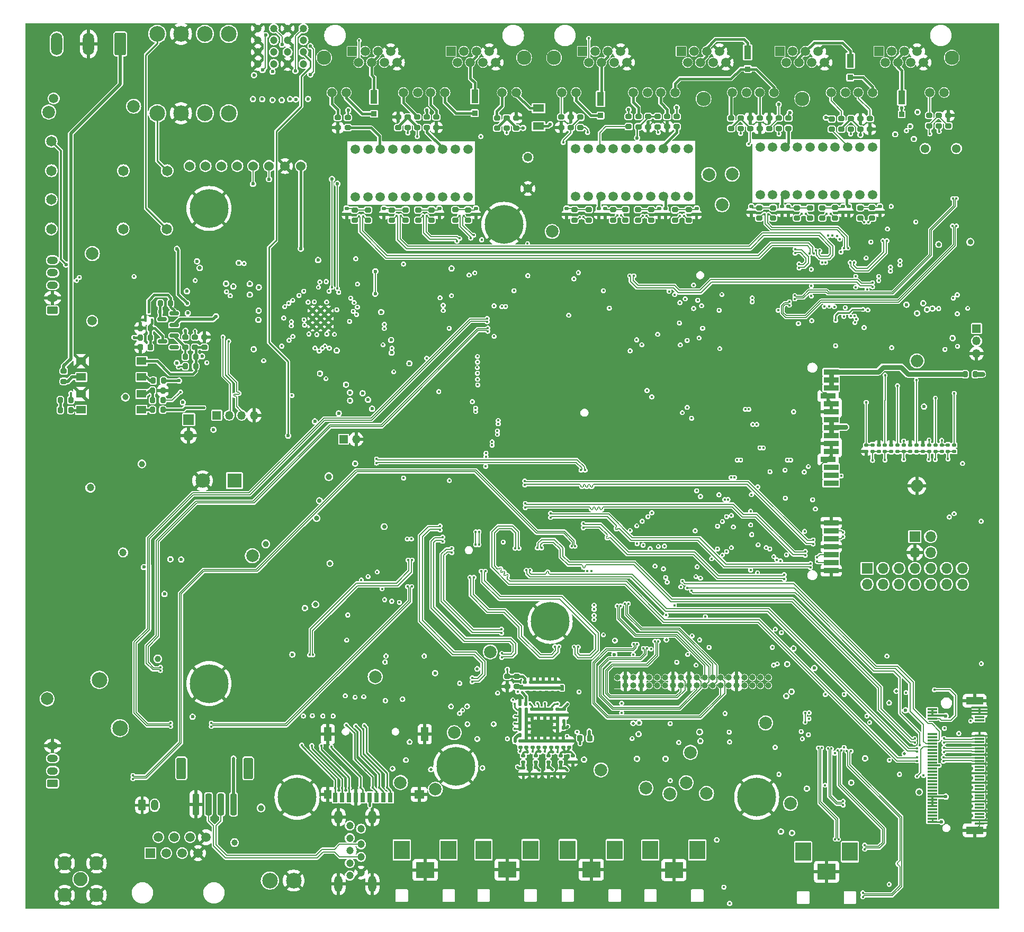
<source format=gbl>
G04 #@! TF.GenerationSoftware,KiCad,Pcbnew,8.0.0-rc1*
G04 #@! TF.CreationDate,2024-04-08T12:56:38+03:00*
G04 #@! TF.ProjectId,MXVR_3566,4d585652-5f33-4353-9636-2e6b69636164,REV1*
G04 #@! TF.SameCoordinates,Original*
G04 #@! TF.FileFunction,Copper,L6,Bot*
G04 #@! TF.FilePolarity,Positive*
%FSLAX46Y46*%
G04 Gerber Fmt 4.6, Leading zero omitted, Abs format (unit mm)*
G04 Created by KiCad (PCBNEW 8.0.0-rc1) date 2024-04-08 12:56:38*
%MOMM*%
%LPD*%
G01*
G04 APERTURE LIST*
G04 Aperture macros list*
%AMRoundRect*
0 Rectangle with rounded corners*
0 $1 Rounding radius*
0 $2 $3 $4 $5 $6 $7 $8 $9 X,Y pos of 4 corners*
0 Add a 4 corners polygon primitive as box body*
4,1,4,$2,$3,$4,$5,$6,$7,$8,$9,$2,$3,0*
0 Add four circle primitives for the rounded corners*
1,1,$1+$1,$2,$3*
1,1,$1+$1,$4,$5*
1,1,$1+$1,$6,$7*
1,1,$1+$1,$8,$9*
0 Add four rect primitives between the rounded corners*
20,1,$1+$1,$2,$3,$4,$5,0*
20,1,$1+$1,$4,$5,$6,$7,0*
20,1,$1+$1,$6,$7,$8,$9,0*
20,1,$1+$1,$8,$9,$2,$3,0*%
G04 Aperture macros list end*
G04 #@! TA.AperFunction,ComponentPad*
%ADD10R,1.350000X1.350000*%
G04 #@! TD*
G04 #@! TA.AperFunction,ComponentPad*
%ADD11O,1.350000X1.350000*%
G04 #@! TD*
G04 #@! TA.AperFunction,ComponentPad*
%ADD12C,1.500000*%
G04 #@! TD*
G04 #@! TA.AperFunction,ComponentPad*
%ADD13C,0.900000*%
G04 #@! TD*
G04 #@! TA.AperFunction,ComponentPad*
%ADD14C,6.200000*%
G04 #@! TD*
G04 #@! TA.AperFunction,ComponentPad*
%ADD15C,1.381000*%
G04 #@! TD*
G04 #@! TA.AperFunction,ComponentPad*
%ADD16R,2.310000X2.310000*%
G04 #@! TD*
G04 #@! TA.AperFunction,ComponentPad*
%ADD17C,2.310000*%
G04 #@! TD*
G04 #@! TA.AperFunction,ComponentPad*
%ADD18C,1.200000*%
G04 #@! TD*
G04 #@! TA.AperFunction,ComponentPad*
%ADD19RoundRect,0.250000X0.625000X-0.350000X0.625000X0.350000X-0.625000X0.350000X-0.625000X-0.350000X0*%
G04 #@! TD*
G04 #@! TA.AperFunction,ComponentPad*
%ADD20O,1.750000X1.200000*%
G04 #@! TD*
G04 #@! TA.AperFunction,ComponentPad*
%ADD21C,2.000000*%
G04 #@! TD*
G04 #@! TA.AperFunction,ComponentPad*
%ADD22R,1.500000X1.500000*%
G04 #@! TD*
G04 #@! TA.AperFunction,ComponentPad*
%ADD23C,2.300000*%
G04 #@! TD*
G04 #@! TA.AperFunction,ComponentPad*
%ADD24C,0.600000*%
G04 #@! TD*
G04 #@! TA.AperFunction,ComponentPad*
%ADD25C,1.650000*%
G04 #@! TD*
G04 #@! TA.AperFunction,ComponentPad*
%ADD26R,1.700000X1.700000*%
G04 #@! TD*
G04 #@! TA.AperFunction,ComponentPad*
%ADD27O,1.700000X1.700000*%
G04 #@! TD*
G04 #@! TA.AperFunction,ComponentPad*
%ADD28C,2.250000*%
G04 #@! TD*
G04 #@! TA.AperFunction,ComponentPad*
%ADD29R,1.000000X1.000000*%
G04 #@! TD*
G04 #@! TA.AperFunction,ComponentPad*
%ADD30O,1.000000X1.000000*%
G04 #@! TD*
G04 #@! TA.AperFunction,ComponentPad*
%ADD31RoundRect,0.250000X-0.350000X-0.625000X0.350000X-0.625000X0.350000X0.625000X-0.350000X0.625000X0*%
G04 #@! TD*
G04 #@! TA.AperFunction,ComponentPad*
%ADD32O,1.200000X1.750000*%
G04 #@! TD*
G04 #@! TA.AperFunction,ComponentPad*
%ADD33C,2.500000*%
G04 #@! TD*
G04 #@! TA.AperFunction,ComponentPad*
%ADD34O,2.000000X2.000000*%
G04 #@! TD*
G04 #@! TA.AperFunction,ComponentPad*
%ADD35RoundRect,0.250000X0.650000X1.550000X-0.650000X1.550000X-0.650000X-1.550000X0.650000X-1.550000X0*%
G04 #@! TD*
G04 #@! TA.AperFunction,ComponentPad*
%ADD36O,1.800000X3.600000*%
G04 #@! TD*
G04 #@! TA.AperFunction,SMDPad,CuDef*
%ADD37RoundRect,0.135000X-0.185000X0.135000X-0.185000X-0.135000X0.185000X-0.135000X0.185000X0.135000X0*%
G04 #@! TD*
G04 #@! TA.AperFunction,SMDPad,CuDef*
%ADD38RoundRect,0.140000X-0.170000X0.140000X-0.170000X-0.140000X0.170000X-0.140000X0.170000X0.140000X0*%
G04 #@! TD*
G04 #@! TA.AperFunction,SMDPad,CuDef*
%ADD39RoundRect,0.140000X0.170000X-0.140000X0.170000X0.140000X-0.170000X0.140000X-0.170000X-0.140000X0*%
G04 #@! TD*
G04 #@! TA.AperFunction,SMDPad,CuDef*
%ADD40RoundRect,0.200000X-0.275000X0.200000X-0.275000X-0.200000X0.275000X-0.200000X0.275000X0.200000X0*%
G04 #@! TD*
G04 #@! TA.AperFunction,SMDPad,CuDef*
%ADD41RoundRect,0.150000X0.587500X0.150000X-0.587500X0.150000X-0.587500X-0.150000X0.587500X-0.150000X0*%
G04 #@! TD*
G04 #@! TA.AperFunction,SMDPad,CuDef*
%ADD42RoundRect,0.200000X0.275000X-0.200000X0.275000X0.200000X-0.275000X0.200000X-0.275000X-0.200000X0*%
G04 #@! TD*
G04 #@! TA.AperFunction,SMDPad,CuDef*
%ADD43R,1.120000X2.170000*%
G04 #@! TD*
G04 #@! TA.AperFunction,SMDPad,CuDef*
%ADD44R,0.850000X0.850000*%
G04 #@! TD*
G04 #@! TA.AperFunction,SMDPad,CuDef*
%ADD45RoundRect,0.135000X0.185000X-0.135000X0.185000X0.135000X-0.185000X0.135000X-0.185000X-0.135000X0*%
G04 #@! TD*
G04 #@! TA.AperFunction,SMDPad,CuDef*
%ADD46RoundRect,0.218750X0.218750X0.256250X-0.218750X0.256250X-0.218750X-0.256250X0.218750X-0.256250X0*%
G04 #@! TD*
G04 #@! TA.AperFunction,SMDPad,CuDef*
%ADD47RoundRect,0.140000X-0.140000X-0.170000X0.140000X-0.170000X0.140000X0.170000X-0.140000X0.170000X0*%
G04 #@! TD*
G04 #@! TA.AperFunction,SMDPad,CuDef*
%ADD48RoundRect,0.140000X0.140000X0.170000X-0.140000X0.170000X-0.140000X-0.170000X0.140000X-0.170000X0*%
G04 #@! TD*
G04 #@! TA.AperFunction,ComponentPad*
%ADD49R,2.500000X3.000000*%
G04 #@! TD*
G04 #@! TA.AperFunction,ComponentPad*
%ADD50R,3.000000X2.500000*%
G04 #@! TD*
G04 #@! TA.AperFunction,SMDPad,CuDef*
%ADD51RoundRect,0.200000X0.200000X0.275000X-0.200000X0.275000X-0.200000X-0.275000X0.200000X-0.275000X0*%
G04 #@! TD*
G04 #@! TA.AperFunction,SMDPad,CuDef*
%ADD52R,0.700000X1.600000*%
G04 #@! TD*
G04 #@! TA.AperFunction,SMDPad,CuDef*
%ADD53R,1.200000X1.400000*%
G04 #@! TD*
G04 #@! TA.AperFunction,SMDPad,CuDef*
%ADD54R,1.200000X2.200000*%
G04 #@! TD*
G04 #@! TA.AperFunction,SMDPad,CuDef*
%ADD55R,1.600000X1.400000*%
G04 #@! TD*
G04 #@! TA.AperFunction,SMDPad,CuDef*
%ADD56R,1.800000X1.200000*%
G04 #@! TD*
G04 #@! TA.AperFunction,SMDPad,CuDef*
%ADD57R,1.500000X1.250000*%
G04 #@! TD*
G04 #@! TA.AperFunction,SMDPad,CuDef*
%ADD58R,0.400000X0.510000*%
G04 #@! TD*
G04 #@! TA.AperFunction,SMDPad,CuDef*
%ADD59R,1.550000X0.300000*%
G04 #@! TD*
G04 #@! TA.AperFunction,SMDPad,CuDef*
%ADD60R,2.750000X1.200000*%
G04 #@! TD*
G04 #@! TA.AperFunction,SMDPad,CuDef*
%ADD61RoundRect,0.200000X-0.200000X-0.275000X0.200000X-0.275000X0.200000X0.275000X-0.200000X0.275000X0*%
G04 #@! TD*
G04 #@! TA.AperFunction,ComponentPad*
%ADD62O,3.200000X2.000000*%
G04 #@! TD*
G04 #@! TA.AperFunction,SMDPad,CuDef*
%ADD63R,2.400000X0.900000*%
G04 #@! TD*
G04 #@! TA.AperFunction,ComponentPad*
%ADD64O,1.300000X2.100000*%
G04 #@! TD*
G04 #@! TA.AperFunction,ComponentPad*
%ADD65O,1.300000X2.600000*%
G04 #@! TD*
G04 #@! TA.AperFunction,SMDPad,CuDef*
%ADD66RoundRect,0.225000X-0.225000X-0.250000X0.225000X-0.250000X0.225000X0.250000X-0.225000X0.250000X0*%
G04 #@! TD*
G04 #@! TA.AperFunction,ComponentPad*
%ADD67C,1.524000*%
G04 #@! TD*
G04 #@! TA.AperFunction,SMDPad,CuDef*
%ADD68RoundRect,0.250000X-0.250000X-1.500000X0.250000X-1.500000X0.250000X1.500000X-0.250000X1.500000X0*%
G04 #@! TD*
G04 #@! TA.AperFunction,SMDPad,CuDef*
%ADD69RoundRect,0.250001X-0.499999X-1.449999X0.499999X-1.449999X0.499999X1.449999X-0.499999X1.449999X0*%
G04 #@! TD*
G04 #@! TA.AperFunction,ViaPad*
%ADD70C,0.800000*%
G04 #@! TD*
G04 #@! TA.AperFunction,ViaPad*
%ADD71C,0.400000*%
G04 #@! TD*
G04 #@! TA.AperFunction,ViaPad*
%ADD72C,0.600000*%
G04 #@! TD*
G04 #@! TA.AperFunction,ViaPad*
%ADD73C,1.500000*%
G04 #@! TD*
G04 #@! TA.AperFunction,ViaPad*
%ADD74C,1.200000*%
G04 #@! TD*
G04 #@! TA.AperFunction,ViaPad*
%ADD75C,1.000000*%
G04 #@! TD*
G04 #@! TA.AperFunction,ViaPad*
%ADD76C,0.508000*%
G04 #@! TD*
G04 #@! TA.AperFunction,ViaPad*
%ADD77C,2.500000*%
G04 #@! TD*
G04 #@! TA.AperFunction,ViaPad*
%ADD78C,0.650000*%
G04 #@! TD*
G04 #@! TA.AperFunction,ViaPad*
%ADD79C,0.700000*%
G04 #@! TD*
G04 #@! TA.AperFunction,ViaPad*
%ADD80C,0.900000*%
G04 #@! TD*
G04 #@! TA.AperFunction,ViaPad*
%ADD81C,0.781000*%
G04 #@! TD*
G04 #@! TA.AperFunction,ViaPad*
%ADD82C,0.500000*%
G04 #@! TD*
G04 #@! TA.AperFunction,ViaPad*
%ADD83C,0.457000*%
G04 #@! TD*
G04 #@! TA.AperFunction,Conductor*
%ADD84C,0.200000*%
G04 #@! TD*
G04 #@! TA.AperFunction,Conductor*
%ADD85C,0.508000*%
G04 #@! TD*
G04 #@! TA.AperFunction,Conductor*
%ADD86C,0.381000*%
G04 #@! TD*
G04 #@! TA.AperFunction,Conductor*
%ADD87C,0.168300*%
G04 #@! TD*
G04 #@! TA.AperFunction,Conductor*
%ADD88C,0.127000*%
G04 #@! TD*
G04 #@! TA.AperFunction,Conductor*
%ADD89C,0.254000*%
G04 #@! TD*
G04 #@! TA.AperFunction,Conductor*
%ADD90C,0.150000*%
G04 #@! TD*
G04 #@! TA.AperFunction,Conductor*
%ADD91C,0.300000*%
G04 #@! TD*
G04 #@! TA.AperFunction,Conductor*
%ADD92C,0.781000*%
G04 #@! TD*
G04 #@! TA.AperFunction,Conductor*
%ADD93C,0.400000*%
G04 #@! TD*
G04 #@! TA.AperFunction,Conductor*
%ADD94C,0.176000*%
G04 #@! TD*
G04 #@! TA.AperFunction,Conductor*
%ADD95C,0.250000*%
G04 #@! TD*
G04 #@! TA.AperFunction,Conductor*
%ADD96C,0.350000*%
G04 #@! TD*
G04 #@! TA.AperFunction,Conductor*
%ADD97C,0.152000*%
G04 #@! TD*
G04 #@! TA.AperFunction,Conductor*
%ADD98C,0.356000*%
G04 #@! TD*
G04 #@! TA.AperFunction,Conductor*
%ADD99C,0.180000*%
G04 #@! TD*
G04 #@! TA.AperFunction,Conductor*
%ADD100C,0.135500*%
G04 #@! TD*
G04 #@! TA.AperFunction,Conductor*
%ADD101C,0.310000*%
G04 #@! TD*
G04 APERTURE END LIST*
D10*
X199730000Y-74560000D03*
D11*
X199730000Y-76560000D03*
X199730000Y-78560000D03*
D12*
X100390000Y-53470000D03*
X102390000Y-53470000D03*
X104390000Y-53470000D03*
X106390000Y-53470000D03*
X108390000Y-53470000D03*
X110390000Y-53470000D03*
X112390000Y-53470000D03*
X114390000Y-53470000D03*
X116390000Y-53470000D03*
X118390000Y-53470000D03*
X118390000Y-45850000D03*
X116390000Y-45850000D03*
X114390000Y-45850000D03*
X112390000Y-45850000D03*
X110390000Y-45850000D03*
X108390000Y-45850000D03*
X106390000Y-45850000D03*
X104390000Y-45850000D03*
X102390000Y-45850000D03*
X100390000Y-45850000D03*
D13*
X128940000Y-121400000D03*
X129690000Y-119550000D03*
X129690000Y-123250000D03*
X131540000Y-118800000D03*
D14*
X131540000Y-121400000D03*
D13*
X131540000Y-124000000D03*
X133390000Y-119550000D03*
X133390000Y-123250000D03*
X134140000Y-121400000D03*
D15*
X127980000Y-52180000D03*
X127980000Y-47180000D03*
D16*
X81042500Y-98902500D03*
D17*
X75962500Y-98902500D03*
D18*
X89550000Y-26540000D03*
X92090000Y-26540000D03*
X89550000Y-28440000D03*
X92090000Y-28440000D03*
X89550000Y-30340000D03*
X92090000Y-30340000D03*
X89550000Y-32240000D03*
X92090000Y-32240000D03*
D19*
X51980000Y-147320000D03*
D20*
X51980000Y-145320000D03*
X51980000Y-143320000D03*
X51980000Y-141320000D03*
D21*
X64940000Y-39000000D03*
D18*
X84810000Y-26540000D03*
X87350000Y-26540000D03*
X84810000Y-28440000D03*
X87350000Y-28440000D03*
X84810000Y-30340000D03*
X87350000Y-30340000D03*
X84810000Y-32240000D03*
X87350000Y-32240000D03*
D21*
X150670000Y-148990000D03*
X107620000Y-147190000D03*
D22*
X99910000Y-30210000D03*
X115710000Y-30210000D03*
D12*
X100930000Y-31990000D03*
X116730000Y-31990000D03*
X101950000Y-30210000D03*
X117750000Y-30210000D03*
X102970000Y-31990000D03*
X118770000Y-31990000D03*
X103990000Y-30210000D03*
X119790000Y-30210000D03*
X105010000Y-31990000D03*
X120810000Y-31990000D03*
X106030000Y-30210000D03*
X121830000Y-30210000D03*
X107050000Y-31990000D03*
X122850000Y-31990000D03*
X98920000Y-36800000D03*
X96630000Y-36800000D03*
X110350000Y-36800000D03*
X108060000Y-36800000D03*
X114730000Y-36800000D03*
X112440000Y-36800000D03*
X126160000Y-36800000D03*
X123870000Y-36800000D03*
D23*
X127380000Y-31230000D03*
X95380000Y-31230000D03*
D21*
X139660000Y-145170000D03*
X156910000Y-49920000D03*
X121970000Y-126290000D03*
X153310000Y-147210000D03*
D24*
X96095000Y-71685000D03*
X94820000Y-71685000D03*
X93545000Y-71685000D03*
X96095000Y-72960000D03*
X94820000Y-72960000D03*
X93545000Y-72960000D03*
X96095000Y-74235000D03*
X94820000Y-74235000D03*
X93545000Y-74235000D03*
D21*
X159040000Y-54750000D03*
D25*
X51800000Y-44610000D03*
X51800000Y-49310000D03*
X63300000Y-49310000D03*
X70300000Y-49310000D03*
D26*
X73735000Y-89120000D03*
D27*
X73735000Y-91660000D03*
D10*
X78220000Y-88430000D03*
D11*
X80220000Y-88430000D03*
X82220000Y-88430000D03*
X84220000Y-88430000D03*
D28*
X56470000Y-162660000D03*
X53920000Y-165210000D03*
X59020000Y-165210000D03*
X59020000Y-160110000D03*
X53920000Y-160110000D03*
D21*
X146860000Y-148090000D03*
X51360000Y-39910000D03*
D22*
X136695000Y-30210000D03*
X152495000Y-30210000D03*
X168295000Y-30210000D03*
X184095000Y-30210000D03*
D12*
X137715000Y-31990000D03*
X153515000Y-31990000D03*
X169315000Y-31990000D03*
X185115000Y-31990000D03*
X138735000Y-30210000D03*
X154535000Y-30210000D03*
X170335000Y-30210000D03*
X186135000Y-30210000D03*
X139755000Y-31990000D03*
X155555000Y-31990000D03*
X171355000Y-31990000D03*
X187155000Y-31990000D03*
X140775000Y-30210000D03*
X156575000Y-30210000D03*
X172375000Y-30210000D03*
X188175000Y-30210000D03*
X141795000Y-31990000D03*
X157595000Y-31990000D03*
X173395000Y-31990000D03*
X189195000Y-31990000D03*
X142815000Y-30210000D03*
X158615000Y-30210000D03*
X174415000Y-30210000D03*
X190215000Y-30210000D03*
X143835000Y-31990000D03*
X159635000Y-31990000D03*
X175435000Y-31990000D03*
X191235000Y-31990000D03*
X135695000Y-36800000D03*
X133405000Y-36800000D03*
X147125000Y-36800000D03*
X144835000Y-36800000D03*
X151505000Y-36800000D03*
X149215000Y-36800000D03*
X162935000Y-36800000D03*
X160645000Y-36800000D03*
X167315000Y-36800000D03*
X165025000Y-36800000D03*
X178745000Y-36800000D03*
X176455000Y-36800000D03*
X183125000Y-36800000D03*
X180835000Y-36800000D03*
X194555000Y-36800000D03*
X192265000Y-36800000D03*
D23*
X195765000Y-31230000D03*
X171865000Y-37820000D03*
X156065000Y-37820000D03*
X132165000Y-31230000D03*
D21*
X51120000Y-133800000D03*
D19*
X51970000Y-71640000D03*
D20*
X51970000Y-69640000D03*
X51970000Y-67640000D03*
X51970000Y-65640000D03*
X51970000Y-63640000D03*
D29*
X142310000Y-131660000D03*
D30*
X142310000Y-130390000D03*
X143580000Y-131660000D03*
X143580000Y-130390000D03*
X144850000Y-131660000D03*
X144850000Y-130390000D03*
X146120000Y-131660000D03*
X146120000Y-130390000D03*
X147390000Y-131660000D03*
X147390000Y-130390000D03*
X148660000Y-131660000D03*
X148660000Y-130390000D03*
X149930000Y-131660000D03*
X149930000Y-130390000D03*
X151200000Y-131660000D03*
X151200000Y-130390000D03*
X152470000Y-131660000D03*
X152470000Y-130390000D03*
X153740000Y-131660000D03*
X153740000Y-130390000D03*
X155010000Y-131660000D03*
X155010000Y-130390000D03*
X156280000Y-131660000D03*
X156280000Y-130390000D03*
X157550000Y-131660000D03*
X157550000Y-130390000D03*
X158820000Y-131660000D03*
X158820000Y-130390000D03*
X160090000Y-131660000D03*
X160090000Y-130390000D03*
X161360000Y-131660000D03*
X161360000Y-130390000D03*
X162630000Y-131660000D03*
X162630000Y-130390000D03*
X163900000Y-131660000D03*
X163900000Y-130390000D03*
X165170000Y-131660000D03*
X165170000Y-130390000D03*
X166440000Y-131660000D03*
X166440000Y-130390000D03*
D21*
X113190000Y-148260000D03*
D25*
X51760000Y-53930000D03*
X51760000Y-58630000D03*
X63260000Y-58630000D03*
X70260000Y-58630000D03*
D26*
X189850000Y-107850000D03*
D27*
X189850000Y-110390000D03*
X192390000Y-107850000D03*
X192390000Y-110390000D03*
D31*
X66300000Y-150820000D03*
D32*
X68300000Y-150820000D03*
D33*
X68715000Y-27420000D03*
X72525000Y-27420000D03*
X76335000Y-27420000D03*
X80145000Y-27420000D03*
X68715000Y-40120000D03*
X72525000Y-40120000D03*
X76335000Y-40120000D03*
X80145000Y-40120000D03*
D21*
X131870000Y-59020000D03*
D26*
X182230000Y-112935000D03*
D27*
X184770000Y-112935000D03*
X187310000Y-112935000D03*
X189850000Y-112935000D03*
X192390000Y-112935000D03*
X194930000Y-112935000D03*
X197470000Y-112935000D03*
X182230000Y-115475000D03*
X184770000Y-115475000D03*
X187310000Y-115475000D03*
X189850000Y-115475000D03*
X192390000Y-115475000D03*
X194930000Y-115475000D03*
X197470000Y-115475000D03*
D21*
X83930000Y-110910000D03*
X58340000Y-62560000D03*
D34*
X190200000Y-79740000D03*
X190200000Y-99740000D03*
D13*
X164570000Y-152150000D03*
X162720000Y-151400000D03*
X166420000Y-151400000D03*
X161970000Y-149550000D03*
D14*
X164570000Y-149550000D03*
D13*
X167170000Y-149550000D03*
X162720000Y-147700000D03*
X166420000Y-147700000D03*
X164570000Y-146950000D03*
D12*
X135630000Y-53450000D03*
X137630000Y-53450000D03*
X139630000Y-53450000D03*
X141630000Y-53450000D03*
X143630000Y-53450000D03*
X145630000Y-53450000D03*
X147630000Y-53450000D03*
X149630000Y-53450000D03*
X151630000Y-53450000D03*
X153630000Y-53450000D03*
X153630000Y-45830000D03*
X151630000Y-45830000D03*
X149630000Y-45830000D03*
X147630000Y-45830000D03*
X145630000Y-45830000D03*
X143630000Y-45830000D03*
X141630000Y-45830000D03*
X139630000Y-45830000D03*
X137630000Y-45830000D03*
X135630000Y-45830000D03*
D21*
X156550000Y-148930000D03*
D35*
X62802500Y-29027500D03*
D36*
X57722500Y-29027500D03*
X52642500Y-29027500D03*
D21*
X169970000Y-150540000D03*
X116200000Y-139200000D03*
D22*
X67615000Y-158477500D03*
D12*
X68885000Y-155937500D03*
X70155000Y-158477500D03*
X71425000Y-155937500D03*
X72695000Y-158477500D03*
X73965000Y-155937500D03*
X75235000Y-158477500D03*
X76505000Y-155937500D03*
D21*
X166010000Y-137650000D03*
X103560000Y-130250000D03*
X153980000Y-142370000D03*
D13*
X121540000Y-57900000D03*
X122290000Y-56050000D03*
X122290000Y-59750000D03*
X124140000Y-55300000D03*
D14*
X124140000Y-57900000D03*
D13*
X124140000Y-60500000D03*
X125990000Y-56050000D03*
X125990000Y-59750000D03*
X126740000Y-57900000D03*
X91070000Y-152150000D03*
X89220000Y-151400000D03*
X92920000Y-151400000D03*
X88470000Y-149550000D03*
D14*
X91070000Y-149550000D03*
D13*
X93670000Y-149550000D03*
X89220000Y-147700000D03*
X92920000Y-147700000D03*
X91070000Y-146950000D03*
D10*
X98520000Y-92270000D03*
D11*
X100520000Y-92270000D03*
D12*
X165110000Y-53130000D03*
X167110000Y-53130000D03*
X169110000Y-53130000D03*
X171110000Y-53130000D03*
X173110000Y-53130000D03*
X175110000Y-53130000D03*
X177110000Y-53130000D03*
X179110000Y-53130000D03*
X181110000Y-53130000D03*
X183110000Y-53130000D03*
X183110000Y-45510000D03*
X181110000Y-45510000D03*
X179110000Y-45510000D03*
X177110000Y-45510000D03*
X175110000Y-45510000D03*
X173110000Y-45510000D03*
X171110000Y-45510000D03*
X169110000Y-45510000D03*
X167110000Y-45510000D03*
X165110000Y-45510000D03*
D21*
X160650000Y-49850000D03*
D37*
X187090000Y-93200000D03*
X187090000Y-94220000D03*
D38*
X139350000Y-55340000D03*
X139350000Y-56300000D03*
D39*
X134620000Y-141510000D03*
X134620000Y-140550000D03*
D40*
X108450000Y-55575000D03*
X108450000Y-57225000D03*
X116360000Y-55570000D03*
X116360000Y-57220000D03*
D38*
X119660000Y-55350000D03*
X119660000Y-56310000D03*
D37*
X191120000Y-93210000D03*
X191120000Y-94230000D03*
X196160000Y-93190000D03*
X196160000Y-94210000D03*
D39*
X128730000Y-141510000D03*
X128730000Y-140550000D03*
D41*
X71395000Y-72120000D03*
X71395000Y-74020000D03*
X69520000Y-73070000D03*
X71420000Y-75660000D03*
X71420000Y-77560000D03*
X69545000Y-76610000D03*
D38*
X133240000Y-144840000D03*
X133240000Y-145800000D03*
D42*
X53770000Y-83005000D03*
X53770000Y-81355000D03*
D38*
X104990000Y-55360000D03*
X104990000Y-56320000D03*
D40*
X167210000Y-55240000D03*
X167210000Y-56890000D03*
X151500000Y-55570000D03*
X151500000Y-57220000D03*
D42*
X145665000Y-42280000D03*
X145665000Y-40630000D03*
D39*
X127750000Y-141510000D03*
X127750000Y-140550000D03*
D38*
X131700000Y-135450000D03*
X131700000Y-136410000D03*
D15*
X196510000Y-45760000D03*
X191510000Y-45760000D03*
D43*
X163130000Y-30380000D03*
D44*
X163130000Y-33060000D03*
D45*
X194150000Y-94220000D03*
X194150000Y-93200000D03*
D40*
X163530000Y-40895000D03*
X163530000Y-42545000D03*
D37*
X186090000Y-93200000D03*
X186090000Y-94220000D03*
D46*
X137887500Y-140100000D03*
X136312500Y-140100000D03*
D37*
X184080000Y-93200000D03*
X184080000Y-94220000D03*
D40*
X145590000Y-55555000D03*
X145590000Y-57205000D03*
X126100000Y-40860000D03*
X126100000Y-42510000D03*
X111840000Y-40745000D03*
X111840000Y-42395000D03*
D45*
X129250000Y-145830000D03*
X129250000Y-144810000D03*
X195150000Y-94220000D03*
X195150000Y-93200000D03*
D38*
X133730000Y-135460000D03*
X133730000Y-136420000D03*
D40*
X168090000Y-40885000D03*
X168090000Y-42535000D03*
D13*
X79600000Y-131350000D03*
X78850000Y-133200000D03*
X78850000Y-129500000D03*
X77000000Y-133950000D03*
D14*
X77000000Y-131350000D03*
D13*
X77000000Y-128750000D03*
X75150000Y-133200000D03*
X75150000Y-129500000D03*
X74400000Y-131350000D03*
D47*
X126730000Y-135570000D03*
X127690000Y-135570000D03*
D40*
X183000000Y-55225000D03*
X183000000Y-56875000D03*
D39*
X126770000Y-141520000D03*
X126770000Y-140560000D03*
D42*
X124710000Y-131845000D03*
X124710000Y-130195000D03*
D48*
X127680000Y-134580000D03*
X126720000Y-134580000D03*
D49*
X179490000Y-158270000D03*
X171990000Y-158270000D03*
D50*
X175740000Y-161470000D03*
D39*
X132400000Y-132060000D03*
X132400000Y-131100000D03*
D40*
X173150000Y-55245000D03*
X173150000Y-56895000D03*
X182680000Y-41000000D03*
X182680000Y-42650000D03*
X134840000Y-40755000D03*
X134840000Y-42405000D03*
D51*
X74860000Y-80570000D03*
X73210000Y-80570000D03*
D42*
X76280000Y-77575000D03*
X76280000Y-75925000D03*
D51*
X69720000Y-82910000D03*
X68070000Y-82910000D03*
D40*
X171030000Y-55245000D03*
X171030000Y-56895000D03*
D42*
X73240000Y-77585000D03*
X73240000Y-75935000D03*
D40*
X118390000Y-55575000D03*
X118390000Y-57225000D03*
X193710000Y-40470000D03*
X193710000Y-42120000D03*
X161990000Y-40895000D03*
X161990000Y-42545000D03*
X136370000Y-40755000D03*
X136370000Y-42405000D03*
D39*
X131420000Y-132060000D03*
X131420000Y-131100000D03*
D51*
X54885000Y-85990000D03*
X53235000Y-85990000D03*
D47*
X126740000Y-136590000D03*
X127700000Y-136590000D03*
D40*
X195230000Y-40470000D03*
X195230000Y-42120000D03*
X141590000Y-55565000D03*
X141590000Y-57215000D03*
D39*
X131670000Y-141510000D03*
X131670000Y-140550000D03*
D40*
X100270000Y-55585000D03*
X100270000Y-57235000D03*
D43*
X139600000Y-37800000D03*
D44*
X139600000Y-40480000D03*
D52*
X106000000Y-149560000D03*
X104900000Y-149560000D03*
X103800000Y-149560000D03*
X102700000Y-149560000D03*
X101600000Y-149560000D03*
X100500000Y-149560000D03*
X99400000Y-149560000D03*
X98300000Y-149560000D03*
X97200000Y-149560000D03*
D53*
X96000000Y-149060000D03*
D54*
X96000000Y-139460000D03*
X111500000Y-139460000D03*
D55*
X110600000Y-149060000D03*
D40*
X106240000Y-55585000D03*
X106240000Y-57235000D03*
D38*
X140330000Y-55340000D03*
X140330000Y-56300000D03*
D56*
X129690000Y-42195000D03*
X129690000Y-39295000D03*
D13*
X119065014Y-144615000D03*
X118315014Y-146465000D03*
X118315014Y-142765000D03*
X116465014Y-147215000D03*
D14*
X116465014Y-144615000D03*
D13*
X116465014Y-142015000D03*
X114615014Y-146465000D03*
X114615014Y-142765000D03*
X113865014Y-144615000D03*
D40*
X151795000Y-40620000D03*
X151795000Y-42270000D03*
D45*
X131270000Y-145820000D03*
X131270000Y-144800000D03*
D37*
X189100000Y-93200000D03*
X189100000Y-94220000D03*
D40*
X110310000Y-40740000D03*
X110310000Y-42390000D03*
X178110000Y-41000000D03*
X178110000Y-42650000D03*
X176580000Y-41020000D03*
X176580000Y-42670000D03*
D38*
X130700000Y-135450000D03*
X130700000Y-136410000D03*
D49*
X115310000Y-157970000D03*
X107810000Y-157970000D03*
D50*
X111560000Y-161170000D03*
D40*
X110440000Y-55585000D03*
X110440000Y-57235000D03*
D57*
X56530000Y-87570000D03*
X56530000Y-85030000D03*
X66190000Y-85030000D03*
X66190000Y-87570000D03*
D38*
X179320000Y-55030000D03*
X179320000Y-55990000D03*
X163700000Y-55020000D03*
X163700000Y-55980000D03*
X178380000Y-55010000D03*
X178380000Y-55970000D03*
D42*
X74760000Y-77575000D03*
X74760000Y-75925000D03*
D43*
X179525000Y-31705000D03*
D44*
X179525000Y-34385000D03*
D40*
X143600000Y-55550000D03*
X143600000Y-57200000D03*
X166570000Y-40900000D03*
X166570000Y-42550000D03*
D45*
X192120000Y-94220000D03*
X192120000Y-93200000D03*
D51*
X74855000Y-79050000D03*
X73205000Y-79050000D03*
D58*
X67830000Y-73195000D03*
X66830000Y-73195000D03*
X67330000Y-71905000D03*
D59*
X200184900Y-153715000D03*
X192634900Y-153465000D03*
X200184900Y-153215000D03*
X192634900Y-152965000D03*
X200184900Y-152715000D03*
X192634900Y-152465000D03*
X200184900Y-152215000D03*
X192634900Y-151965000D03*
X200184900Y-151715000D03*
X192634900Y-151465000D03*
X200184900Y-151215000D03*
X192634900Y-150965000D03*
X200184900Y-150715000D03*
X192634900Y-150465000D03*
X200184900Y-150215000D03*
X192634900Y-149965000D03*
X200184900Y-149715000D03*
X192634900Y-149465000D03*
X200184900Y-149215000D03*
X192634900Y-148965000D03*
X200184900Y-148715000D03*
X192634900Y-148465000D03*
X200184900Y-148215000D03*
X192634900Y-147965000D03*
X200184900Y-147715000D03*
X192634900Y-147465000D03*
X200184900Y-147215000D03*
X192634900Y-146965000D03*
X200184900Y-146715000D03*
X192634900Y-146465000D03*
X200184900Y-146215000D03*
X192634900Y-145965000D03*
X200184900Y-145715000D03*
X192634900Y-145465000D03*
X200184900Y-145215000D03*
X192634900Y-144965000D03*
X200184900Y-144715000D03*
X192634900Y-144465000D03*
X200184900Y-144215000D03*
X192634900Y-143965000D03*
X200184900Y-143715000D03*
X192634900Y-143465000D03*
X200184900Y-143215000D03*
X192634900Y-142965000D03*
X200184900Y-142715000D03*
X192634900Y-142465000D03*
X200184900Y-142215000D03*
X192634900Y-141965000D03*
X200184900Y-141715000D03*
X192634900Y-141465000D03*
X200184900Y-141215000D03*
X192634900Y-140965000D03*
X200184900Y-140715000D03*
X192634900Y-140465000D03*
X200184900Y-140215000D03*
X192634900Y-139965000D03*
X200184900Y-139715000D03*
X192634900Y-139465000D03*
X200184900Y-137215000D03*
X192634900Y-136965000D03*
X200184900Y-136715000D03*
X192634900Y-136465000D03*
X200184900Y-136215000D03*
X192634900Y-135965000D03*
X200184900Y-135715000D03*
X192634900Y-135465000D03*
X200184900Y-135215000D03*
D60*
X199409900Y-154815000D03*
X199409900Y-134115000D03*
D45*
X188090000Y-94220000D03*
X188090000Y-93200000D03*
D40*
X102420000Y-55585000D03*
X102420000Y-57235000D03*
D45*
X133240000Y-143930000D03*
X133240000Y-142910000D03*
D13*
X79600000Y-55350000D03*
X78850000Y-57200000D03*
X78850000Y-53500000D03*
X77000000Y-57950000D03*
D14*
X77000000Y-55350000D03*
D13*
X77000000Y-52750000D03*
X75150000Y-57200000D03*
X75150000Y-53500000D03*
X74400000Y-55350000D03*
D40*
X165050000Y-40895000D03*
X165050000Y-42545000D03*
X192180000Y-40470000D03*
X192180000Y-42120000D03*
D45*
X127260000Y-145840000D03*
X127260000Y-144820000D03*
D40*
X177090000Y-55230000D03*
X177090000Y-56880000D03*
X126240000Y-130195000D03*
X126240000Y-131845000D03*
X160470000Y-40885000D03*
X160470000Y-42535000D03*
D45*
X129250000Y-143910000D03*
X129250000Y-142890000D03*
D40*
X113360000Y-40735000D03*
X113360000Y-42385000D03*
X133310000Y-40740000D03*
X133310000Y-42390000D03*
X147690000Y-55555000D03*
X147690000Y-57205000D03*
X99160000Y-40780000D03*
X99160000Y-42430000D03*
X181160000Y-41000000D03*
X181160000Y-42650000D03*
X153680000Y-55570000D03*
X153680000Y-57220000D03*
D37*
X183070000Y-93200000D03*
X183070000Y-94220000D03*
D40*
X148735000Y-40635000D03*
X148735000Y-42285000D03*
X135450000Y-55555000D03*
X135450000Y-57205000D03*
X108780000Y-40740000D03*
X108780000Y-42390000D03*
D39*
X133630000Y-141510000D03*
X133630000Y-140550000D03*
X127490000Y-132060000D03*
X127490000Y-131100000D03*
D61*
X197895000Y-81850000D03*
X199545000Y-81850000D03*
X53235000Y-87580000D03*
X54885000Y-87580000D03*
X67955000Y-86020000D03*
X69605000Y-86020000D03*
D40*
X123070000Y-40850000D03*
X123070000Y-42500000D03*
D47*
X126740000Y-137620000D03*
X127700000Y-137620000D03*
D38*
X154950000Y-55345000D03*
X154950000Y-56305000D03*
D40*
X164960000Y-55235000D03*
X164960000Y-56885000D03*
D37*
X185090000Y-93190000D03*
X185090000Y-94210000D03*
D40*
X175080000Y-55245000D03*
X175080000Y-56895000D03*
X112575000Y-55575000D03*
X112575000Y-57225000D03*
D62*
X174240000Y-116135000D03*
X174240000Y-78715000D03*
D63*
X176480000Y-99315000D03*
X176480000Y-98035000D03*
X176480000Y-96765000D03*
X175980000Y-95495000D03*
X176480000Y-94225000D03*
X176480000Y-92955000D03*
X176480000Y-91685000D03*
X176480000Y-90415000D03*
X176480000Y-89145000D03*
X176480000Y-87875000D03*
X176480000Y-86605000D03*
X175980000Y-85335000D03*
X176480000Y-84065000D03*
X176480000Y-82795000D03*
X176480000Y-81525000D03*
X176480000Y-113275000D03*
X176480000Y-112005000D03*
X176480000Y-110735000D03*
X176480000Y-109465000D03*
X176480000Y-108195000D03*
X176480000Y-106925000D03*
X176480000Y-105655000D03*
D38*
X169630000Y-55010000D03*
X169630000Y-55970000D03*
D43*
X103385000Y-37520000D03*
D44*
X103385000Y-40200000D03*
D61*
X65975000Y-74500000D03*
X67625000Y-74500000D03*
D51*
X69620000Y-84480000D03*
X67970000Y-84480000D03*
D18*
X101300000Y-154580000D03*
X101300000Y-157080000D03*
X101300000Y-159080000D03*
X101300000Y-161580000D03*
X99500000Y-162080000D03*
X99500000Y-160080000D03*
X99500000Y-158080000D03*
X99500000Y-156080000D03*
X99500000Y-154080000D03*
D64*
X97690000Y-152730000D03*
D65*
X97690000Y-163430000D03*
D64*
X103110000Y-152730000D03*
D65*
X103110000Y-163430000D03*
D43*
X187765000Y-37615000D03*
D44*
X187765000Y-40295000D03*
D40*
X97600000Y-40790000D03*
X97600000Y-42440000D03*
D37*
X193140000Y-93200000D03*
X193140000Y-94220000D03*
D38*
X148960000Y-55330000D03*
X148960000Y-56290000D03*
D39*
X129710000Y-141510000D03*
X129710000Y-140550000D03*
D48*
X127700000Y-139610000D03*
X126740000Y-139610000D03*
D42*
X147205000Y-42285000D03*
X147205000Y-40635000D03*
D49*
X155070000Y-157980000D03*
X147570000Y-157980000D03*
D50*
X151320000Y-161180000D03*
D40*
X181120000Y-55235000D03*
X181120000Y-56885000D03*
D38*
X134200000Y-55330000D03*
X134200000Y-56290000D03*
D47*
X126740000Y-138630000D03*
X127700000Y-138630000D03*
D37*
X190110000Y-93200000D03*
X190110000Y-94220000D03*
D40*
X124580000Y-40855000D03*
X124580000Y-42505000D03*
X144105000Y-40620000D03*
X144105000Y-42270000D03*
D38*
X128670000Y-135450000D03*
X128670000Y-136410000D03*
D40*
X169640000Y-40885000D03*
X169640000Y-42535000D03*
D51*
X69605000Y-87560000D03*
X67955000Y-87560000D03*
D61*
X65975000Y-76010000D03*
X67625000Y-76010000D03*
D49*
X128400000Y-157940000D03*
X120900000Y-157940000D03*
D50*
X124650000Y-161140000D03*
D48*
X133720000Y-137390000D03*
X132760000Y-137390000D03*
D49*
X141870000Y-157940000D03*
X134370000Y-157940000D03*
D50*
X138120000Y-161140000D03*
D43*
X119475000Y-37430000D03*
D44*
X119475000Y-40110000D03*
D39*
X129470000Y-132060000D03*
X129470000Y-131100000D03*
D38*
X135150000Y-142930000D03*
X135150000Y-143890000D03*
X184260000Y-55010000D03*
X184260000Y-55970000D03*
D40*
X150255000Y-40620000D03*
X150255000Y-42270000D03*
D51*
X70835000Y-70530000D03*
X69185000Y-70530000D03*
D38*
X132730000Y-135450000D03*
X132730000Y-136410000D03*
D39*
X132650000Y-141510000D03*
X132650000Y-140550000D03*
X130690000Y-141510000D03*
X130690000Y-140550000D03*
D38*
X168590000Y-55000000D03*
X168590000Y-55960000D03*
D48*
X133690000Y-138390000D03*
X132730000Y-138390000D03*
D45*
X131270000Y-143900000D03*
X131270000Y-142880000D03*
D38*
X99010000Y-55360000D03*
X99010000Y-56320000D03*
D57*
X56552500Y-82317500D03*
X56552500Y-79777500D03*
X66212500Y-79777500D03*
X66212500Y-82317500D03*
D33*
X90530000Y-162870000D03*
X86720000Y-162870000D03*
D40*
X179620000Y-41000000D03*
X179620000Y-42650000D03*
D38*
X113830000Y-55340000D03*
X113830000Y-56300000D03*
D66*
X66035000Y-77550000D03*
X67585000Y-77550000D03*
D45*
X127260000Y-143920000D03*
X127260000Y-142900000D03*
D40*
X107250000Y-40735000D03*
X107250000Y-42385000D03*
D67*
X91670000Y-48560000D03*
X89130000Y-48560000D03*
X86590000Y-48560000D03*
X84050000Y-48560000D03*
X81510000Y-48560000D03*
X78970000Y-48560000D03*
X76430000Y-48560000D03*
X73890000Y-48560000D03*
D38*
X182080000Y-93230000D03*
X182080000Y-94190000D03*
D68*
X74910000Y-150670000D03*
X76910000Y-150670000D03*
X78910000Y-150670000D03*
X80910000Y-150670000D03*
D69*
X72560000Y-144920000D03*
X83260000Y-144920000D03*
D39*
X130440000Y-132060000D03*
X130440000Y-131100000D03*
D40*
X137700000Y-55555000D03*
X137700000Y-57205000D03*
D39*
X128480000Y-132060000D03*
X128480000Y-131100000D03*
D38*
X129690000Y-135440000D03*
X129690000Y-136400000D03*
X149960000Y-55330000D03*
X149960000Y-56290000D03*
D70*
X200280000Y-43360000D03*
D71*
X188250000Y-133480000D03*
X126210000Y-145620000D03*
X143400000Y-68310000D03*
X122220000Y-113960000D03*
D70*
X200020000Y-36710000D03*
X190210000Y-50160000D03*
D71*
X139604000Y-127860000D03*
X118840000Y-88480000D03*
X98320000Y-76190000D03*
D70*
X86430000Y-44980000D03*
D71*
X119080000Y-96680000D03*
X68220000Y-135020000D03*
X68190000Y-133080000D03*
X93560000Y-107090000D03*
X120800000Y-91980000D03*
X105790000Y-139300000D03*
X173760000Y-99950000D03*
X124760000Y-90270000D03*
D72*
X177310000Y-137285000D03*
X177867500Y-128852500D03*
D71*
X127300000Y-88100000D03*
X124090000Y-93930000D03*
X131570000Y-38650000D03*
X68160000Y-131180000D03*
X194070000Y-44380000D03*
X114330000Y-122950000D03*
X154900000Y-73990000D03*
X83900000Y-56100000D03*
X83920000Y-52590000D03*
X130130000Y-138495500D03*
D72*
X174690000Y-87890000D03*
D71*
X126580000Y-119330000D03*
X160350000Y-73620000D03*
X86510000Y-58630000D03*
X181620000Y-99830000D03*
X170370000Y-67930000D03*
X80650000Y-123030000D03*
X168140000Y-99950000D03*
X169730000Y-124180000D03*
D70*
X102839500Y-110580000D03*
D71*
X86610000Y-53920000D03*
X175630000Y-144950000D03*
D70*
X83490000Y-45120000D03*
D71*
X194030000Y-45820000D03*
X133630000Y-67560000D03*
X131790000Y-146490000D03*
X158670000Y-73960000D03*
X73610000Y-105470000D03*
D70*
X74210000Y-45230000D03*
D71*
X182780000Y-126150000D03*
X155620000Y-110020000D03*
D70*
X107340000Y-91930000D03*
D71*
X150190000Y-125780000D03*
D70*
X200540000Y-33180000D03*
D71*
X193930000Y-49040000D03*
D70*
X200070000Y-46890000D03*
D71*
X145890000Y-121570000D03*
X158730000Y-93420000D03*
D72*
X176890000Y-67730000D03*
D71*
X197520000Y-49090000D03*
X161940000Y-81410000D03*
D70*
X86490000Y-42640000D03*
D71*
X125370000Y-98220000D03*
X82470000Y-104440000D03*
X186650000Y-134350000D03*
X89100000Y-52380000D03*
X154370000Y-135260000D03*
X86530000Y-60360000D03*
X129040000Y-87960000D03*
X115790000Y-42210000D03*
X124490000Y-88500000D03*
X79750000Y-108940000D03*
X142800000Y-126790000D03*
X168650000Y-117280000D03*
D70*
X81860000Y-42600000D03*
D71*
X131150000Y-88360000D03*
D70*
X91550000Y-42040000D03*
D71*
X183310000Y-151400000D03*
X188870000Y-136670000D03*
X181010000Y-101500000D03*
X121000000Y-100170000D03*
D70*
X200330000Y-40040000D03*
X78850000Y-45190000D03*
X89220000Y-43000000D03*
D71*
X86550000Y-52330000D03*
X158740000Y-89770000D03*
X74010000Y-123230000D03*
X184780000Y-103750000D03*
X172720000Y-127750000D03*
D70*
X190150000Y-53590000D03*
D71*
X161880000Y-75690000D03*
X144420000Y-121890000D03*
X182190000Y-141160000D03*
X107310000Y-66990000D03*
X113900000Y-127080000D03*
X155480000Y-77920000D03*
X89180000Y-58160000D03*
X147690000Y-124270000D03*
X195870000Y-47460000D03*
D70*
X200230000Y-29960000D03*
D71*
X134295741Y-146222084D03*
X120550000Y-93830000D03*
X149690000Y-76620000D03*
X147680000Y-121930000D03*
X174510000Y-124390000D03*
D70*
X73590000Y-42840000D03*
D71*
X121460000Y-68360000D03*
X75140000Y-110520000D03*
X158221230Y-112170000D03*
X89200000Y-60180000D03*
X133270000Y-147890000D03*
X123270000Y-138820000D03*
X128820000Y-146510000D03*
D70*
X186520000Y-49590000D03*
D71*
X121510000Y-38700000D03*
X89110000Y-55540000D03*
X83900000Y-54320000D03*
X123940000Y-92090000D03*
D70*
X76530000Y-45190000D03*
D71*
X96230000Y-107830000D03*
X134150000Y-131340000D03*
D70*
X91760000Y-44850000D03*
D71*
X193930000Y-47100000D03*
D70*
X89170000Y-44920000D03*
D71*
X114660000Y-75400000D03*
X157720000Y-38490000D03*
D72*
X174760000Y-92940000D03*
D71*
X173080000Y-125030000D03*
X167010000Y-104930000D03*
X149320000Y-109820000D03*
X179120000Y-112560000D03*
X83630000Y-136360000D03*
X116170000Y-131460000D03*
D70*
X186320000Y-46350000D03*
D71*
X145910000Y-118550000D03*
X86630000Y-55760000D03*
X171340000Y-43010000D03*
X135600000Y-123770000D03*
X131790000Y-93530000D03*
X197710000Y-47410000D03*
X195640000Y-49070000D03*
X177130000Y-126200000D03*
X182970000Y-103110000D03*
X89120000Y-54110000D03*
X80800000Y-116580000D03*
X145890000Y-124490000D03*
X171780000Y-101390000D03*
X121860000Y-98200000D03*
D70*
X81170000Y-45090000D03*
D71*
X82970000Y-132120000D03*
X158940000Y-46760000D03*
D72*
X88660000Y-29140000D03*
X93200000Y-33920000D03*
X93220000Y-29400000D03*
X87150000Y-33460000D03*
X90820000Y-33350000D03*
X85560000Y-33220000D03*
X86060000Y-27630000D03*
X84190000Y-34020000D03*
D73*
X52160000Y-37750000D03*
D72*
X73590000Y-72080000D03*
D74*
X63250000Y-110390000D03*
D75*
X81070000Y-156800000D03*
D70*
X94000000Y-118710000D03*
D71*
X106520000Y-81470000D03*
D74*
X58020000Y-100020000D03*
D72*
X73470000Y-68600000D03*
D75*
X63620000Y-85540000D03*
D72*
X106100000Y-76400000D03*
D71*
X88930000Y-72870000D03*
D72*
X84905000Y-73180000D03*
D71*
X88620000Y-77370000D03*
D72*
X84150000Y-77870000D03*
D71*
X92277092Y-74011185D03*
D72*
X71870000Y-61830000D03*
X73500000Y-70510000D03*
X91670000Y-61790000D03*
D71*
X144927000Y-66120000D03*
X183090000Y-67223000D03*
X142917000Y-56460000D03*
X183090000Y-67877000D03*
X144273000Y-66120000D03*
X142263000Y-56460000D03*
X136244326Y-56755429D03*
X184080000Y-66223000D03*
X136898326Y-56755429D03*
X184080000Y-66877000D03*
X152967000Y-56510000D03*
X185960000Y-64723000D03*
X152313000Y-56510000D03*
X185960000Y-65377000D03*
D72*
X90330000Y-126700000D03*
X89650000Y-91690000D03*
X92318801Y-119268801D03*
D71*
X92968939Y-75422182D03*
X146323000Y-56560000D03*
X187490000Y-63723000D03*
X173310000Y-65090000D03*
X186090000Y-55010000D03*
X180407110Y-67939959D03*
X180420000Y-66210000D03*
X173320000Y-69370000D03*
X182340000Y-71590000D03*
X182840000Y-60700000D03*
X175580000Y-63980000D03*
X137540000Y-43200000D03*
X188500000Y-42900000D03*
X179590000Y-43460000D03*
X148820000Y-43200000D03*
X177180000Y-77320000D03*
X168140000Y-43420000D03*
X193760000Y-43050000D03*
X124590000Y-43240000D03*
X185480000Y-58630000D03*
X177190000Y-73230000D03*
X178040000Y-62310000D03*
X108780000Y-43270000D03*
X162010000Y-43360000D03*
X181580000Y-71500000D03*
X173370000Y-73291000D03*
X168010000Y-71640000D03*
X180216064Y-72570000D03*
X159010000Y-69110000D03*
X175030420Y-64001552D03*
X182220000Y-68290000D03*
X173320000Y-67740000D03*
X182070000Y-63270000D03*
X171245000Y-73745000D03*
X181750000Y-74400000D03*
X102700000Y-150900000D03*
X146977000Y-56560000D03*
X187490000Y-64377000D03*
X179513000Y-63990000D03*
X185397000Y-60517971D03*
X172417000Y-56190000D03*
X91810000Y-141190000D03*
X97200000Y-148090000D03*
X184743000Y-60517971D03*
X171763000Y-56190000D03*
X180167000Y-63990000D03*
X165803000Y-56260000D03*
X178513000Y-61680000D03*
X179167000Y-61680000D03*
X166457000Y-56260000D03*
X182427000Y-57530000D03*
X177388776Y-59788776D03*
X181773000Y-57530000D03*
X177851224Y-60251224D03*
X175743000Y-56210000D03*
X176013000Y-59710000D03*
X176397000Y-56210000D03*
X176667000Y-59710000D03*
X127940000Y-60977700D03*
X120590000Y-60360000D03*
X127960000Y-66100000D03*
X178500000Y-72610000D03*
X110310000Y-43840000D03*
X120470000Y-43840000D03*
X180278980Y-73597811D03*
D72*
X192690000Y-71360000D03*
D71*
X192270000Y-43400000D03*
D72*
X188536557Y-70739500D03*
D71*
X176990000Y-71069500D03*
D72*
X186710000Y-43470000D03*
X181170000Y-43570000D03*
D71*
X163270000Y-45050000D03*
X176180000Y-70990000D03*
X111780000Y-79280000D03*
X95520000Y-77350000D03*
D72*
X86589780Y-50667117D03*
X96655000Y-50650000D03*
D71*
X96640000Y-67950000D03*
D72*
X97515000Y-51410000D03*
D71*
X97510000Y-68130000D03*
D72*
X84025000Y-51410000D03*
D71*
X105020000Y-73890000D03*
X56250000Y-66380000D03*
X55810000Y-66860000D03*
X105020000Y-74540000D03*
D72*
X103580000Y-65400000D03*
X103560000Y-68990000D03*
D71*
X79790000Y-68660000D03*
X80390000Y-69305000D03*
D72*
X79705000Y-67375000D03*
D71*
X95730000Y-67045000D03*
D72*
X83525000Y-67410000D03*
D71*
X94730000Y-67095000D03*
D72*
X84930000Y-71690000D03*
X84940000Y-67960000D03*
D71*
X99655000Y-69695000D03*
D72*
X103060000Y-87390000D03*
X191190000Y-70500000D03*
D71*
X175360000Y-71020000D03*
D72*
X145461111Y-44079500D03*
X189720000Y-44230000D03*
D71*
X96230000Y-77700000D03*
D72*
X106185000Y-78425000D03*
X190220000Y-72120000D03*
X127240000Y-42460000D03*
X189140000Y-42210000D03*
D71*
X178734497Y-71214497D03*
D72*
X75090000Y-63800000D03*
X81770000Y-64040000D03*
X54140000Y-64310000D03*
D71*
X174667000Y-62090000D03*
X107003000Y-56510000D03*
X64950000Y-75960000D03*
X72120000Y-80730000D03*
X65000000Y-66230000D03*
X96180000Y-68580000D03*
X95790000Y-70310000D03*
X74770000Y-66870000D03*
X74760000Y-74960000D03*
X94495500Y-67939385D03*
D72*
X92820000Y-37830000D03*
D71*
X89090000Y-71060000D03*
D72*
X84005000Y-37855000D03*
X71860000Y-80062500D03*
D71*
X94620000Y-78165000D03*
X72430000Y-84710000D03*
X95690000Y-82580000D03*
X95100000Y-77690000D03*
X95820000Y-75440000D03*
D72*
X99560000Y-86090000D03*
D71*
X100585310Y-72308416D03*
X100060000Y-71794500D03*
D72*
X99540000Y-84800000D03*
X98900000Y-83525000D03*
D71*
X97430000Y-71560000D03*
X100720000Y-71130000D03*
D72*
X101545000Y-84910000D03*
D71*
X100195000Y-70390000D03*
D72*
X102415000Y-85950000D03*
X151770000Y-39200000D03*
X99260000Y-39640000D03*
X111850000Y-39630000D03*
X169865000Y-40005000D03*
X175650000Y-40820000D03*
X144100000Y-39530000D03*
D71*
X107657000Y-56510000D03*
X174013000Y-62090000D03*
X101657000Y-56590000D03*
X173667000Y-62557164D03*
X173013000Y-62557164D03*
X101003000Y-56590000D03*
X116638776Y-60601224D03*
X111183000Y-56550000D03*
X111837000Y-56550000D03*
X117101224Y-60138776D03*
X170730000Y-61853000D03*
X117697000Y-56510000D03*
X171340000Y-64877000D03*
X119321224Y-59628776D03*
X171340000Y-64223000D03*
X170730000Y-62507000D03*
X117043000Y-56510000D03*
X118858776Y-60091224D03*
D76*
X141895000Y-124485000D03*
D77*
X59460000Y-130760000D03*
D75*
X68800000Y-127400000D03*
D78*
X75500000Y-64858000D03*
D76*
X109067500Y-140679000D03*
D79*
X155440000Y-139100885D03*
D80*
X198730000Y-60710000D03*
D70*
X190540000Y-148710000D03*
D77*
X62750000Y-138480000D03*
D71*
X80920000Y-143300000D03*
D72*
X168450000Y-155020000D03*
D81*
X178790000Y-90320000D03*
D72*
X75880000Y-79000000D03*
D76*
X107930000Y-133840000D03*
D71*
X178560000Y-133100000D03*
X175560000Y-133100000D03*
X172930000Y-137010000D03*
D82*
X185740000Y-134410000D03*
X186895000Y-132545000D03*
D72*
X188360000Y-135630000D03*
D71*
X182630000Y-137560000D03*
X175510000Y-147610000D03*
D82*
X188200000Y-142580000D03*
D72*
X179680000Y-147190000D03*
D71*
X177060000Y-142480000D03*
X172840000Y-139540000D03*
X172950500Y-136035000D03*
X182200500Y-136535000D03*
D72*
X172590000Y-148150000D03*
D71*
X178539671Y-141570329D03*
D72*
X170460000Y-125740000D03*
X170150000Y-132640000D03*
X169310000Y-133360000D03*
X169440000Y-128230000D03*
X70820000Y-111460000D03*
X69870000Y-117030000D03*
X190300000Y-39930000D03*
D71*
X180500000Y-73040000D03*
D72*
X168077700Y-38698850D03*
X191810000Y-71520000D03*
D71*
X134510000Y-72430000D03*
X133640000Y-44790000D03*
X179599044Y-72554336D03*
D72*
X90885000Y-37885000D03*
D71*
X92831485Y-70329473D03*
D72*
X89935000Y-37865000D03*
D71*
X92140000Y-68590000D03*
D72*
X88615000Y-38010000D03*
D71*
X91380000Y-69265000D03*
D72*
X87135000Y-38000000D03*
D71*
X90380000Y-70050000D03*
D72*
X85510000Y-37870000D03*
D71*
X89743838Y-70519500D03*
D79*
X94640000Y-102100000D03*
D72*
X94750000Y-81750000D03*
D83*
X111410000Y-126950000D03*
X105300000Y-126950000D03*
D72*
X93910000Y-89430000D03*
X72550000Y-111510000D03*
X77720000Y-90750000D03*
D71*
X93940000Y-77680000D03*
X150740000Y-137760000D03*
X150740000Y-146880000D03*
X135860000Y-139110000D03*
X136160000Y-132680000D03*
X134260000Y-139790000D03*
D83*
X125910000Y-140590000D03*
D71*
X137713465Y-28139777D03*
X101015000Y-28475000D03*
X190220000Y-146180000D03*
X82590000Y-64160000D03*
X108100000Y-98470000D03*
X108100000Y-64230000D03*
X194510000Y-142290000D03*
D76*
X112475000Y-145080000D03*
D71*
X167560000Y-122640000D03*
D72*
X115770000Y-64940000D03*
X195920000Y-76090000D03*
D79*
X193670000Y-61110000D03*
D72*
X145690000Y-139440000D03*
D71*
X150100000Y-120420000D03*
D72*
X109050000Y-80130000D03*
X155550000Y-140550000D03*
X194110000Y-153480000D03*
X150010000Y-143390000D03*
D71*
X76160000Y-87220000D03*
D79*
X105010000Y-106240000D03*
D76*
X150129000Y-124322306D03*
X106340000Y-144980000D03*
D72*
X100360000Y-96150000D03*
X145770000Y-137620000D03*
D71*
X178080002Y-98130000D03*
D72*
X194800000Y-136540000D03*
D75*
X86070000Y-109018750D03*
D72*
X181910000Y-143320000D03*
D71*
X76640000Y-80010000D03*
X160847000Y-106290000D03*
D72*
X194810000Y-149460000D03*
X74360000Y-136650000D03*
X170220000Y-155250000D03*
X131550000Y-41880000D03*
D71*
X190010000Y-57497000D03*
D79*
X96330000Y-112148750D03*
D71*
X200480000Y-105380000D03*
X200490000Y-128160000D03*
D72*
X173800000Y-128860000D03*
D71*
X90170000Y-73480000D03*
X79240000Y-75910000D03*
X90144124Y-74115876D03*
X80130000Y-76570000D03*
X127020000Y-132734358D03*
D76*
X120720000Y-144870000D03*
D71*
X134330000Y-138190000D03*
D76*
X119890000Y-140226000D03*
X144820000Y-137700000D03*
D71*
X124710000Y-140190000D03*
D76*
X119870000Y-129000000D03*
D72*
X113140000Y-129670000D03*
D71*
X134300000Y-134590000D03*
X129732711Y-145184302D03*
X126317646Y-144657646D03*
X134228501Y-145160561D03*
X131880000Y-145120000D03*
D72*
X136970000Y-143510000D03*
X145440000Y-143390000D03*
D71*
X136320000Y-140990000D03*
X130720000Y-142260000D03*
X132730000Y-142330000D03*
X126720000Y-142220000D03*
X128720000Y-142260000D03*
X125920000Y-136590000D03*
X130730000Y-134550000D03*
D76*
X122510000Y-137840000D03*
D71*
X128340000Y-134580000D03*
X125900000Y-137770000D03*
X129530000Y-134540000D03*
X125900000Y-138610000D03*
X132720000Y-134590000D03*
X125890000Y-134590000D03*
X125580000Y-133970000D03*
D76*
X118310000Y-137840000D03*
X115690000Y-135000000D03*
X118270000Y-134990000D03*
X137800000Y-138980000D03*
X133350000Y-132010000D03*
D83*
X105190000Y-134080000D03*
X124710000Y-129110000D03*
X105140000Y-127900000D03*
D76*
X131930000Y-142280000D03*
X133930000Y-142300000D03*
X127930000Y-142280000D03*
X129930000Y-142270000D03*
X108480000Y-143590000D03*
D71*
X154250000Y-123720000D03*
X156360000Y-120650000D03*
X153530000Y-126690000D03*
X144840000Y-126730000D03*
X166700000Y-97470000D03*
X169090000Y-97200000D03*
X115400000Y-74510000D03*
X115420000Y-98860000D03*
X182080000Y-86370000D03*
X119970000Y-83580000D03*
X170480000Y-87870000D03*
X169340000Y-110750000D03*
X119110000Y-86250000D03*
X164754500Y-99879671D03*
X163600000Y-105960000D03*
X172230000Y-107000000D03*
X172820000Y-96630000D03*
X163589500Y-103769500D03*
X194150000Y-92410000D03*
X172170000Y-97510000D03*
X188090000Y-92540000D03*
X173510000Y-101950000D03*
X163730000Y-101130000D03*
X163770000Y-107520000D03*
X163610000Y-113190000D03*
X192120000Y-92390000D03*
X173960000Y-103420000D03*
X154860000Y-114240000D03*
X167520000Y-141550000D03*
X167290000Y-128420000D03*
X154870000Y-128400000D03*
X152100000Y-140770000D03*
X64830000Y-146066500D03*
X135503500Y-109360000D03*
X134976500Y-109360000D03*
X64830000Y-146593500D03*
X174431385Y-141650000D03*
X177116500Y-156250000D03*
X168980000Y-113950000D03*
X136843808Y-105765000D03*
X168970000Y-114630000D03*
X174958385Y-141650000D03*
X177643500Y-156250000D03*
X136843808Y-106415000D03*
X176006500Y-141760000D03*
X127490000Y-98945000D03*
X173590000Y-108375000D03*
X178400000Y-150803000D03*
X176533500Y-141760000D03*
X173590000Y-109025000D03*
X178400000Y-150157000D03*
X127490000Y-99595000D03*
X181844601Y-157200000D03*
X131610000Y-104125000D03*
X177546500Y-142047202D03*
X173167002Y-112135000D03*
X178073500Y-142047202D03*
X131610000Y-104775000D03*
X173167002Y-112785000D03*
X181844601Y-157850000D03*
X178985000Y-142156910D03*
X181540000Y-164820000D03*
X127580000Y-102545000D03*
X172326915Y-110205000D03*
X172326915Y-110855000D03*
X179635000Y-142156910D03*
X181540000Y-165470000D03*
X127580000Y-103195000D03*
X172310000Y-137540000D03*
X172310000Y-136060000D03*
X114440000Y-70850000D03*
X159320000Y-163930000D03*
X195360000Y-104700000D03*
X153150000Y-69800000D03*
X160170000Y-139110000D03*
X171690000Y-139040000D03*
X155580000Y-101420000D03*
X194590000Y-138510000D03*
X152300000Y-70420000D03*
X160220000Y-140700000D03*
X160240000Y-166530000D03*
X154980000Y-100500000D03*
X196140000Y-104180000D03*
X114450000Y-71660000D03*
X196880000Y-139340000D03*
X171880000Y-140190000D03*
X195951500Y-53765923D03*
X170680000Y-69286500D03*
X161023500Y-98380000D03*
X196478500Y-53765923D03*
X160496500Y-98380000D03*
X170680000Y-69813500D03*
X196517000Y-58140000D03*
X169790000Y-70286500D03*
X159446500Y-101910000D03*
X159973500Y-101910000D03*
X169790000Y-70813500D03*
X195863000Y-58140000D03*
X122580000Y-70920000D03*
X122580000Y-75800000D03*
X194670000Y-77890000D03*
X185760000Y-163460000D03*
X185780000Y-143610000D03*
X128360000Y-113230000D03*
X190220000Y-141701500D03*
X190220000Y-142228500D03*
X127710000Y-113230000D03*
X190200000Y-143196500D03*
X125910000Y-109710000D03*
X194440000Y-143140000D03*
X126560000Y-109710000D03*
X190200000Y-143723500D03*
X194440000Y-143790000D03*
X194510000Y-140140000D03*
X129510000Y-109660000D03*
X189838727Y-140140000D03*
X130160000Y-109660000D03*
X189838727Y-140790000D03*
X194510000Y-140790000D03*
X155150000Y-70030000D03*
X150550000Y-68620000D03*
X124040000Y-108710000D03*
X148850000Y-109410000D03*
X77370000Y-137686500D03*
X70870000Y-137686500D03*
X108755000Y-115820000D03*
X121470000Y-73473500D03*
X121580000Y-74456500D03*
X108825000Y-111590000D03*
X69210000Y-129263500D03*
X93066500Y-126770000D03*
X90400000Y-75810000D03*
X193660000Y-71360000D03*
X99190000Y-120383671D03*
X104820000Y-77153000D03*
X153460000Y-76450000D03*
X89790000Y-76430000D03*
X99020000Y-124400000D03*
X106250000Y-77680000D03*
X152350000Y-77170000D03*
X198300000Y-71310000D03*
X136475000Y-97220000D03*
X108703000Y-108230000D03*
X103793511Y-96075000D03*
X103793511Y-95425000D03*
X109357000Y-108230000D03*
X137125000Y-97220000D03*
X138570000Y-118813000D03*
X178340000Y-107847000D03*
X178340000Y-107193000D03*
X138570000Y-119467000D03*
X174240000Y-111173000D03*
X138570000Y-120463000D03*
X174240000Y-111827000D03*
X138570000Y-121117000D03*
X113940000Y-69640000D03*
X100450000Y-63380000D03*
D72*
X191340000Y-87040000D03*
D71*
X100750000Y-67440000D03*
X113730000Y-84640000D03*
X90260000Y-85270000D03*
X85730000Y-79700000D03*
X187410000Y-145870000D03*
X168140000Y-145870000D03*
X155450000Y-124360000D03*
X155580000Y-114500000D03*
X168520000Y-123200000D03*
X140050000Y-123549500D03*
X125770000Y-68510000D03*
X140050000Y-68490000D03*
X144650000Y-140150000D03*
X154500000Y-71350000D03*
X141010000Y-71300000D03*
X154460000Y-67607800D03*
X117060000Y-136120000D03*
X119630000Y-109120000D03*
X142980000Y-136040000D03*
X119640000Y-107070000D03*
X123830000Y-71060000D03*
X142980000Y-134500000D03*
X124420000Y-71030000D03*
X120157003Y-109120000D03*
X117530000Y-135600000D03*
X120166613Y-107090254D03*
X126350000Y-132670000D03*
X123150000Y-132870000D03*
X132950000Y-125425000D03*
X118710000Y-114350000D03*
X119360000Y-114350000D03*
X132300000Y-125425000D03*
X120520945Y-113380630D03*
X136030000Y-125505000D03*
X135380000Y-125505000D03*
X121170945Y-113380630D03*
X123759597Y-122630000D03*
X115800000Y-110397000D03*
X123759597Y-123280000D03*
X115800000Y-109743000D03*
X114370000Y-107940000D03*
X123805000Y-126520000D03*
X123805000Y-127170000D03*
X114370000Y-108590000D03*
X119090000Y-130420000D03*
X113930000Y-106145000D03*
X119090000Y-131070000D03*
X113930000Y-106795000D03*
X151400000Y-118840000D03*
X151450000Y-69120000D03*
X196650000Y-69160000D03*
X196650000Y-72200000D03*
X163840000Y-69650000D03*
X196010000Y-69700000D03*
X163850000Y-70270000D03*
X196680000Y-77380000D03*
X157370000Y-111380000D03*
X155770000Y-70910000D03*
X187090000Y-83690000D03*
X119890000Y-80800000D03*
X188090000Y-95510000D03*
X190090000Y-82830000D03*
X119920000Y-79910000D03*
X192110000Y-95500000D03*
X119920000Y-82680000D03*
X193140000Y-85700000D03*
X193130000Y-95500000D03*
X196160000Y-84920000D03*
X119910000Y-81700000D03*
X195160000Y-95430000D03*
X183080000Y-95650000D03*
X119910000Y-79020000D03*
X185100000Y-82020000D03*
X185090000Y-95580000D03*
X138167708Y-113369000D03*
X119485000Y-65650000D03*
X164700000Y-113640000D03*
X136068171Y-65603560D03*
X158530000Y-101160000D03*
X169148399Y-101691941D03*
X158560000Y-71640000D03*
X97047500Y-75472500D03*
X94234623Y-75510500D03*
D72*
X83520000Y-69120000D03*
D71*
X97730165Y-68760165D03*
D72*
X72820000Y-86380000D03*
X78105000Y-72595000D03*
D71*
X93820000Y-70270000D03*
X92200000Y-73160000D03*
D72*
X104525000Y-71920000D03*
X97425000Y-78083000D03*
X97730000Y-88125000D03*
X66580000Y-112720000D03*
D71*
X99464500Y-73410500D03*
D72*
X80868929Y-67814970D03*
X94445000Y-63605000D03*
D71*
X115760000Y-69290000D03*
X188460000Y-132800000D03*
X117080000Y-131310000D03*
X166100000Y-109590000D03*
X160530000Y-109590000D03*
X147790000Y-104020000D03*
X147790000Y-85480000D03*
X160530000Y-104460000D03*
X101350000Y-114770000D03*
X147516943Y-109799000D03*
X92090000Y-136540000D03*
X152670000Y-88010000D03*
X152720000Y-114990000D03*
X149810000Y-109360000D03*
X135340000Y-66600000D03*
X164805200Y-109163000D03*
X149680000Y-113010000D03*
X118580000Y-65990000D03*
X137478322Y-113369599D03*
X147170000Y-104650000D03*
X159760000Y-110240000D03*
X147030000Y-84480000D03*
X166660000Y-109830000D03*
X159760000Y-104650000D03*
X167300500Y-111040000D03*
X159090000Y-105430000D03*
X146200000Y-77160000D03*
X159090000Y-110790000D03*
X146250000Y-105390000D03*
X158300000Y-109830000D03*
X158300000Y-106165500D03*
X145380000Y-76360000D03*
X145390000Y-106110000D03*
X167790000Y-111550000D03*
X144330000Y-78120000D03*
X144340000Y-106880000D03*
X154730000Y-106900000D03*
X168410000Y-111710000D03*
X155035000Y-112670000D03*
D75*
X85320000Y-151260000D03*
X66270000Y-96220000D03*
D72*
X187720000Y-39270000D03*
D73*
X58310000Y-73330000D03*
D72*
X200670000Y-81850000D03*
D75*
X96160000Y-98260000D03*
D70*
X94200000Y-104910000D03*
D72*
X141820000Y-126694500D03*
D71*
X197470000Y-96140000D03*
X159520000Y-136130000D03*
X121230000Y-96620000D03*
D76*
X158200000Y-156360000D03*
D71*
X198800000Y-137340000D03*
X148833500Y-124590000D03*
X148306500Y-124590000D03*
X146993500Y-125748332D03*
X146466500Y-125748332D03*
X142783500Y-118950000D03*
X142256500Y-118950000D03*
X144043500Y-118580000D03*
X143516500Y-118580000D03*
X145423500Y-125070000D03*
X144896500Y-125070000D03*
X70870000Y-138213500D03*
X109405000Y-115820000D03*
X77370000Y-138213500D03*
X121470000Y-72946500D03*
X121580000Y-74983500D03*
X109475000Y-111590000D03*
X69210000Y-128736500D03*
X93593500Y-126770000D03*
X167070000Y-125550000D03*
X156960000Y-125570000D03*
X155920000Y-74520000D03*
X167850000Y-128210000D03*
X186160000Y-77620000D03*
X185410000Y-126950000D03*
X158670000Y-77770000D03*
X147670000Y-125820000D03*
X148750000Y-75470000D03*
X152210000Y-73680000D03*
X155360000Y-76070000D03*
X151780000Y-127940000D03*
X121270000Y-95033500D03*
X161466000Y-95586000D03*
X161994000Y-95586000D03*
X121270000Y-94506500D03*
X162766000Y-87480000D03*
X119630000Y-87834000D03*
X163294000Y-87480000D03*
X119630000Y-87306000D03*
X123240000Y-89794000D03*
X163933285Y-89900000D03*
X123240000Y-89266000D03*
X164587285Y-89900000D03*
X123110000Y-91474000D03*
X165096000Y-93640462D03*
X123110000Y-90946000D03*
X165624000Y-93640462D03*
X122260000Y-93224000D03*
X169486000Y-95586000D03*
X170014000Y-95586000D03*
X122260000Y-92696000D03*
X93420000Y-141260000D03*
X98300000Y-148070000D03*
X94930000Y-141300000D03*
X99380000Y-148080000D03*
X96550000Y-141490000D03*
X101210000Y-147980000D03*
X103140000Y-147970000D03*
X98940000Y-137980000D03*
X100450000Y-138140000D03*
X104220000Y-147990000D03*
X105470000Y-147980000D03*
X101830000Y-138080000D03*
X107440000Y-118370000D03*
X152430000Y-115870000D03*
X101740000Y-133460000D03*
X106200000Y-118180000D03*
X100345000Y-133535000D03*
X150270000Y-115130000D03*
X150020000Y-114380000D03*
X98790000Y-133310000D03*
X105080000Y-117930000D03*
X148320000Y-112560000D03*
X104660000Y-116201000D03*
X96850000Y-136550000D03*
X103890000Y-113490000D03*
X145450000Y-108990000D03*
X95190000Y-136550000D03*
X146410000Y-109230000D03*
X102420000Y-114240000D03*
X93510000Y-136500000D03*
D72*
X69180000Y-71900000D03*
X73240000Y-74920000D03*
X72210000Y-82890000D03*
D71*
X194510000Y-141640000D03*
X192980000Y-132350000D03*
X193760000Y-144450000D03*
X153450000Y-87170000D03*
X153460000Y-116060000D03*
X190670000Y-141180000D03*
X154150000Y-116510000D03*
X154150000Y-88920000D03*
X191250000Y-146050000D03*
X54900000Y-84870000D03*
D84*
X200184900Y-153715000D02*
X200184900Y-154040000D01*
X201209900Y-148869900D02*
X201055000Y-148715000D01*
X147205000Y-42285000D02*
X148010000Y-41480000D01*
X201209900Y-143968554D02*
X201209900Y-142961446D01*
X201209900Y-145468554D02*
X201209900Y-144461446D01*
X201175000Y-139715000D02*
X200184900Y-139715000D01*
X201055000Y-148715000D02*
X200184900Y-148715000D01*
X201209900Y-144461446D02*
X200963454Y-144215000D01*
X200184900Y-144215000D02*
X200963454Y-144215000D01*
X200184900Y-151715000D02*
X200963454Y-151715000D01*
X147205000Y-42285000D02*
X147200000Y-42280000D01*
X200963454Y-150215000D02*
X201209900Y-149968554D01*
X200963454Y-144215000D02*
X201209900Y-143968554D01*
X200184900Y-153215000D02*
X200963454Y-153215000D01*
X200963454Y-141215000D02*
X201210000Y-140968454D01*
X201209900Y-142961446D02*
X200963454Y-142715000D01*
X200184900Y-147215000D02*
X200963454Y-147215000D01*
D85*
X176480000Y-94995000D02*
X175980000Y-95495000D01*
D84*
X200184900Y-150215000D02*
X200963454Y-150215000D01*
D85*
X176480000Y-92955000D02*
X174775000Y-92955000D01*
D84*
X201209900Y-146968554D02*
X201209900Y-145819900D01*
X201210000Y-140968454D02*
X201210000Y-139750000D01*
D85*
X176480000Y-87875000D02*
X174705000Y-87875000D01*
D84*
X200184900Y-148715000D02*
X200963454Y-148715000D01*
X200963454Y-147215000D02*
X201209900Y-146968554D01*
X149465000Y-41480000D02*
X150255000Y-42270000D01*
X201240000Y-150491546D02*
X200963454Y-150215000D01*
X200184900Y-154040000D02*
X199409900Y-154815000D01*
X200184900Y-141215000D02*
X200963454Y-141215000D01*
X147205000Y-42285000D02*
X147205000Y-42165000D01*
X201209900Y-149968554D02*
X201209900Y-148869900D01*
D85*
X174775000Y-92955000D02*
X174760000Y-92940000D01*
D84*
X200963454Y-142715000D02*
X201209900Y-142468554D01*
X201240000Y-151438454D02*
X201240000Y-150491546D01*
X201300000Y-152051546D02*
X200963454Y-151715000D01*
X200963454Y-153215000D02*
X201300000Y-152878454D01*
X201300000Y-152878454D02*
X201300000Y-152051546D01*
D85*
X175980000Y-85335000D02*
X175980000Y-86105000D01*
D84*
X201105000Y-145715000D02*
X200184900Y-145715000D01*
X201209900Y-147289900D02*
X201135000Y-147215000D01*
X200963454Y-145715000D02*
X201209900Y-145468554D01*
X201135000Y-147215000D02*
X200184900Y-147215000D01*
X201209900Y-148468554D02*
X201209900Y-147289900D01*
X201209900Y-142468554D02*
X201209900Y-141461446D01*
D85*
X175980000Y-86105000D02*
X176480000Y-86605000D01*
D84*
X201209900Y-141461446D02*
X200963454Y-141215000D01*
X201210000Y-139750000D02*
X201175000Y-139715000D01*
X200184900Y-153215000D02*
X200184900Y-153715000D01*
X200963454Y-148715000D02*
X201209900Y-148468554D01*
D85*
X174705000Y-87875000D02*
X174690000Y-87890000D01*
D84*
X201209900Y-145819900D02*
X201105000Y-145715000D01*
D85*
X176480000Y-92955000D02*
X176480000Y-94995000D01*
D84*
X200184900Y-145715000D02*
X200963454Y-145715000D01*
X148010000Y-41480000D02*
X149465000Y-41480000D01*
X200184900Y-142715000D02*
X200963454Y-142715000D01*
X200963454Y-151715000D02*
X201240000Y-151438454D01*
D85*
X176480000Y-86605000D02*
X176480000Y-87875000D01*
D84*
X88660000Y-29140000D02*
X88660000Y-27850000D01*
X93670000Y-33450000D02*
X93670000Y-29850000D01*
X93670000Y-29850000D02*
X93220000Y-29400000D01*
X93200000Y-33920000D02*
X93670000Y-33450000D01*
X88660000Y-27850000D02*
X87350000Y-26540000D01*
X90830000Y-27800000D02*
X92090000Y-26540000D01*
X90830000Y-33340000D02*
X90830000Y-27800000D01*
X90820000Y-33350000D02*
X90830000Y-33340000D01*
X86050000Y-27630000D02*
X86030000Y-27650000D01*
X86060000Y-27630000D02*
X86050000Y-27630000D01*
X86060000Y-27630000D02*
X86030000Y-27660000D01*
X85610000Y-33220000D02*
X85560000Y-33220000D01*
X86030000Y-32800000D02*
X85610000Y-33220000D01*
X86030000Y-27660000D02*
X86030000Y-32800000D01*
D86*
X91670000Y-55180000D02*
X91670000Y-48560000D01*
X72060000Y-69070000D02*
X72060000Y-62020000D01*
X91670000Y-55200000D02*
X91680000Y-55190000D01*
X72060000Y-62020000D02*
X71870000Y-61830000D01*
X91680000Y-55190000D02*
X91670000Y-55180000D01*
X91670000Y-61790000D02*
X91670000Y-55200000D01*
X73500000Y-70510000D02*
X72060000Y-69070000D01*
D87*
X181307461Y-67338849D02*
X180697462Y-66728850D01*
X183090000Y-67223000D02*
X182974151Y-67338849D01*
X152197462Y-68418850D02*
X151417462Y-67638850D01*
X155522538Y-68418850D02*
X152197462Y-68418850D01*
X145587462Y-67638850D02*
X144811151Y-66862539D01*
X180697462Y-66728850D02*
X157212538Y-66728850D01*
X151417462Y-67638850D02*
X145587462Y-67638850D01*
D88*
X143600000Y-57200000D02*
X143600000Y-57143000D01*
D87*
X144811151Y-66862539D02*
X144811151Y-66235849D01*
X182974151Y-67338849D02*
X181307461Y-67338849D01*
X157212538Y-66728850D02*
X155522538Y-68418850D01*
D88*
X143600000Y-57143000D02*
X142917000Y-56460000D01*
D87*
X144811151Y-66235849D02*
X144927000Y-66120000D01*
X145412538Y-68061150D02*
X144388849Y-67037461D01*
D88*
X141590000Y-57215000D02*
X141590000Y-57133000D01*
X141590000Y-57133000D02*
X142263000Y-56460000D01*
D87*
X155697462Y-68841150D02*
X152022538Y-68841150D01*
X144388849Y-67037461D02*
X144388849Y-66235849D01*
X182974151Y-67761151D02*
X181132539Y-67761151D01*
X157387462Y-67151150D02*
X155697462Y-68841150D01*
X151242538Y-68061150D02*
X145412538Y-68061150D01*
X152022538Y-68841150D02*
X151242538Y-68061150D01*
X181132539Y-67761151D02*
X180522538Y-67151150D01*
X144388849Y-66235849D02*
X144273000Y-66120000D01*
X183090000Y-67877000D02*
X182974151Y-67761151D01*
X180522538Y-67151150D02*
X157387462Y-67151150D01*
D88*
X135450000Y-57205000D02*
X135794755Y-57205000D01*
X135794755Y-57205000D02*
X136244326Y-56755429D01*
X137347897Y-57205000D02*
X136898326Y-56755429D01*
X137700000Y-57205000D02*
X137347897Y-57205000D01*
D87*
X153680000Y-57220000D02*
X153677000Y-57220000D01*
X153677000Y-57220000D02*
X152967000Y-56510000D01*
X151500000Y-57220000D02*
X151603000Y-57220000D01*
X151603000Y-57220000D02*
X152313000Y-56510000D01*
D89*
X92090000Y-30600000D02*
X92090000Y-30340000D01*
X87727000Y-60413000D02*
X87727000Y-43013000D01*
X93190000Y-31700000D02*
X92090000Y-30600000D01*
X86580000Y-76760000D02*
X86580000Y-61560000D01*
X89650000Y-79830000D02*
X86580000Y-76760000D01*
X91737918Y-39002082D02*
X91737918Y-34222082D01*
X89650000Y-91690000D02*
X89650000Y-79830000D01*
X91737918Y-34222082D02*
X93190000Y-32770000D01*
X87727000Y-43013000D02*
X91737918Y-39002082D01*
X93190000Y-32770000D02*
X93190000Y-31700000D01*
X86580000Y-61560000D02*
X87727000Y-60413000D01*
D87*
X145678000Y-57205000D02*
X146323000Y-56560000D01*
X145590000Y-57205000D02*
X145678000Y-57205000D01*
D86*
X149960000Y-55330000D02*
X149960000Y-53935000D01*
X169110000Y-53130000D02*
X168965000Y-53130000D01*
X149960000Y-53935000D02*
X149475000Y-53450000D01*
X139350000Y-53575000D02*
X139475000Y-53450000D01*
X168590000Y-55000000D02*
X168590000Y-53650000D01*
X179320000Y-55030000D02*
X178965000Y-54675000D01*
X168590000Y-53650000D02*
X169110000Y-53130000D01*
X139350000Y-55340000D02*
X139350000Y-53575000D01*
X178965000Y-54675000D02*
X178965000Y-53130000D01*
D89*
X179850000Y-71500000D02*
X179310000Y-72040000D01*
X193710000Y-43000000D02*
X193760000Y-43050000D01*
X179310000Y-72040000D02*
X177620000Y-72040000D01*
X193710000Y-42120000D02*
X193710000Y-43000000D01*
D84*
X168090000Y-43370000D02*
X168140000Y-43420000D01*
D89*
X177190000Y-72470000D02*
X177190000Y-73230000D01*
D84*
X168090000Y-42535000D02*
X168090000Y-43370000D01*
D89*
X181580000Y-71500000D02*
X179850000Y-71500000D01*
D84*
X124580000Y-43230000D02*
X124590000Y-43240000D01*
D89*
X108780000Y-43270000D02*
X108780000Y-42390000D01*
X177620000Y-72040000D02*
X177190000Y-72470000D01*
D84*
X148735000Y-42285000D02*
X148735000Y-43115000D01*
X179620000Y-42650000D02*
X179620000Y-43430000D01*
X148735000Y-43115000D02*
X148820000Y-43200000D01*
X124580000Y-42505000D02*
X124580000Y-43230000D01*
X161990000Y-43340000D02*
X162010000Y-43360000D01*
X136370000Y-42405000D02*
X137155000Y-42405000D01*
X137540000Y-42790000D02*
X137540000Y-43200000D01*
X179620000Y-43430000D02*
X179590000Y-43460000D01*
X161990000Y-42545000D02*
X161990000Y-43340000D01*
X137155000Y-42405000D02*
X137540000Y-42790000D01*
D86*
X102700000Y-150900000D02*
X102700000Y-149560000D01*
D87*
X147622000Y-57205000D02*
X146977000Y-56560000D01*
X147690000Y-57205000D02*
X147622000Y-57205000D01*
X179513000Y-63990000D02*
X179628849Y-64105849D01*
X172417000Y-56190000D02*
X172445000Y-56190000D01*
X172445000Y-56190000D02*
X173150000Y-56895000D01*
X179628849Y-64105849D02*
X179628849Y-64587461D01*
X185281151Y-60633820D02*
X185397000Y-60517971D01*
X185281150Y-62477462D02*
X185281151Y-60633820D01*
X182437462Y-65321150D02*
X185281150Y-62477462D01*
X179628849Y-64587461D02*
X180362538Y-65321150D01*
X180362538Y-65321150D02*
X182437462Y-65321150D01*
D89*
X91810000Y-141310000D02*
X97200000Y-146700000D01*
X91810000Y-141190000D02*
X91810000Y-141310000D01*
X97200000Y-149560000D02*
X97200000Y-148090000D01*
X97200000Y-146700000D02*
X97200000Y-148090000D01*
D87*
X182262538Y-64898850D02*
X184858850Y-62302538D01*
X180051151Y-64412539D02*
X180537462Y-64898850D01*
X180537462Y-64898850D02*
X182262538Y-64898850D01*
X184858849Y-60633820D02*
X184743000Y-60517971D01*
X180051151Y-64105849D02*
X180051151Y-64412539D01*
X184858850Y-62302538D02*
X184858849Y-60633820D01*
X171735000Y-56190000D02*
X171030000Y-56895000D01*
X180167000Y-63990000D02*
X180051151Y-64105849D01*
X171763000Y-56190000D02*
X171735000Y-56190000D01*
X166871092Y-58770500D02*
X165939500Y-57838908D01*
X178513000Y-61680000D02*
X178649500Y-61543500D01*
X165939500Y-56396500D02*
X165803000Y-56260000D01*
X165585000Y-56260000D02*
X164960000Y-56885000D01*
X177401092Y-58770500D02*
X166871092Y-58770500D01*
X165803000Y-56260000D02*
X165585000Y-56260000D01*
X165939500Y-57838908D02*
X165939500Y-56396500D01*
X178649500Y-61543500D02*
X178649500Y-60018908D01*
X178649500Y-60018908D02*
X177401092Y-58770500D01*
X166320500Y-57681092D02*
X166320500Y-56396500D01*
X166320500Y-56396500D02*
X166457000Y-56260000D01*
X166457000Y-56260000D02*
X166580000Y-56260000D01*
X177558908Y-58389500D02*
X167028908Y-58389500D01*
X179030500Y-59861092D02*
X177558908Y-58389500D01*
X179030500Y-61543500D02*
X179030500Y-59861092D01*
X166580000Y-56260000D02*
X167210000Y-56890000D01*
X179167000Y-61680000D02*
X179030500Y-61543500D01*
X167028908Y-58389500D02*
X166320500Y-57681092D01*
X183000000Y-56957000D02*
X182427000Y-57530000D01*
X183000000Y-56875000D02*
X183000000Y-56957000D01*
X181120000Y-56885000D02*
X181128000Y-56885000D01*
X181128000Y-56885000D02*
X181773000Y-57530000D01*
X175080000Y-56873000D02*
X175743000Y-56210000D01*
X175080000Y-56895000D02*
X175080000Y-56873000D01*
X177090000Y-56880000D02*
X177067000Y-56880000D01*
X177067000Y-56880000D02*
X176397000Y-56210000D01*
D86*
X110310000Y-42290000D02*
X108780000Y-40760000D01*
D84*
X110310000Y-42390000D02*
X110310000Y-43840000D01*
D86*
X110310000Y-42390000D02*
X110310000Y-42290000D01*
X107250000Y-42270000D02*
X107250000Y-42385000D01*
X108780000Y-40740000D02*
X107250000Y-42270000D01*
X108780000Y-40760000D02*
X108780000Y-40740000D01*
D84*
X193710000Y-40470000D02*
X193710000Y-40600000D01*
X192180000Y-42120000D02*
X192180000Y-42000000D01*
X193710000Y-40600000D02*
X195230000Y-42120000D01*
X192180000Y-42120000D02*
X192180000Y-43310000D01*
X192180000Y-42000000D02*
X193710000Y-40470000D01*
X192180000Y-43310000D02*
X192270000Y-43400000D01*
D89*
X181160000Y-43560000D02*
X181170000Y-43570000D01*
X178110000Y-42510000D02*
X179620000Y-41000000D01*
X181160000Y-42650000D02*
X181160000Y-42540000D01*
X178110000Y-42650000D02*
X178110000Y-42510000D01*
X181160000Y-42540000D02*
X179620000Y-41000000D01*
X181160000Y-42650000D02*
X181160000Y-43560000D01*
X161990000Y-40895000D02*
X161990000Y-41005000D01*
X160470000Y-42535000D02*
X160470000Y-42415000D01*
D84*
X163530000Y-42545000D02*
X163530000Y-44790000D01*
X163530000Y-44790000D02*
X163270000Y-45050000D01*
D89*
X161990000Y-41005000D02*
X163530000Y-42545000D01*
X160470000Y-42415000D02*
X161990000Y-40895000D01*
D90*
X86590000Y-50666897D02*
X86590000Y-48560000D01*
X96640000Y-50665000D02*
X96640000Y-67950000D01*
X86589780Y-50667117D02*
X86590000Y-50666897D01*
X84050000Y-51385000D02*
X84050000Y-48560000D01*
X84025000Y-51410000D02*
X84050000Y-51385000D01*
X97510000Y-51570000D02*
X97510000Y-68130000D01*
D84*
X103580000Y-68970000D02*
X103560000Y-68990000D01*
X103580000Y-65400000D02*
X103580000Y-68970000D01*
D89*
X147205000Y-40635000D02*
X148735000Y-40635000D01*
X145461111Y-44079500D02*
X145461111Y-42483889D01*
X147205000Y-40740000D02*
X145665000Y-42280000D01*
X147205000Y-40635000D02*
X147205000Y-40740000D01*
X145461111Y-42483889D02*
X145665000Y-42280000D01*
D84*
X127190000Y-42510000D02*
X126100000Y-42510000D01*
D86*
X124580000Y-40855000D02*
X124580000Y-40990000D01*
X126100000Y-42370000D02*
X126100000Y-42510000D01*
X124580000Y-40990000D02*
X124720000Y-40990000D01*
X124580000Y-40990000D02*
X124490000Y-40990000D01*
X124490000Y-40990000D02*
X123070000Y-42410000D01*
D84*
X127240000Y-42460000D02*
X127190000Y-42510000D01*
D86*
X124720000Y-40990000D02*
X126100000Y-42370000D01*
X123070000Y-42410000D02*
X123070000Y-42500000D01*
D91*
X53300000Y-46110000D02*
X51800000Y-44610000D01*
X53300000Y-63470000D02*
X53300000Y-46110000D01*
X54140000Y-64310000D02*
X53300000Y-63470000D01*
D87*
X174841162Y-62962550D02*
X174551151Y-62672539D01*
X176028838Y-62962550D02*
X174841162Y-62962550D01*
X176345940Y-62645448D02*
X176028838Y-62962550D01*
X174512538Y-59711150D02*
X176345940Y-61544552D01*
X176345940Y-61544552D02*
X176345940Y-62645448D01*
X174551151Y-62672539D02*
X174551151Y-62205849D01*
X107118849Y-60357461D02*
X108572538Y-61811150D01*
X174551151Y-62205849D02*
X174667000Y-62090000D01*
X106240000Y-57235000D02*
X106278000Y-57235000D01*
X108572538Y-61811150D02*
X163587461Y-61811151D01*
X107003000Y-56510000D02*
X107118849Y-56625849D01*
X106278000Y-57235000D02*
X107003000Y-56510000D01*
X163587461Y-61811151D02*
X165687462Y-59711150D01*
X107118849Y-56625849D02*
X107118849Y-60357461D01*
X165687462Y-59711150D02*
X174512538Y-59711150D01*
D86*
X65000000Y-76010000D02*
X64950000Y-75960000D01*
D89*
X73210000Y-80570000D02*
X72280000Y-80570000D01*
D86*
X65975000Y-76010000D02*
X65000000Y-76010000D01*
D89*
X72280000Y-80570000D02*
X72120000Y-80730000D01*
X74760000Y-75925000D02*
X74760000Y-74960000D01*
D84*
X71120000Y-86020000D02*
X69605000Y-86020000D01*
X72430000Y-84710000D02*
X71120000Y-86020000D01*
D86*
X103990000Y-30970000D02*
X102970000Y-31990000D01*
X102970000Y-33970000D02*
X103385000Y-34385000D01*
X103990000Y-30210000D02*
X103990000Y-30970000D01*
X103385000Y-34385000D02*
X103385000Y-37520000D01*
X102970000Y-31990000D02*
X102970000Y-33970000D01*
D89*
X144100000Y-39530000D02*
X144105000Y-39535000D01*
D86*
X111850000Y-39630000D02*
X111840000Y-39640000D01*
D89*
X99260000Y-39640000D02*
X99160000Y-39740000D01*
X169865000Y-40005000D02*
X169640000Y-40230000D01*
D86*
X111840000Y-39640000D02*
X111840000Y-40745000D01*
D84*
X99160000Y-40780000D02*
X99190000Y-40810000D01*
D89*
X151770000Y-39200000D02*
X151795000Y-39225000D01*
X176380000Y-40820000D02*
X176580000Y-41020000D01*
X151795000Y-39225000D02*
X151795000Y-40620000D01*
X175650000Y-40820000D02*
X176380000Y-40820000D01*
X99160000Y-39740000D02*
X99160000Y-40780000D01*
X169640000Y-40230000D02*
X169640000Y-40885000D01*
X144105000Y-39535000D02*
X144105000Y-40620000D01*
D84*
X178965000Y-45185000D02*
X178965000Y-45510000D01*
X176580000Y-42670000D02*
X176580000Y-42800000D01*
X176580000Y-42800000D02*
X178965000Y-45185000D01*
D86*
X169640000Y-44835000D02*
X168965000Y-45510000D01*
X169640000Y-42535000D02*
X169640000Y-44835000D01*
X149475000Y-45495000D02*
X151795000Y-43175000D01*
X149475000Y-45830000D02*
X149475000Y-45495000D01*
X151795000Y-43175000D02*
X151795000Y-42270000D01*
D84*
X139475000Y-43215000D02*
X139475000Y-45830000D01*
X144105000Y-42270000D02*
X140420000Y-42270000D01*
X140420000Y-42270000D02*
X139475000Y-43215000D01*
D86*
X178260000Y-28840000D02*
X179525000Y-30105000D01*
X172375000Y-30210000D02*
X173745000Y-28840000D01*
X171355000Y-31230000D02*
X172375000Y-30210000D01*
X179525000Y-30105000D02*
X179525000Y-31705000D01*
X171355000Y-31990000D02*
X171355000Y-31230000D01*
X173745000Y-28840000D02*
X178260000Y-28840000D01*
D87*
X165512538Y-59288850D02*
X174687462Y-59288850D01*
X176203762Y-63384850D02*
X174666238Y-63384850D01*
X174687462Y-59288850D02*
X176768240Y-61369628D01*
X108372000Y-57225000D02*
X107657000Y-56510000D01*
X174128849Y-62847461D02*
X174128849Y-62205849D01*
X176768240Y-61369628D02*
X176768240Y-62820372D01*
X108450000Y-57225000D02*
X108372000Y-57225000D01*
X163412539Y-61388849D02*
X165512538Y-59288850D01*
X108747462Y-61388850D02*
X163412539Y-61388849D01*
X174666238Y-63384850D02*
X174128849Y-62847461D01*
X107541151Y-60182539D02*
X108747462Y-61388850D01*
X107657000Y-56510000D02*
X107541151Y-56625849D01*
X174128849Y-62205849D02*
X174013000Y-62090000D01*
X107541151Y-56625849D02*
X107541151Y-60182539D01*
X176768240Y-62820372D02*
X176203762Y-63384850D01*
X102420000Y-57235000D02*
X102066150Y-57235000D01*
X105477464Y-62868850D02*
X101541151Y-58932537D01*
X173667000Y-62557164D02*
X173551150Y-62441314D01*
X102302000Y-57235000D02*
X101657000Y-56590000D01*
X102420000Y-57235000D02*
X102302000Y-57235000D01*
X173551150Y-61582538D02*
X172827462Y-60858850D01*
X101541151Y-56705849D02*
X101657000Y-56590000D01*
X173551150Y-62441314D02*
X173551150Y-61582538D01*
X101541151Y-58932537D02*
X101541151Y-56705849D01*
X164822538Y-62868850D02*
X105477464Y-62868850D01*
X172827462Y-60858850D02*
X166832538Y-60858850D01*
X166832538Y-60858850D02*
X164822538Y-62868850D01*
X173128850Y-62441314D02*
X173128850Y-61757462D01*
X164997462Y-63291150D02*
X105302538Y-63291150D01*
X101118849Y-59107461D02*
X101118849Y-56705849D01*
X100270000Y-57235000D02*
X100358000Y-57235000D01*
X100358000Y-57235000D02*
X101003000Y-56590000D01*
X167007462Y-61281150D02*
X164997462Y-63291150D01*
X172652538Y-61281150D02*
X167007462Y-61281150D01*
X173128850Y-61757462D02*
X172652538Y-61281150D01*
X100270000Y-57235000D02*
X100613850Y-57235000D01*
X105302538Y-63291150D02*
X101118849Y-59107461D01*
X101118849Y-56705849D02*
X101003000Y-56590000D01*
X173013000Y-62557164D02*
X173128850Y-62441314D01*
X110440000Y-57235000D02*
X110498000Y-57235000D01*
X116638776Y-60601224D02*
X116638776Y-60437388D01*
X110498000Y-57235000D02*
X111183000Y-56550000D01*
X116638776Y-60437388D02*
X116492538Y-60291150D01*
X111298849Y-59287461D02*
X111298849Y-56665849D01*
X112302538Y-60291150D02*
X111298849Y-59287461D01*
X116492538Y-60291150D02*
X112302538Y-60291150D01*
X111298849Y-56665849D02*
X111183000Y-56550000D01*
X112477462Y-59868850D02*
X111721151Y-59112539D01*
X111721151Y-56665849D02*
X111837000Y-56550000D01*
X116937388Y-60138776D02*
X116667462Y-59868850D01*
X117101224Y-60138776D02*
X116937388Y-60138776D01*
X111721151Y-59112539D02*
X111721151Y-56665849D01*
X112575000Y-57225000D02*
X112512000Y-57225000D01*
X116667462Y-59868850D02*
X112477462Y-59868850D01*
X112512000Y-57225000D02*
X111837000Y-56550000D01*
X170845849Y-61968849D02*
X170730000Y-61853000D01*
X172177461Y-64761151D02*
X172881150Y-64057462D01*
X118390000Y-57203000D02*
X117697000Y-56510000D01*
X118390000Y-57225000D02*
X118390000Y-57203000D01*
X171455849Y-64761151D02*
X172177461Y-64761151D01*
X119157388Y-59628776D02*
X117581151Y-58052539D01*
X117581151Y-58052539D02*
X117581151Y-56625849D01*
X117581151Y-56625849D02*
X117697000Y-56510000D01*
X172881150Y-63102538D02*
X171747461Y-61968849D01*
X119321224Y-59628776D02*
X119157388Y-59628776D01*
X171747461Y-61968849D02*
X170845849Y-61968849D01*
X171340000Y-64877000D02*
X171455849Y-64761151D01*
X172881150Y-64057462D02*
X172881150Y-63102538D01*
X171572537Y-62391151D02*
X170845849Y-62391151D01*
X117158849Y-58227461D02*
X117158849Y-56625849D01*
X118858776Y-60091224D02*
X118858776Y-59927388D01*
X116360000Y-57220000D02*
X116360000Y-57193000D01*
X172002539Y-64338849D02*
X172458850Y-63882538D01*
X117158849Y-56625849D02*
X117043000Y-56510000D01*
X170845849Y-62391151D02*
X170730000Y-62507000D01*
X116360000Y-57193000D02*
X117043000Y-56510000D01*
X171340000Y-64223000D02*
X171455849Y-64338849D01*
X172458850Y-63882538D02*
X172458850Y-63277462D01*
X171455849Y-64338849D02*
X172002539Y-64338849D01*
X172458850Y-63277462D02*
X171572537Y-62391151D01*
X118858776Y-59927388D02*
X117158849Y-58227461D01*
D86*
X114260000Y-45570000D02*
X114260000Y-45845000D01*
X111840000Y-42395000D02*
X111840000Y-43150000D01*
X111840000Y-43150000D02*
X114260000Y-45570000D01*
X99160000Y-42430000D02*
X102890000Y-42430000D01*
X102890000Y-42430000D02*
X104260000Y-43800000D01*
X104260000Y-43800000D02*
X104260000Y-45845000D01*
D84*
X133310000Y-40740000D02*
X133330000Y-40720000D01*
X133330000Y-36875000D02*
X133405000Y-36800000D01*
X133330000Y-40720000D02*
X133330000Y-36875000D01*
D86*
X160470000Y-40885000D02*
X160470000Y-36975000D01*
X160470000Y-36975000D02*
X160645000Y-36800000D01*
X149215000Y-38455000D02*
X149215000Y-36800000D01*
X150255000Y-39495000D02*
X149215000Y-38455000D01*
X150255000Y-40620000D02*
X150255000Y-39495000D01*
D84*
X178110000Y-41000000D02*
X178110000Y-39780000D01*
X178110000Y-39780000D02*
X176455000Y-38125000D01*
X176455000Y-38125000D02*
X176455000Y-36800000D01*
D92*
X176575000Y-90320000D02*
X176480000Y-90415000D01*
X176480000Y-90415000D02*
X176480000Y-91685000D01*
X178790000Y-90320000D02*
X176575000Y-90320000D01*
D85*
X80910000Y-143310000D02*
X80910000Y-150670000D01*
X80920000Y-143300000D02*
X80910000Y-143310000D01*
D92*
X176480000Y-89145000D02*
X176480000Y-90415000D01*
D84*
X170460000Y-125740000D02*
X170490000Y-125850000D01*
X169290000Y-133360000D02*
X169360000Y-133290000D01*
X169310000Y-133360000D02*
X169290000Y-133360000D01*
X166570000Y-42550000D02*
X166570000Y-42405000D01*
X166570000Y-42405000D02*
X168090000Y-40885000D01*
X168077700Y-38698850D02*
X168090000Y-38711150D01*
X168090000Y-38711150D02*
X168090000Y-40885000D01*
D89*
X134840000Y-42285000D02*
X136370000Y-40755000D01*
D84*
X134840000Y-43240000D02*
X134320000Y-43760000D01*
X134320000Y-43760000D02*
X133640000Y-44440000D01*
X133640000Y-44440000D02*
X133640000Y-44790000D01*
X134840000Y-42405000D02*
X134840000Y-43240000D01*
D89*
X134840000Y-42405000D02*
X134840000Y-42285000D01*
D84*
X93940000Y-77680000D02*
X93910000Y-77710000D01*
D85*
X126420000Y-139610000D02*
X126740000Y-139610000D01*
X125910000Y-140590000D02*
X125910000Y-140120000D01*
X125910000Y-140120000D02*
X126420000Y-139610000D01*
D93*
X128300000Y-39310000D02*
X129675000Y-39310000D01*
X126160000Y-36800000D02*
X126160000Y-37170000D01*
X126160000Y-37170000D02*
X128300000Y-39310000D01*
D89*
X165035000Y-36875000D02*
X165010000Y-36850000D01*
X165050000Y-36825000D02*
X165025000Y-36800000D01*
X165050000Y-40895000D02*
X165050000Y-36825000D01*
D84*
X192180000Y-40470000D02*
X192230000Y-40420000D01*
X192230000Y-40420000D02*
X192230000Y-36835000D01*
X192230000Y-36835000D02*
X192265000Y-36800000D01*
X182680000Y-41000000D02*
X182680000Y-39560000D01*
X182680000Y-39560000D02*
X180835000Y-37715000D01*
X180835000Y-37715000D02*
X180835000Y-36800000D01*
D86*
X110310000Y-40740000D02*
X110310000Y-40670000D01*
X110310000Y-40670000D02*
X108060000Y-38420000D01*
X108060000Y-38420000D02*
X108060000Y-36800000D01*
X97600000Y-39560000D02*
X96630000Y-38590000D01*
X97600000Y-40790000D02*
X97600000Y-39560000D01*
X96630000Y-38590000D02*
X96630000Y-36800000D01*
X113360000Y-39660000D02*
X112440000Y-38740000D01*
X113360000Y-40735000D02*
X113360000Y-39660000D01*
X112440000Y-38740000D02*
X112440000Y-36800000D01*
X123870000Y-36800000D02*
X123870000Y-38910000D01*
X122980000Y-39800000D02*
X122980000Y-40760000D01*
X122980000Y-40760000D02*
X123070000Y-40850000D01*
X123870000Y-38910000D02*
X122980000Y-39800000D01*
D87*
X137715000Y-32076312D02*
X137716150Y-32077462D01*
X137713465Y-28139777D02*
X137715000Y-28141312D01*
X137715000Y-28141312D02*
X137715000Y-31990000D01*
X100970000Y-28520000D02*
X100970000Y-31950000D01*
X100970000Y-31950000D02*
X100930000Y-31990000D01*
X101015000Y-28475000D02*
X100970000Y-28520000D01*
D85*
X62802500Y-35437500D02*
X62802500Y-29027500D01*
X53770000Y-80500000D02*
X54900000Y-79370000D01*
X54900000Y-43340000D02*
X62802500Y-35437500D01*
X54900000Y-79370000D02*
X54900000Y-43340000D01*
X53770000Y-81355000D02*
X53770000Y-80500000D01*
D89*
X68715000Y-47725000D02*
X68715000Y-40120000D01*
X70300000Y-49310000D02*
X68715000Y-47725000D01*
X70260000Y-58630000D02*
X66890000Y-55260000D01*
X66890000Y-30770000D02*
X68715000Y-28945000D01*
X68715000Y-28945000D02*
X68715000Y-27420000D01*
X66890000Y-55260000D02*
X66890000Y-30770000D01*
D86*
X67625000Y-76010000D02*
X67625000Y-74500000D01*
X69545000Y-76610000D02*
X69545000Y-75725000D01*
X67585000Y-77550000D02*
X67585000Y-76050000D01*
X67625000Y-74500000D02*
X67625000Y-73975000D01*
X68320000Y-74500000D02*
X67625000Y-74500000D01*
X67625000Y-73975000D02*
X67830000Y-73770000D01*
X67585000Y-76050000D02*
X67625000Y-76010000D01*
X67830000Y-73770000D02*
X67830000Y-73195000D01*
X69545000Y-75725000D02*
X68320000Y-74500000D01*
D84*
X191235000Y-141465000D02*
X190800000Y-141900000D01*
X190800000Y-141900000D02*
X190800000Y-145600000D01*
X190800000Y-145600000D02*
X190220000Y-146180000D01*
X192634900Y-141465000D02*
X191235000Y-141465000D01*
X192619900Y-141450000D02*
X192634900Y-141465000D01*
D86*
X54885000Y-87580000D02*
X56520000Y-87580000D01*
X56520000Y-87580000D02*
X56530000Y-87570000D01*
D84*
X177090000Y-55230000D02*
X178160000Y-55230000D01*
X177075000Y-55245000D02*
X177090000Y-55230000D01*
X175080000Y-55245000D02*
X177075000Y-55245000D01*
X178160000Y-55230000D02*
X178380000Y-55010000D01*
X104990000Y-55360000D02*
X106015000Y-55360000D01*
X106015000Y-55360000D02*
X106240000Y-55585000D01*
X108440000Y-55585000D02*
X108450000Y-55575000D01*
X106240000Y-55585000D02*
X108440000Y-55585000D01*
X100270000Y-55585000D02*
X102420000Y-55585000D01*
X99010000Y-55360000D02*
X100045000Y-55360000D01*
X100045000Y-55360000D02*
X100270000Y-55585000D01*
X112575000Y-55575000D02*
X113595000Y-55575000D01*
X113595000Y-55575000D02*
X113830000Y-55340000D01*
X110440000Y-55585000D02*
X112565000Y-55585000D01*
X112565000Y-55585000D02*
X112575000Y-55575000D01*
X118385000Y-55570000D02*
X118390000Y-55575000D01*
X116360000Y-55570000D02*
X118385000Y-55570000D01*
X119435000Y-55575000D02*
X119660000Y-55350000D01*
X118390000Y-55575000D02*
X119435000Y-55575000D01*
X183000000Y-55225000D02*
X184045000Y-55225000D01*
X181130000Y-55225000D02*
X181120000Y-55235000D01*
X183000000Y-55225000D02*
X181130000Y-55225000D01*
X184045000Y-55225000D02*
X184260000Y-55010000D01*
X164960000Y-55235000D02*
X163915000Y-55235000D01*
X167205000Y-55235000D02*
X167210000Y-55240000D01*
X163915000Y-55235000D02*
X163700000Y-55020000D01*
X164960000Y-55235000D02*
X167205000Y-55235000D01*
X169865000Y-55245000D02*
X169630000Y-55010000D01*
X173150000Y-55245000D02*
X171030000Y-55245000D01*
X171030000Y-55245000D02*
X169865000Y-55245000D01*
X145590000Y-55555000D02*
X147690000Y-55555000D01*
X147690000Y-55555000D02*
X148735000Y-55555000D01*
X148735000Y-55555000D02*
X148960000Y-55330000D01*
X151500000Y-55570000D02*
X153680000Y-55570000D01*
X153680000Y-55570000D02*
X154725000Y-55570000D01*
X154725000Y-55570000D02*
X154950000Y-55345000D01*
X135225000Y-55330000D02*
X135450000Y-55555000D01*
X134200000Y-55330000D02*
X135225000Y-55330000D01*
X135450000Y-55555000D02*
X137700000Y-55555000D01*
X140555000Y-55565000D02*
X140330000Y-55340000D01*
X141590000Y-55565000D02*
X143585000Y-55565000D01*
X143585000Y-55565000D02*
X143600000Y-55550000D01*
X141590000Y-55565000D02*
X140555000Y-55565000D01*
D94*
X198985399Y-142178000D02*
X194622000Y-142178000D01*
X200184900Y-142215000D02*
X199022399Y-142215000D01*
X194622000Y-142178000D02*
X194510000Y-142290000D01*
X199022399Y-142215000D02*
X198985399Y-142178000D01*
D86*
X72870000Y-87560000D02*
X69605000Y-87560000D01*
D95*
X194110000Y-153480000D02*
X194125000Y-153465000D01*
D93*
X131235000Y-42195000D02*
X129690000Y-42195000D01*
D96*
X192634900Y-150465000D02*
X192634900Y-150965000D01*
X192634900Y-149465000D02*
X194725000Y-149465000D01*
D91*
X192634900Y-135465000D02*
X192634900Y-135965000D01*
D95*
X192634900Y-153465000D02*
X194095000Y-153465000D01*
D96*
X194810000Y-149460000D02*
X194810000Y-149550000D01*
D95*
X192634900Y-153465000D02*
X192634900Y-152965000D01*
D91*
X194800000Y-136540000D02*
X194725000Y-136465000D01*
D95*
X194095000Y-153465000D02*
X194110000Y-153480000D01*
D96*
X192634900Y-149465000D02*
X192634900Y-149965000D01*
D93*
X131550000Y-41880000D02*
X131235000Y-42195000D01*
D91*
X194725000Y-136465000D02*
X192634900Y-136465000D01*
X192634900Y-135965000D02*
X192634900Y-136465000D01*
D86*
X76160000Y-87220000D02*
X73210000Y-87220000D01*
D96*
X194725000Y-149465000D02*
X194720000Y-149460000D01*
D95*
X194185000Y-153465000D02*
X194200000Y-153450000D01*
D96*
X194720000Y-149460000D02*
X194810000Y-149460000D01*
D95*
X194125000Y-153465000D02*
X194185000Y-153465000D01*
D96*
X192634900Y-149965000D02*
X192634900Y-150465000D01*
D86*
X73210000Y-87220000D02*
X72870000Y-87560000D01*
D96*
X194810000Y-149550000D02*
X194730000Y-149470000D01*
D86*
X74760000Y-77575000D02*
X76280000Y-77575000D01*
X74855000Y-77670000D02*
X74760000Y-77575000D01*
X74430000Y-81820000D02*
X74860000Y-81390000D01*
X74750000Y-77585000D02*
X74760000Y-77575000D01*
X70770000Y-81820000D02*
X74080000Y-81820000D01*
X74855000Y-80565000D02*
X74855000Y-79050000D01*
X66212500Y-79777500D02*
X68727500Y-79777500D01*
X74855000Y-79050000D02*
X74855000Y-77670000D01*
X74860000Y-80570000D02*
X74855000Y-80565000D01*
X68727500Y-79777500D02*
X70770000Y-81820000D01*
X74860000Y-81390000D02*
X74860000Y-80570000D01*
X74080000Y-81820000D02*
X74430000Y-81820000D01*
X67330000Y-70120000D02*
X68250000Y-69200000D01*
X70835000Y-69645000D02*
X70835000Y-70530000D01*
X67330000Y-71905000D02*
X67330000Y-70120000D01*
X70835000Y-71085000D02*
X71395000Y-71645000D01*
X71395000Y-71645000D02*
X71395000Y-72120000D01*
X70835000Y-70530000D02*
X70835000Y-71085000D01*
X70390000Y-69200000D02*
X70835000Y-69645000D01*
X68250000Y-69200000D02*
X70390000Y-69200000D01*
X145665000Y-40630000D02*
X145665000Y-39185000D01*
X144835000Y-38355000D02*
X144835000Y-36800000D01*
X145665000Y-39185000D02*
X144835000Y-38355000D01*
D90*
X80440000Y-83360000D02*
X80440000Y-88210000D01*
X79240000Y-75910000D02*
X79240000Y-82160000D01*
X79240000Y-82160000D02*
X80440000Y-83360000D01*
X80440000Y-88210000D02*
X80220000Y-88430000D01*
X81570000Y-85070000D02*
X81070000Y-85070000D01*
X81570000Y-84770000D02*
X81770000Y-84770000D01*
X80130000Y-76570000D02*
X80030000Y-76670000D01*
X81420000Y-85520000D02*
X81420000Y-85608663D01*
X80030000Y-81840000D02*
X81420000Y-83230000D01*
X82220000Y-87840000D02*
X82220000Y-88430000D01*
X81420000Y-87040000D02*
X82220000Y-87840000D01*
X81770000Y-85070000D02*
X81570000Y-85070000D01*
X80030000Y-76670000D02*
X80030000Y-81840000D01*
X81070000Y-85370000D02*
X81270000Y-85370000D01*
X81420000Y-83230000D02*
X81420000Y-84620000D01*
X81420000Y-85608663D02*
X81420000Y-87040000D01*
X80920000Y-85220000D02*
G75*
G03*
X81070000Y-85370000I150000J0D01*
G01*
X81770000Y-84770000D02*
G75*
G02*
X81920000Y-84920000I0J-150000D01*
G01*
X81920000Y-84920000D02*
G75*
G02*
X81770000Y-85070000I-150000J0D01*
G01*
X81420000Y-84620000D02*
G75*
G03*
X81570000Y-84770000I150000J0D01*
G01*
X81070000Y-85070000D02*
G75*
G03*
X80920000Y-85220000I0J-150000D01*
G01*
X81270000Y-85370000D02*
G75*
G02*
X81420000Y-85520000I0J-150000D01*
G01*
D86*
X140776150Y-31057462D02*
X139756150Y-32077462D01*
X140776150Y-30297462D02*
X140776150Y-31057462D01*
X139600000Y-37800000D02*
X139755000Y-37645000D01*
X139755000Y-37645000D02*
X139755000Y-31990000D01*
X139621150Y-32212462D02*
X139756150Y-32077462D01*
X162540000Y-28280000D02*
X157990000Y-28280000D01*
X155555000Y-31990000D02*
X156575000Y-30970000D01*
X156575000Y-29695000D02*
X156575000Y-30210000D01*
X163130000Y-28870000D02*
X162540000Y-28280000D01*
X157990000Y-28280000D02*
X156575000Y-29695000D01*
X156575000Y-30970000D02*
X156575000Y-30210000D01*
X163130000Y-30380000D02*
X163130000Y-28870000D01*
X187765000Y-33290000D02*
X187765000Y-37615000D01*
X187155000Y-31295000D02*
X188175000Y-30275000D01*
X187155000Y-32680000D02*
X187765000Y-33290000D01*
X187155000Y-31990000D02*
X187155000Y-32680000D01*
X187155000Y-31990000D02*
X187155000Y-31295000D01*
X188175000Y-30275000D02*
X188175000Y-30210000D01*
X118770000Y-31990000D02*
X119790000Y-30970000D01*
X118770000Y-34500000D02*
X118770000Y-31990000D01*
X119790000Y-30970000D02*
X119790000Y-30210000D01*
X119475000Y-37430000D02*
X119475000Y-35205000D01*
X119475000Y-35205000D02*
X118770000Y-34500000D01*
X133690000Y-138390000D02*
X134130000Y-138390000D01*
D89*
X133720000Y-135450000D02*
X133730000Y-135460000D01*
D86*
X127680000Y-133394358D02*
X127680000Y-134580000D01*
X133720000Y-137390000D02*
X133720000Y-138360000D01*
X133730000Y-135160000D02*
X134300000Y-134590000D01*
X133730000Y-135460000D02*
X133730000Y-135160000D01*
X132730000Y-135450000D02*
X133720000Y-135450000D01*
X134130000Y-138390000D02*
X134330000Y-138190000D01*
X127020000Y-132734358D02*
X127680000Y-133394358D01*
X133720000Y-138360000D02*
X133690000Y-138390000D01*
D85*
X129250000Y-143910000D02*
X129250000Y-144810000D01*
D86*
X129250000Y-144810000D02*
X129358409Y-144810000D01*
X129358409Y-144810000D02*
X129732711Y-145184302D01*
X126480000Y-144820000D02*
X126317646Y-144657646D01*
X127260000Y-144820000D02*
X126480000Y-144820000D01*
D85*
X127260000Y-144820000D02*
X127260000Y-143920000D01*
X133240000Y-143930000D02*
X133240000Y-144840000D01*
D86*
X133907940Y-144840000D02*
X134228501Y-145160561D01*
X133240000Y-144840000D02*
X133907940Y-144840000D01*
D85*
X131270000Y-143900000D02*
X131270000Y-144800000D01*
D86*
X131560000Y-144800000D02*
X131880000Y-145120000D01*
X131270000Y-144800000D02*
X131560000Y-144800000D01*
D89*
X128730000Y-141510000D02*
X128730000Y-142250000D01*
X130720000Y-141540000D02*
X130690000Y-141510000D01*
X126770000Y-141520000D02*
X126770000Y-142170000D01*
X126770000Y-142170000D02*
X126720000Y-142220000D01*
X130720000Y-142260000D02*
X130720000Y-141540000D01*
X128730000Y-142250000D02*
X128720000Y-142260000D01*
D86*
X136312500Y-140982500D02*
X136312500Y-140100000D01*
D89*
X132730000Y-141590000D02*
X132650000Y-141510000D01*
X132730000Y-142330000D02*
X132730000Y-141590000D01*
D86*
X136320000Y-140990000D02*
X136312500Y-140982500D01*
D89*
X126590000Y-137770000D02*
X126740000Y-137620000D01*
D85*
X131700000Y-135450000D02*
X130700000Y-135450000D01*
D89*
X125920000Y-136590000D02*
X126740000Y-136590000D01*
X131700000Y-135100000D02*
X132210000Y-134590000D01*
D85*
X130700000Y-135450000D02*
X129700000Y-135450000D01*
D89*
X128670000Y-134910000D02*
X128340000Y-134580000D01*
X125890000Y-134590000D02*
X125890000Y-135200000D01*
X125890000Y-135200000D02*
X126260000Y-135570000D01*
X126260000Y-135570000D02*
X126730000Y-135570000D01*
X129690000Y-134700000D02*
X129530000Y-134540000D01*
X132210000Y-134590000D02*
X132720000Y-134590000D01*
X125900000Y-137770000D02*
X126590000Y-137770000D01*
D85*
X128680000Y-135440000D02*
X128670000Y-135450000D01*
X126740000Y-137620000D02*
X126740000Y-136590000D01*
D89*
X130700000Y-134580000D02*
X130730000Y-134550000D01*
X129690000Y-135440000D02*
X129690000Y-134700000D01*
X131700000Y-135450000D02*
X131700000Y-135100000D01*
X128670000Y-135450000D02*
X128670000Y-134910000D01*
X130700000Y-135450000D02*
X130700000Y-134580000D01*
X125900000Y-138610000D02*
X126720000Y-138610000D01*
D85*
X126740000Y-136590000D02*
X126740000Y-135580000D01*
D97*
X126720000Y-138610000D02*
X126740000Y-138630000D01*
D85*
X129700000Y-135450000D02*
X129690000Y-135440000D01*
X126740000Y-135580000D02*
X126730000Y-135570000D01*
X126740000Y-138630000D02*
X126740000Y-137620000D01*
X129690000Y-135440000D02*
X128680000Y-135440000D01*
X137800000Y-140012500D02*
X137887500Y-140100000D01*
X137800000Y-138980000D02*
X137800000Y-140012500D01*
D86*
X127490000Y-130520000D02*
X127490000Y-131100000D01*
X126240000Y-130195000D02*
X124710000Y-130195000D01*
X126240000Y-130195000D02*
X127165000Y-130195000D01*
X127165000Y-130195000D02*
X127490000Y-130520000D01*
D89*
X124710000Y-130195000D02*
X124710000Y-129110000D01*
D98*
X131270000Y-142480000D02*
X131470000Y-142280000D01*
X133460000Y-142300000D02*
X133240000Y-142520000D01*
X127930000Y-142280000D02*
X127460000Y-142280000D01*
X131270000Y-142880000D02*
X131270000Y-142480000D01*
X133930000Y-142300000D02*
X133930000Y-142110000D01*
X127930000Y-142280000D02*
X127930000Y-142070000D01*
X127460000Y-142280000D02*
X127260000Y-142480000D01*
X131470000Y-142280000D02*
X131930000Y-142280000D01*
X129250000Y-142480000D02*
X129460000Y-142270000D01*
X129710000Y-142050000D02*
X129930000Y-142270000D01*
X134620000Y-141840000D02*
X134620000Y-141510000D01*
X133930000Y-142300000D02*
X134840000Y-142300000D01*
X133930000Y-142300000D02*
X134160000Y-142300000D01*
X133630000Y-141810000D02*
X133630000Y-141510000D01*
X133930000Y-142110000D02*
X133630000Y-141810000D01*
X127260000Y-142480000D02*
X127260000Y-142900000D01*
X135150000Y-142610000D02*
X135150000Y-142930000D01*
X134160000Y-142300000D02*
X134620000Y-141840000D01*
X133930000Y-142300000D02*
X133460000Y-142300000D01*
X131930000Y-142280000D02*
X131670000Y-142020000D01*
X133240000Y-142520000D02*
X133240000Y-142910000D01*
X129710000Y-141510000D02*
X129710000Y-142050000D01*
X129460000Y-142270000D02*
X129930000Y-142270000D01*
X131670000Y-142020000D02*
X131670000Y-141510000D01*
X134840000Y-142300000D02*
X135150000Y-142610000D01*
X127930000Y-142070000D02*
X127750000Y-141890000D01*
X129250000Y-142890000D02*
X129250000Y-142480000D01*
X127750000Y-141890000D02*
X127750000Y-141510000D01*
D99*
X182080000Y-86370000D02*
X182080000Y-93230000D01*
X182080000Y-93230000D02*
X183040000Y-93230000D01*
X183040000Y-93230000D02*
X183070000Y-93200000D01*
X188090000Y-93200000D02*
X188090000Y-92540000D01*
X194150000Y-93200000D02*
X194150000Y-92410000D01*
X192120000Y-93200000D02*
X192120000Y-92390000D01*
X194150000Y-93200000D02*
X195150000Y-93200000D01*
D87*
X84568840Y-113092350D02*
X100478840Y-97182350D01*
X76078840Y-113092350D02*
X82165850Y-113092350D01*
X133841160Y-106992350D02*
X135387650Y-108538840D01*
X66838840Y-146182350D02*
X72262350Y-140758840D01*
X129471160Y-106992350D02*
X133841160Y-106992350D01*
X135387650Y-108538840D02*
X135387650Y-109244150D01*
X64945850Y-146182350D02*
X66838840Y-146182350D01*
X72262350Y-116908840D02*
X76078840Y-113092350D01*
X72262350Y-140758840D02*
X72262350Y-116908840D01*
X135387650Y-109244150D02*
X135503500Y-109360000D01*
X119661160Y-97182350D02*
X129471160Y-106992350D01*
X100478840Y-97182350D02*
X119661160Y-97182350D01*
X82165850Y-113092350D02*
X84568840Y-113092350D01*
X64830000Y-146066500D02*
X64945850Y-146182350D01*
X129348840Y-107287650D02*
X133718840Y-107287650D01*
X72557650Y-140881160D02*
X72557650Y-117031160D01*
X76201160Y-113387650D02*
X82165850Y-113387650D01*
X72557650Y-117031160D02*
X76201160Y-113387650D01*
X133718840Y-107287650D02*
X135092350Y-108661160D01*
X84691160Y-113387650D02*
X100601160Y-97477650D01*
X82165850Y-113387650D02*
X84691160Y-113387650D01*
X66961160Y-146477650D02*
X72557650Y-140881160D01*
X64945850Y-146477650D02*
X66961160Y-146477650D01*
X135092350Y-109244150D02*
X134976500Y-109360000D01*
X100601160Y-97477650D02*
X119538840Y-97477650D01*
X119538840Y-97477650D02*
X129348840Y-107287650D01*
X135092350Y-108661160D02*
X135092350Y-109244150D01*
X64830000Y-146593500D02*
X64945850Y-146477650D01*
X177232350Y-153121160D02*
X177232350Y-156134150D01*
X174547235Y-150436045D02*
X177232350Y-153121160D01*
D94*
X154628228Y-110287000D02*
X144038228Y-110287000D01*
X139628228Y-105877000D02*
X136955808Y-105877000D01*
X136955808Y-105877000D02*
X136843808Y-105765000D01*
D87*
X177232350Y-156134150D02*
X177116500Y-156250000D01*
X174431385Y-141650000D02*
X174547235Y-141765850D01*
D94*
X168980000Y-113950000D02*
X168833000Y-114097000D01*
X168833000Y-114097000D02*
X158438228Y-114097000D01*
D87*
X174547235Y-141765850D02*
X174547235Y-150436045D01*
D94*
X144038228Y-110287000D02*
X139628228Y-105877000D01*
X158438228Y-114097000D02*
X154628228Y-110287000D01*
X140576704Y-107869167D02*
X140664386Y-107781486D01*
X140842576Y-108135039D02*
X140842577Y-108135038D01*
X140664386Y-107515614D02*
X139451772Y-106303000D01*
D87*
X177527650Y-156134150D02*
X177643500Y-156250000D01*
X174958385Y-141650000D02*
X174842535Y-141765850D01*
X174842535Y-150313725D02*
X177527650Y-152998840D01*
D94*
X143861772Y-110713000D02*
X141196129Y-108047357D01*
D87*
X174842535Y-141765850D02*
X174842535Y-150313725D01*
D94*
X136955808Y-106303000D02*
X136843808Y-106415000D01*
X139451772Y-106303000D02*
X136955808Y-106303000D01*
X158261772Y-114523000D02*
X154451772Y-110713000D01*
X154451772Y-110713000D02*
X143861772Y-110713000D01*
X140930257Y-108047357D02*
X140842576Y-108135039D01*
D87*
X177527650Y-152998840D02*
X177527650Y-156134150D01*
D94*
X168863000Y-114523000D02*
X158261772Y-114523000D01*
X168970000Y-114630000D02*
X168863000Y-114523000D01*
X140664386Y-107781486D02*
X140664385Y-107781487D01*
X140576705Y-108135038D02*
G75*
G02*
X140576702Y-107869165I132895J132938D01*
G01*
X140664385Y-107781487D02*
G75*
G03*
X140664336Y-107515664I-132885J132887D01*
G01*
X140842577Y-108135038D02*
G75*
G02*
X140576664Y-108135079I-132977J132938D01*
G01*
X141196128Y-108047358D02*
G75*
G03*
X140930258Y-108047358I-132935J-132935D01*
G01*
D87*
X178224650Y-150627650D02*
X177318840Y-150627650D01*
X177318840Y-150627650D02*
X176122350Y-149431160D01*
D94*
X163238228Y-99057000D02*
X172668228Y-108487000D01*
X173478000Y-108487000D02*
X173590000Y-108375000D01*
D87*
X176122350Y-149431160D02*
X176122350Y-141875850D01*
X178400000Y-150803000D02*
X178224650Y-150627650D01*
D94*
X172668228Y-108487000D02*
X173478000Y-108487000D01*
X127602000Y-99057000D02*
X163238228Y-99057000D01*
D87*
X176122350Y-141875850D02*
X176006500Y-141760000D01*
D94*
X127490000Y-98945000D02*
X127602000Y-99057000D01*
X137210000Y-99671000D02*
X137210000Y-99795000D01*
X136458000Y-99671000D02*
X136458000Y-99795000D01*
D87*
X177441160Y-150332350D02*
X176417650Y-149308840D01*
D94*
X127490000Y-99595000D02*
X127602000Y-99483000D01*
X137962000Y-99671000D02*
X137962000Y-99795000D01*
D87*
X176417650Y-141875850D02*
X176533500Y-141760000D01*
D94*
X163061772Y-99483000D02*
X172491772Y-108913000D01*
X138952000Y-99483000D02*
X163061772Y-99483000D01*
X172491772Y-108913000D02*
X173478000Y-108913000D01*
X138526000Y-99483000D02*
X138952000Y-99483000D01*
D87*
X176417650Y-149308840D02*
X176417650Y-141875850D01*
D94*
X138338000Y-99795000D02*
X138338000Y-99671000D01*
X136834000Y-99795000D02*
X136834000Y-99671000D01*
X137586000Y-99795000D02*
X137586000Y-99671000D01*
D87*
X178400000Y-150157000D02*
X178224650Y-150332350D01*
X178224650Y-150332350D02*
X177441160Y-150332350D01*
D94*
X173478000Y-108913000D02*
X173590000Y-109025000D01*
X127602000Y-99483000D02*
X136270000Y-99483000D01*
X136834000Y-99671000D02*
G75*
G02*
X137022000Y-99483000I188000J0D01*
G01*
X137022000Y-99483000D02*
G75*
G02*
X137210000Y-99671000I0J-188000D01*
G01*
X136270000Y-99483000D02*
G75*
G02*
X136458000Y-99671000I0J-188000D01*
G01*
X137210000Y-99795000D02*
G75*
G03*
X137398000Y-99983000I188000J0D01*
G01*
X137774000Y-99483000D02*
G75*
G02*
X137962000Y-99671000I0J-188000D01*
G01*
X138150000Y-99983000D02*
G75*
G03*
X138338000Y-99795000I0J188000D01*
G01*
X136646000Y-99983000D02*
G75*
G03*
X136834000Y-99795000I0J188000D01*
G01*
X136458000Y-99795000D02*
G75*
G03*
X136646000Y-99983000I188000J0D01*
G01*
X137398000Y-99983000D02*
G75*
G03*
X137586000Y-99795000I0J188000D01*
G01*
X137586000Y-99671000D02*
G75*
G02*
X137774000Y-99483000I188000J0D01*
G01*
X137962000Y-99795000D02*
G75*
G03*
X138150000Y-99983000I188000J0D01*
G01*
X138338000Y-99671000D02*
G75*
G02*
X138526000Y-99483000I188000J0D01*
G01*
X144688228Y-108027000D02*
X155447000Y-108027000D01*
X155447000Y-108027000D02*
X159667000Y-112247000D01*
X140898228Y-104237000D02*
X144688228Y-108027000D01*
X131722000Y-104237000D02*
X140898228Y-104237000D01*
D87*
X177662350Y-147641160D02*
X184682350Y-154661160D01*
D94*
X131610000Y-104125000D02*
X131722000Y-104237000D01*
D87*
X177546500Y-142047202D02*
X177662350Y-142163052D01*
X182021951Y-157377350D02*
X181844601Y-157200000D01*
D94*
X173055002Y-112247000D02*
X173167002Y-112135000D01*
D87*
X177662350Y-142163052D02*
X177662350Y-147641160D01*
X184682350Y-154661160D02*
X184682350Y-156768840D01*
X184073840Y-157377350D02*
X182021951Y-157377350D01*
X184682350Y-156768840D02*
X184073840Y-157377350D01*
D94*
X159667000Y-112247000D02*
X173055002Y-112247000D01*
X131610000Y-104775000D02*
X131722000Y-104663000D01*
D87*
X184977650Y-154538840D02*
X184977650Y-156891160D01*
D94*
X131722000Y-104663000D02*
X140721772Y-104663000D01*
X159413000Y-112673000D02*
X173055002Y-112673000D01*
X142277577Y-106660038D02*
X142365257Y-106572357D01*
D87*
X177957650Y-147518840D02*
X184977650Y-154538840D01*
D94*
X142631129Y-106572357D02*
X144511772Y-108453000D01*
D87*
X177957650Y-142163052D02*
X177957650Y-147518840D01*
X182021951Y-157672650D02*
X181844601Y-157850000D01*
D94*
X144511772Y-108453000D02*
X155193000Y-108453000D01*
D87*
X184196160Y-157672650D02*
X182021951Y-157672650D01*
D94*
X142099385Y-106306487D02*
X142011704Y-106394167D01*
D87*
X178073500Y-142047202D02*
X177957650Y-142163052D01*
D94*
X140721772Y-104663000D02*
X142099386Y-106040614D01*
X155193000Y-108453000D02*
X159413000Y-112673000D01*
X173055002Y-112673000D02*
X173167002Y-112785000D01*
D87*
X184977650Y-156891160D02*
X184196160Y-157672650D01*
D94*
X142365258Y-106572358D02*
G75*
G02*
X142631128Y-106572358I132935J-132935D01*
G01*
X142099385Y-106040615D02*
G75*
G02*
X142099434Y-106306536I-132885J-132985D01*
G01*
X142011704Y-106394167D02*
G75*
G03*
X142011707Y-106660036I132896J-132933D01*
G01*
X142011705Y-106660038D02*
G75*
G03*
X142277536Y-106659997I132895J132938D01*
G01*
D87*
X186133840Y-164997350D02*
X181717350Y-164997350D01*
X179162350Y-144501160D02*
X187472350Y-152811160D01*
D94*
X164558228Y-104257000D02*
X170618228Y-110317000D01*
D87*
X179162350Y-142334260D02*
X179162350Y-144501160D01*
X187043750Y-160105322D02*
X187043750Y-160176722D01*
D94*
X160818228Y-102657000D02*
X162418228Y-104257000D01*
D87*
X187472350Y-152811160D02*
X187472350Y-159676722D01*
X187472350Y-160605322D02*
X187472350Y-160676722D01*
D94*
X170618228Y-110317000D02*
X172214915Y-110317000D01*
X172214915Y-110317000D02*
X172326915Y-110205000D01*
X127580000Y-102545000D02*
X127692000Y-102657000D01*
D87*
X187472350Y-162551963D02*
X187472350Y-163658840D01*
X178985000Y-142156910D02*
X179162350Y-142334260D01*
D94*
X127692000Y-102657000D02*
X160818228Y-102657000D01*
D87*
X187472350Y-160676722D02*
X187472350Y-162551963D01*
X181717350Y-164997350D02*
X181540000Y-164820000D01*
D94*
X162418228Y-104257000D02*
X164558228Y-104257000D01*
D87*
X187472350Y-163658840D02*
X186133840Y-164997350D01*
X187258050Y-159891022D02*
G75*
G03*
X187043722Y-160105322I-50J-214278D01*
G01*
X187258050Y-160391022D02*
G75*
G02*
X187472378Y-160605322I50J-214278D01*
G01*
X187043750Y-160176722D02*
G75*
G03*
X187258050Y-160390950I214250J22D01*
G01*
X187472350Y-159676722D02*
G75*
G02*
X187258050Y-159890950I-214250J22D01*
G01*
D94*
X127580000Y-103195000D02*
X127692000Y-103083000D01*
X138760000Y-103271000D02*
X138760000Y-103395000D01*
X160641772Y-103083000D02*
X162241772Y-104683000D01*
X138008000Y-103271000D02*
X138008000Y-103395000D01*
X139888000Y-103395000D02*
X139888000Y-103271000D01*
D87*
X179457650Y-144378840D02*
X187767650Y-152688840D01*
X181717350Y-165292650D02*
X181540000Y-165470000D01*
X187767650Y-163781160D02*
X186256160Y-165292650D01*
D94*
X138384000Y-103395000D02*
X138384000Y-103271000D01*
D87*
X187767650Y-152688840D02*
X187767650Y-163781160D01*
D94*
X139512000Y-103271000D02*
X139512000Y-103395000D01*
X140076000Y-103083000D02*
X140260558Y-103083000D01*
X139136000Y-103395000D02*
X139136000Y-103271000D01*
X164381772Y-104683000D02*
X170441772Y-110743000D01*
D87*
X179457650Y-142334260D02*
X179457650Y-144378840D01*
X179635000Y-142156910D02*
X179457650Y-142334260D01*
X186256160Y-165292650D02*
X181717350Y-165292650D01*
D94*
X140260558Y-103083000D02*
X160641772Y-103083000D01*
X127692000Y-103083000D02*
X137820000Y-103083000D01*
X170441772Y-110743000D02*
X172214915Y-110743000D01*
X162241772Y-104683000D02*
X164381772Y-104683000D01*
X172214915Y-110743000D02*
X172326915Y-110855000D01*
X139888000Y-103271000D02*
G75*
G02*
X140076000Y-103083000I188000J0D01*
G01*
X139700000Y-103583000D02*
G75*
G03*
X139888000Y-103395000I0J188000D01*
G01*
X138008000Y-103395000D02*
G75*
G03*
X138196000Y-103583000I188000J0D01*
G01*
X139136000Y-103271000D02*
G75*
G02*
X139324000Y-103083000I188000J0D01*
G01*
X139512000Y-103395000D02*
G75*
G03*
X139700000Y-103583000I188000J0D01*
G01*
X139324000Y-103083000D02*
G75*
G02*
X139512000Y-103271000I0J-188000D01*
G01*
X138572000Y-103083000D02*
G75*
G02*
X138760000Y-103271000I0J-188000D01*
G01*
X138760000Y-103395000D02*
G75*
G03*
X138948000Y-103583000I188000J0D01*
G01*
X138948000Y-103583000D02*
G75*
G03*
X139136000Y-103395000I0J188000D01*
G01*
X137820000Y-103083000D02*
G75*
G02*
X138008000Y-103271000I0J-188000D01*
G01*
X138196000Y-103583000D02*
G75*
G03*
X138384000Y-103395000I0J188000D01*
G01*
X138384000Y-103271000D02*
G75*
G02*
X138572000Y-103083000I188000J0D01*
G01*
D99*
X172310000Y-137540000D02*
X172310000Y-136060000D01*
D100*
X172875634Y-68438750D02*
X171895634Y-69418750D01*
X176094366Y-68738750D02*
X175794366Y-68438750D01*
X170812250Y-69418750D02*
X170680000Y-69286500D01*
X186225634Y-68738750D02*
X176094366Y-68738750D01*
X192248750Y-58745634D02*
X192248750Y-62715634D01*
X171895634Y-69418750D02*
X170812250Y-69418750D01*
X175794366Y-68438750D02*
X172875634Y-68438750D01*
X196083750Y-53898173D02*
X196083750Y-54910634D01*
X196083750Y-54910634D02*
X192248750Y-58745634D01*
X192248750Y-62715634D02*
X186225634Y-68738750D01*
X195951500Y-53765923D02*
X196083750Y-53898173D01*
X196478500Y-53765923D02*
X196346250Y-53898173D01*
X175985634Y-69001250D02*
X175685634Y-68701250D01*
X175685634Y-68701250D02*
X172984366Y-68701250D01*
X196346250Y-53898173D02*
X196346250Y-55019366D01*
X170812250Y-69681250D02*
X170680000Y-69813500D01*
X186334366Y-69001250D02*
X175985634Y-69001250D01*
X192511250Y-62824366D02*
X186334366Y-69001250D01*
X172984366Y-68701250D02*
X172004366Y-69681250D01*
X192511250Y-58854366D02*
X192511250Y-62824366D01*
X196346250Y-55019366D02*
X192511250Y-58854366D01*
X172004366Y-69681250D02*
X170812250Y-69681250D01*
X169657750Y-70418750D02*
X169045634Y-70418750D01*
X169185634Y-72761250D02*
X172474366Y-72761250D01*
X174924366Y-70311250D02*
X187274366Y-70311250D01*
X187274366Y-70311250D02*
X196321250Y-61264366D01*
X196321250Y-58335750D02*
X196517000Y-58140000D01*
X169045634Y-70418750D02*
X168548750Y-70915634D01*
X172474366Y-72761250D02*
X174924366Y-70311250D01*
X169790000Y-70286500D02*
X169657750Y-70418750D01*
X168548750Y-70915634D02*
X168548750Y-72124366D01*
X168548750Y-72124366D02*
X169185634Y-72761250D01*
X196321250Y-61264366D02*
X196321250Y-58335750D01*
X174815634Y-70048750D02*
X187165634Y-70048750D01*
X196058750Y-61155634D02*
X196058750Y-58335750D01*
X169790000Y-70813500D02*
X169657750Y-70681250D01*
X196058750Y-58335750D02*
X195863000Y-58140000D01*
X169154366Y-70681250D02*
X168811250Y-71024366D01*
X169657750Y-70681250D02*
X169154366Y-70681250D01*
X169294366Y-72498750D02*
X172365634Y-72498750D01*
X168811250Y-72015634D02*
X169294366Y-72498750D01*
X172365634Y-72498750D02*
X174815634Y-70048750D01*
X187165634Y-70048750D02*
X196058750Y-61155634D01*
X168811250Y-71024366D02*
X168811250Y-72015634D01*
D94*
X190181000Y-141740500D02*
X190220000Y-141701500D01*
X138648228Y-113857000D02*
X144628228Y-113857000D01*
X130938000Y-113669000D02*
X130938000Y-113545000D01*
X190017863Y-141740500D02*
X190181000Y-141740500D01*
X188883228Y-141752000D02*
X190006363Y-141752000D01*
X166508228Y-119377000D02*
X188883228Y-141752000D01*
X128248000Y-113626772D02*
X128478228Y-113857000D01*
X128248000Y-113342000D02*
X128248000Y-113626772D01*
X128360000Y-113230000D02*
X128248000Y-113342000D01*
X131502000Y-113857000D02*
X138648228Y-113857000D01*
X131314000Y-113545000D02*
X131314000Y-113669000D01*
X128478228Y-113857000D02*
X130750000Y-113857000D01*
X144628228Y-113857000D02*
X150148228Y-119377000D01*
X190006363Y-141752000D02*
X190017863Y-141740500D01*
X150148228Y-119377000D02*
X166508228Y-119377000D01*
X131314000Y-113669000D02*
G75*
G03*
X131502000Y-113857000I188000J0D01*
G01*
X130938000Y-113545000D02*
G75*
G02*
X131126000Y-113357000I188000J0D01*
G01*
X130750000Y-113857000D02*
G75*
G03*
X130938000Y-113669000I0J188000D01*
G01*
X131126000Y-113357000D02*
G75*
G02*
X131314000Y-113545000I0J-188000D01*
G01*
X144451772Y-114283000D02*
X149971772Y-119803000D01*
X190181000Y-142189500D02*
X190220000Y-142228500D01*
X188706772Y-142178000D02*
X190006363Y-142178000D01*
X190017863Y-142189500D02*
X190181000Y-142189500D01*
X190006363Y-142178000D02*
X190017863Y-142189500D01*
X127822000Y-113803228D02*
X128301772Y-114283000D01*
X128301772Y-114283000D02*
X144451772Y-114283000D01*
X127822000Y-113342000D02*
X127822000Y-113803228D01*
X127710000Y-113230000D02*
X127822000Y-113342000D01*
X166331772Y-119803000D02*
X188706772Y-142178000D01*
X149971772Y-119803000D02*
X166331772Y-119803000D01*
X189986363Y-143247000D02*
X187108228Y-143247000D01*
X124169101Y-113792001D02*
X124256784Y-113704321D01*
X123637357Y-113260257D02*
X123725040Y-113172577D01*
X200184900Y-143215000D02*
X199022399Y-143215000D01*
X124256784Y-113704321D02*
X124256783Y-113704322D01*
X126022000Y-109598000D02*
X125910000Y-109710000D01*
X143738228Y-115007000D02*
X125118228Y-115007000D01*
X125331772Y-106573000D02*
X126022000Y-107263228D01*
X125118228Y-115007000D02*
X124700845Y-114589617D01*
X190161000Y-143235500D02*
X189997863Y-143235500D01*
X190200000Y-143196500D02*
X190161000Y-143235500D01*
X189997863Y-143235500D02*
X189986363Y-143247000D01*
X164998228Y-121137000D02*
X149868228Y-121137000D01*
X124700845Y-114323745D02*
X124788528Y-114236065D01*
X123459168Y-112906705D02*
X123371487Y-112994385D01*
X123105614Y-112994386D02*
X122623000Y-112511772D01*
X123637358Y-113526130D02*
X123637357Y-113526129D01*
X198985399Y-143252000D02*
X194552000Y-143252000D01*
X194552000Y-143252000D02*
X194440000Y-143140000D01*
X149868228Y-121137000D02*
X143738228Y-115007000D01*
X123725040Y-113172577D02*
X123725039Y-113172578D01*
X124169102Y-114057874D02*
X124169101Y-114057873D01*
X124522656Y-113970193D02*
X124434975Y-114057873D01*
X122623000Y-112511772D02*
X122623000Y-107278228D01*
X187108228Y-143247000D02*
X164998228Y-121137000D01*
X123990912Y-113438449D02*
X123903231Y-113526129D01*
X122623000Y-107278228D02*
X123328228Y-106573000D01*
X199022399Y-143215000D02*
X198985399Y-143252000D01*
X126022000Y-107263228D02*
X126022000Y-109598000D01*
X123328228Y-106573000D02*
X125331772Y-106573000D01*
X124788528Y-114236065D02*
X124788527Y-114236066D01*
X123725038Y-113172577D02*
G75*
G03*
X123725081Y-112906665I-132938J132977D01*
G01*
X124256783Y-113704322D02*
G75*
G03*
X124256769Y-113438464I-132983J132922D01*
G01*
X124256783Y-113438450D02*
G75*
G03*
X123990913Y-113438450I-132935J-132935D01*
G01*
X124700846Y-114589616D02*
G75*
G02*
X124700865Y-114323765I132954J132916D01*
G01*
X124788527Y-113970194D02*
G75*
G03*
X124522657Y-113970194I-132935J-132935D01*
G01*
X124169102Y-114057872D02*
G75*
G02*
X124169065Y-113791965I132898J132972D01*
G01*
X123725039Y-112906706D02*
G75*
G03*
X123459169Y-112906706I-132935J-132935D01*
G01*
X124788526Y-114236065D02*
G75*
G03*
X124788556Y-113970165I-132926J132965D01*
G01*
X123903231Y-113526129D02*
G75*
G02*
X123637364Y-113526124I-132931J132929D01*
G01*
X123371487Y-112994385D02*
G75*
G02*
X123105664Y-112994336I-132887J132885D01*
G01*
X124434975Y-114057873D02*
G75*
G02*
X124169064Y-114057912I-132975J132973D01*
G01*
X123637358Y-113526128D02*
G75*
G02*
X123637365Y-113260265I132942J132928D01*
G01*
X126448000Y-109598000D02*
X126560000Y-109710000D01*
X200184900Y-143715000D02*
X199022399Y-143715000D01*
X194552000Y-143678000D02*
X194440000Y-143790000D01*
X186982272Y-143723500D02*
X164821772Y-121563000D01*
X143561772Y-115433000D02*
X124941772Y-115433000D01*
X126448000Y-107086772D02*
X126448000Y-109598000D01*
X198985399Y-143678000D02*
X194552000Y-143678000D01*
X190200000Y-143723500D02*
X186982272Y-143723500D01*
X122197000Y-107101772D02*
X123151772Y-106147000D01*
X122197000Y-112688228D02*
X122197000Y-107101772D01*
X123151772Y-106147000D02*
X125508228Y-106147000D01*
X124941772Y-115433000D02*
X122197000Y-112688228D01*
X125508228Y-106147000D02*
X126448000Y-107086772D01*
X149691772Y-121563000D02*
X143561772Y-115433000D01*
X164821772Y-121563000D02*
X149691772Y-121563000D01*
X199022399Y-143715000D02*
X198985399Y-143678000D01*
X145108228Y-111947000D02*
X150988228Y-117827000D01*
X133583000Y-109661772D02*
X133583000Y-110961772D01*
X184493000Y-131931772D02*
X184493000Y-135403000D01*
X170388228Y-117827000D02*
X184493000Y-131931772D01*
X150988228Y-117827000D02*
X170388228Y-117827000D01*
X129622000Y-108906772D02*
X130203354Y-108325418D01*
X189343228Y-140252000D02*
X189726727Y-140252000D01*
X132246646Y-108325418D02*
X133583000Y-109661772D01*
X129510000Y-109660000D02*
X129622000Y-109548000D01*
X134568228Y-111947000D02*
X145108228Y-111947000D01*
X186417000Y-137327000D02*
X186418228Y-137327000D01*
X184493000Y-135403000D02*
X186417000Y-137327000D01*
X199022399Y-140215000D02*
X198985399Y-140252000D01*
X186418228Y-137327000D02*
X189343228Y-140252000D01*
X194622000Y-140252000D02*
X194510000Y-140140000D01*
X198985399Y-140252000D02*
X194622000Y-140252000D01*
X189726727Y-140252000D02*
X189838727Y-140140000D01*
X133583000Y-110961772D02*
X134568228Y-111947000D01*
X130203354Y-108325418D02*
X132246646Y-108325418D01*
X129622000Y-109548000D02*
X129622000Y-108906772D01*
X200184900Y-140215000D02*
X199022399Y-140215000D01*
X150811772Y-118253000D02*
X170211772Y-118253000D01*
X133157000Y-111138228D02*
X134391772Y-112373000D01*
X198985399Y-140678000D02*
X194622000Y-140678000D01*
X130048000Y-109083228D02*
X130379810Y-108751418D01*
X184067000Y-135578228D02*
X189166772Y-140678000D01*
X137134000Y-112685000D02*
X137134000Y-112561000D01*
X130379810Y-108751418D02*
X132070190Y-108751418D01*
X144931772Y-112373000D02*
X150811772Y-118253000D01*
X199022399Y-140715000D02*
X198985399Y-140678000D01*
X189166772Y-140678000D02*
X189726727Y-140678000D01*
X136758000Y-112561000D02*
X136758000Y-112685000D01*
X130048000Y-109548000D02*
X130048000Y-109083228D01*
X137322000Y-112373000D02*
X139541772Y-112373000D01*
X184067000Y-132108228D02*
X184067000Y-135578228D01*
X134391772Y-112373000D02*
X136570000Y-112373000D01*
X139541772Y-112373000D02*
X144931772Y-112373000D01*
X200184900Y-140715000D02*
X199022399Y-140715000D01*
X170211772Y-118253000D02*
X184067000Y-132108228D01*
X189726727Y-140678000D02*
X189838727Y-140790000D01*
X194622000Y-140678000D02*
X194510000Y-140790000D01*
X133157000Y-109838228D02*
X133157000Y-111138228D01*
X132070190Y-108751418D02*
X133157000Y-109838228D01*
X130160000Y-109660000D02*
X130048000Y-109548000D01*
X136570000Y-112373000D02*
G75*
G02*
X136758000Y-112561000I0J-188000D01*
G01*
X137134000Y-112561000D02*
G75*
G02*
X137322000Y-112373000I188000J0D01*
G01*
X136758000Y-112685000D02*
G75*
G03*
X136946000Y-112873000I188000J0D01*
G01*
X136946000Y-112873000D02*
G75*
G03*
X137134000Y-112685000I0J188000D01*
G01*
D87*
X70870000Y-137686500D02*
X70754150Y-137802350D01*
X67459450Y-122728167D02*
X67459450Y-112355720D01*
X108755000Y-115820000D02*
X108932350Y-115997350D01*
X67445300Y-108183510D02*
X74483510Y-101145300D01*
X67171160Y-137802350D02*
X65327650Y-135958840D01*
X67459450Y-112355720D02*
X67445300Y-112341570D01*
X95472318Y-89195300D02*
X103003510Y-89195300D01*
X103003510Y-89195300D02*
X118841160Y-73357650D01*
X108932350Y-115997350D02*
X108932350Y-118108840D01*
X65327650Y-135958840D02*
X65327650Y-124859968D01*
X83522317Y-101145300D02*
X95472318Y-89195300D01*
X74483510Y-101145300D02*
X83522317Y-101145300D01*
X108932350Y-118108840D02*
X89238840Y-137802350D01*
X77485850Y-137802350D02*
X77370000Y-137686500D01*
X65327650Y-124859968D02*
X67459450Y-122728167D01*
X67445300Y-112341570D02*
X67445300Y-108183510D01*
X118841160Y-73357650D02*
X121354150Y-73357650D01*
X70754150Y-137802350D02*
X67171160Y-137802350D01*
X89238840Y-137802350D02*
X77485850Y-137802350D01*
X121354150Y-73357650D02*
X121470000Y-73473500D01*
D94*
X106961772Y-115287000D02*
X108937000Y-113311772D01*
D87*
X66942350Y-128061160D02*
X68028840Y-129147650D01*
X121464150Y-74572350D02*
X119938840Y-74572350D01*
D94*
X93066500Y-126770000D02*
X93180000Y-126656500D01*
D87*
X69094150Y-129147650D02*
X69210000Y-129263500D01*
D94*
X93180000Y-122648772D02*
X100541772Y-115287000D01*
X108937000Y-113311772D02*
X108937000Y-111702000D01*
D87*
X68582350Y-123668840D02*
X66942350Y-125308840D01*
X119938840Y-74572350D02*
X104538840Y-89972350D01*
X96288840Y-89972350D02*
X84078840Y-102182350D01*
D94*
X100541772Y-115287000D02*
X106961772Y-115287000D01*
D87*
X84078840Y-102182350D02*
X74908840Y-102182350D01*
X74908840Y-102182350D02*
X68582350Y-108508840D01*
D94*
X93180000Y-126656500D02*
X93180000Y-122648772D01*
X108937000Y-111702000D02*
X108825000Y-111590000D01*
D87*
X68582350Y-108508840D02*
X68582350Y-123668840D01*
X121580000Y-74456500D02*
X121464150Y-74572350D01*
X104538840Y-89972350D02*
X96288840Y-89972350D01*
X68028840Y-129147650D02*
X69094150Y-129147650D01*
X66942350Y-125308840D02*
X66942350Y-128061160D01*
D94*
X136587000Y-97108000D02*
X136475000Y-97220000D01*
D84*
X76910000Y-150670000D02*
X76910000Y-153295001D01*
D94*
X103905511Y-95963000D02*
X135681772Y-95963000D01*
D84*
X97878000Y-159080000D02*
X101300000Y-159080000D01*
X77708000Y-157323672D02*
X79636328Y-159252000D01*
D94*
X103793511Y-96075000D02*
X103905511Y-95963000D01*
D84*
X95243672Y-158282000D02*
X96970000Y-158282000D01*
D94*
X136587000Y-96868228D02*
X136587000Y-97108000D01*
X135681772Y-95963000D02*
X136587000Y-96868228D01*
D84*
X76910000Y-153295001D02*
X77708000Y-154093001D01*
X96970000Y-158282000D02*
X97080000Y-158282000D01*
X94273672Y-159252000D02*
X95243672Y-158282000D01*
X79636328Y-159252000D02*
X94273672Y-159252000D01*
X97080000Y-158282000D02*
X97878000Y-159080000D01*
X77708000Y-154093001D02*
X77708000Y-157323672D01*
X78112000Y-157156328D02*
X79803672Y-158848000D01*
X78112000Y-154093001D02*
X78112000Y-157156328D01*
X78910000Y-150670000D02*
X78910000Y-153295001D01*
X78910000Y-153295001D02*
X78112000Y-154093001D01*
X97878000Y-157080000D02*
X101300000Y-157080000D01*
X95076328Y-157878000D02*
X97080000Y-157878000D01*
D94*
X103905511Y-95537000D02*
X135858228Y-95537000D01*
X103793511Y-95425000D02*
X103905511Y-95537000D01*
X137013000Y-97108000D02*
X137125000Y-97220000D01*
D84*
X97080000Y-157878000D02*
X97878000Y-157080000D01*
D94*
X137013000Y-96691772D02*
X137013000Y-97108000D01*
D84*
X79803672Y-158848000D02*
X94106328Y-158848000D01*
D94*
X135858228Y-95537000D02*
X137013000Y-96691772D01*
D84*
X94106328Y-158848000D02*
X95076328Y-157878000D01*
D87*
X176480000Y-108195000D02*
X177992000Y-108195000D01*
X177992000Y-108195000D02*
X178340000Y-107847000D01*
X178072000Y-106925000D02*
X178340000Y-107193000D01*
X176480000Y-106925000D02*
X178072000Y-106925000D01*
X174240000Y-111173000D02*
X174678000Y-110735000D01*
X174678000Y-110735000D02*
X176480000Y-110735000D01*
X174418000Y-112005000D02*
X176480000Y-112005000D01*
X174240000Y-111827000D02*
X174418000Y-112005000D01*
D84*
X119630000Y-107080000D02*
X119640000Y-107070000D01*
X119630000Y-109120000D02*
X119630000Y-107080000D01*
X120157003Y-107099864D02*
X120166613Y-107090254D01*
X120157003Y-109120000D02*
X120157003Y-107099864D01*
D94*
X121500944Y-119965000D02*
X118820000Y-117284056D01*
X131939056Y-127175000D02*
X129830944Y-127175000D01*
X124170944Y-119965000D02*
X121500944Y-119965000D01*
X132950000Y-125425000D02*
X132840000Y-125535000D01*
X132840000Y-126274056D02*
X131939056Y-127175000D01*
X126575000Y-122369056D02*
X124170944Y-119965000D01*
X126575000Y-123919056D02*
X126575000Y-122369056D01*
X118820000Y-117284056D02*
X118820000Y-114460000D01*
X118820000Y-114460000D02*
X118710000Y-114350000D01*
X129830944Y-127175000D02*
X126575000Y-123919056D01*
X132840000Y-125535000D02*
X132840000Y-126274056D01*
X132300000Y-125425000D02*
X132410000Y-125535000D01*
X124349056Y-119535000D02*
X121679056Y-119535000D01*
X130009056Y-126745000D02*
X127005000Y-123740944D01*
X132410000Y-125535000D02*
X132410000Y-126095944D01*
X132410000Y-126095944D02*
X131760944Y-126745000D01*
X131760944Y-126745000D02*
X130009056Y-126745000D01*
X119250000Y-114460000D02*
X119360000Y-114350000D01*
X121679056Y-119535000D02*
X119250000Y-117105944D01*
X127005000Y-122190944D02*
X124349056Y-119535000D01*
X119250000Y-117105944D02*
X119250000Y-114460000D01*
X127005000Y-123740944D02*
X127005000Y-122190944D01*
X137870944Y-126795000D02*
X138795000Y-125870944D01*
X138795000Y-125870944D02*
X138795000Y-123575000D01*
X136239056Y-126795000D02*
X137870944Y-126795000D01*
X120630945Y-115095001D02*
X120630945Y-113490630D01*
X123403944Y-117868000D02*
X120630945Y-115095001D01*
X133088000Y-117868000D02*
X123403944Y-117868000D01*
X120630945Y-113490630D02*
X120520945Y-113380630D01*
X136030000Y-125505000D02*
X135920000Y-125615000D01*
X135920000Y-126475944D02*
X136239056Y-126795000D01*
X138795000Y-123575000D02*
X133088000Y-117868000D01*
X135920000Y-125615000D02*
X135920000Y-126475944D01*
X138049056Y-127225000D02*
X139225000Y-126049056D01*
X123564056Y-117420000D02*
X121060945Y-114916889D01*
X135380000Y-125505000D02*
X135490000Y-125615000D01*
X135490000Y-125615000D02*
X135490000Y-126654056D01*
X136060944Y-127225000D02*
X138049056Y-127225000D01*
X139225000Y-123285000D02*
X133360000Y-117420000D01*
X139225000Y-126049056D02*
X139225000Y-123285000D01*
X135490000Y-126654056D02*
X136060944Y-127225000D01*
X121060945Y-113490630D02*
X121170945Y-113380630D01*
X121060945Y-114916889D02*
X121060945Y-113490630D01*
X133360000Y-117420000D02*
X123564056Y-117420000D01*
X114535000Y-110859056D02*
X114535000Y-118020944D01*
X114535000Y-118020944D02*
X119254056Y-122740000D01*
X119254056Y-122740000D02*
X123649597Y-122740000D01*
X115688000Y-110285000D02*
X115109056Y-110285000D01*
X115800000Y-110397000D02*
X115688000Y-110285000D01*
X115109056Y-110285000D02*
X114535000Y-110859056D01*
X123649597Y-122740000D02*
X123759597Y-122630000D01*
X114930944Y-109855000D02*
X114105000Y-110680944D01*
X114105000Y-110680944D02*
X114105000Y-118199056D01*
X123649597Y-123170000D02*
X123759597Y-123280000D01*
X115688000Y-109855000D02*
X114930944Y-109855000D01*
X115800000Y-109743000D02*
X115688000Y-109855000D01*
X119075944Y-123170000D02*
X123649597Y-123170000D01*
X114105000Y-118199056D02*
X119075944Y-123170000D01*
X125645000Y-125153463D02*
X125106537Y-124615000D01*
X125106537Y-124615000D02*
X117840944Y-124615000D01*
X112505000Y-108627770D02*
X113082770Y-108050000D01*
X113082770Y-108050000D02*
X114260000Y-108050000D01*
X114260000Y-108050000D02*
X114370000Y-107940000D01*
X123805000Y-126520000D02*
X123915000Y-126630000D01*
X125275944Y-126630000D02*
X125645000Y-126260944D01*
X125645000Y-126260944D02*
X125645000Y-125153463D01*
X123915000Y-126630000D02*
X125275944Y-126630000D01*
X112505000Y-119279056D02*
X112505000Y-108627770D01*
X117840944Y-124615000D02*
X112505000Y-119279056D01*
X126075000Y-124975351D02*
X125284649Y-124185000D01*
X113260882Y-108480000D02*
X114260000Y-108480000D01*
X123915000Y-127060000D02*
X125454056Y-127060000D01*
X112935000Y-108805882D02*
X113260882Y-108480000D01*
X112935000Y-119100944D02*
X112935000Y-108805882D01*
X123805000Y-127170000D02*
X123915000Y-127060000D01*
X126075000Y-126439056D02*
X126075000Y-124975351D01*
X114260000Y-108480000D02*
X114370000Y-108590000D01*
X118019056Y-124185000D02*
X112935000Y-119100944D01*
X125454056Y-127060000D02*
X126075000Y-126439056D01*
X125284649Y-124185000D02*
X118019056Y-124185000D01*
X119200000Y-130530000D02*
X119925944Y-130530000D01*
X119090000Y-130420000D02*
X119200000Y-130530000D01*
X120675000Y-129780944D02*
X120675000Y-128009056D01*
X119925944Y-130530000D02*
X120675000Y-129780944D01*
X110665000Y-107690944D02*
X112100944Y-106255000D01*
X119400944Y-126735000D02*
X115980944Y-126735000D01*
X112100944Y-106255000D02*
X113820000Y-106255000D01*
X115980944Y-126735000D02*
X110665000Y-121419056D01*
X120675000Y-128009056D02*
X119400944Y-126735000D01*
X110665000Y-121419056D02*
X110665000Y-107690944D01*
X113820000Y-106255000D02*
X113930000Y-106145000D01*
X121105000Y-127830944D02*
X119579056Y-126305000D01*
X112279056Y-106685000D02*
X113820000Y-106685000D01*
X119579056Y-126305000D02*
X116159056Y-126305000D01*
X116159056Y-126305000D02*
X111095000Y-121240944D01*
X113820000Y-106685000D02*
X113930000Y-106795000D01*
X111095000Y-121240944D02*
X111095000Y-107869056D01*
X119090000Y-131070000D02*
X119200000Y-130960000D01*
X111095000Y-107869056D02*
X112279056Y-106685000D01*
X121105000Y-129959056D02*
X121105000Y-127830944D01*
X119200000Y-130960000D02*
X120104056Y-130960000D01*
X120104056Y-130960000D02*
X121105000Y-129959056D01*
D99*
X187090000Y-83690000D02*
X187090000Y-93200000D01*
X188090000Y-94220000D02*
X189100000Y-94220000D01*
X188090000Y-94220000D02*
X188090000Y-95510000D01*
X187090000Y-94220000D02*
X188090000Y-94220000D01*
X190110000Y-82850000D02*
X190110000Y-93200000D01*
X190090000Y-82830000D02*
X190110000Y-82850000D01*
X192120000Y-94220000D02*
X192120000Y-95490000D01*
X190110000Y-94220000D02*
X191110000Y-94220000D01*
X192120000Y-95490000D02*
X192110000Y-95500000D01*
X191110000Y-94220000D02*
X191120000Y-94230000D01*
X191120000Y-94230000D02*
X192110000Y-94230000D01*
X192110000Y-94230000D02*
X192120000Y-94220000D01*
X193140000Y-85700000D02*
X193140000Y-93200000D01*
X193140000Y-94220000D02*
X193140000Y-95490000D01*
X193140000Y-94220000D02*
X194150000Y-94220000D01*
X193140000Y-95490000D02*
X193130000Y-95500000D01*
X196160000Y-84920000D02*
X196160000Y-93190000D01*
X195150000Y-94220000D02*
X195150000Y-95420000D01*
X196150000Y-94220000D02*
X196160000Y-94210000D01*
X195150000Y-95420000D02*
X195160000Y-95430000D01*
X195150000Y-94220000D02*
X196150000Y-94220000D01*
X183070000Y-94220000D02*
X183070000Y-95640000D01*
X184080000Y-94220000D02*
X183070000Y-94220000D01*
X183070000Y-95640000D02*
X183080000Y-95650000D01*
X185100000Y-82020000D02*
X185100000Y-86007035D01*
X185090000Y-86017035D02*
X185090000Y-93190000D01*
X185100000Y-86007035D02*
X185090000Y-86017035D01*
X185100000Y-94220000D02*
X185090000Y-94210000D01*
X185090000Y-94210000D02*
X185090000Y-95580000D01*
X186090000Y-94220000D02*
X185100000Y-94220000D01*
D85*
X71395000Y-74020000D02*
X72325000Y-73090000D01*
X72325000Y-73090000D02*
X77610000Y-73090000D01*
X77610000Y-73090000D02*
X78105000Y-72595000D01*
X55092500Y-82317500D02*
X56552500Y-82317500D01*
X54405000Y-83005000D02*
X55092500Y-82317500D01*
X53770000Y-83005000D02*
X54405000Y-83005000D01*
D84*
X153080000Y-115350000D02*
X170470000Y-115350000D01*
X152720000Y-114990000D02*
X153080000Y-115350000D01*
X189600000Y-135360000D02*
X191990000Y-137750000D01*
X193810000Y-138990000D02*
X193810000Y-140320000D01*
X193810000Y-140320000D02*
X193665000Y-140465000D01*
X192570000Y-137750000D02*
X193810000Y-138990000D01*
X187040000Y-128570000D02*
X189600000Y-131130000D01*
X193665000Y-140465000D02*
X192634900Y-140465000D01*
X191990000Y-137750000D02*
X192570000Y-137750000D01*
X189600000Y-131130000D02*
X189600000Y-135360000D01*
X183690000Y-128570000D02*
X187040000Y-128570000D01*
X170470000Y-115350000D02*
X183690000Y-128570000D01*
D86*
X163130000Y-33060000D02*
X164440000Y-33060000D01*
X119475000Y-40110000D02*
X116470000Y-40110000D01*
X164440000Y-33060000D02*
X167315000Y-35935000D01*
D92*
X199545000Y-81850000D02*
X200670000Y-81850000D01*
D86*
X151505000Y-36800000D02*
X151505000Y-35365000D01*
X98920000Y-37640000D02*
X98920000Y-36800000D01*
D84*
X187720000Y-39270000D02*
X187750000Y-39300000D01*
D86*
X116470000Y-40110000D02*
X114730000Y-38370000D01*
X101480000Y-40200000D02*
X98920000Y-37640000D01*
X151505000Y-35365000D02*
X152280000Y-34590000D01*
D91*
X187720000Y-39270000D02*
X187765000Y-39315000D01*
D86*
X152280000Y-34590000D02*
X160450000Y-34590000D01*
X181575000Y-34385000D02*
X183110000Y-35920000D01*
X135695000Y-38085000D02*
X138090000Y-40480000D01*
X183110000Y-35920000D02*
X183110000Y-36850000D01*
X114730000Y-38370000D02*
X114730000Y-36800000D01*
X161980000Y-33060000D02*
X163130000Y-33060000D01*
X167315000Y-35935000D02*
X167315000Y-36800000D01*
X160450000Y-34590000D02*
X161980000Y-33060000D01*
X135695000Y-36800000D02*
X135695000Y-38085000D01*
X138090000Y-40480000D02*
X139600000Y-40480000D01*
D91*
X187765000Y-39315000D02*
X187765000Y-40295000D01*
D86*
X103385000Y-40200000D02*
X101480000Y-40200000D01*
X179525000Y-34385000D02*
X181575000Y-34385000D01*
D100*
X140671250Y-129374366D02*
X140671250Y-132825634D01*
X148701250Y-126874366D02*
X147084366Y-128491250D01*
X147084366Y-128491250D02*
X141554366Y-128491250D01*
X148701250Y-126874366D02*
X148701250Y-124722250D01*
X148701250Y-124722250D02*
X148833500Y-124590000D01*
X151725634Y-133368750D02*
X152470000Y-132624384D01*
X141214366Y-133368750D02*
X151725634Y-133368750D01*
X141554366Y-128491250D02*
X140671250Y-129374366D01*
X140671250Y-132825634D02*
X141214366Y-133368750D01*
X152470000Y-132624384D02*
X152470000Y-131660000D01*
X151834366Y-133631250D02*
X153100000Y-132365615D01*
X140408750Y-132934366D02*
X141105634Y-133631250D01*
X148438750Y-126765634D02*
X146975634Y-128228750D01*
X148438750Y-126765634D02*
X148438750Y-124722250D01*
X140408750Y-129265634D02*
X140408750Y-132934366D01*
X153100000Y-132365615D02*
X153100000Y-131020000D01*
X153100000Y-131020000D02*
X152470000Y-130390000D01*
X148438750Y-124722250D02*
X148306500Y-124590000D01*
X146975634Y-128228750D02*
X141445634Y-128228750D01*
X141105634Y-133631250D02*
X151834366Y-133631250D01*
X141445634Y-128228750D02*
X140408750Y-129265634D01*
X141604366Y-135168750D02*
X152165634Y-135168750D01*
X140954366Y-127531250D02*
X139681250Y-128804366D01*
X139681250Y-128804366D02*
X139681250Y-133245634D01*
X146861250Y-126684366D02*
X146014366Y-127531250D01*
X152165634Y-135168750D02*
X155010000Y-132324384D01*
X155010000Y-132324384D02*
X155010000Y-131660000D01*
X146014366Y-127531250D02*
X140954366Y-127531250D01*
X146861250Y-125880582D02*
X146993500Y-125748332D01*
X139681250Y-133245634D02*
X141604366Y-135168750D01*
X146861250Y-126684366D02*
X146861250Y-125880582D01*
X146598750Y-125880582D02*
X146466500Y-125748332D01*
X146598750Y-126575634D02*
X146598750Y-125880582D01*
X155650000Y-132055616D02*
X155650000Y-131030000D01*
X140845634Y-127268750D02*
X139418750Y-128695634D01*
X141495634Y-135431250D02*
X152274366Y-135431250D01*
X152274366Y-135431250D02*
X155650000Y-132055616D01*
X146598750Y-126575634D02*
X145905634Y-127268750D01*
X145905634Y-127268750D02*
X140845634Y-127268750D01*
X139418750Y-128695634D02*
X139418750Y-133354366D01*
X155650000Y-131030000D02*
X155010000Y-130390000D01*
X139418750Y-133354366D02*
X141495634Y-135431250D01*
X156910000Y-128654384D02*
X156910000Y-131030000D01*
X151754366Y-123498750D02*
X156910000Y-128654384D01*
X156910000Y-131030000D02*
X156280000Y-131660000D01*
X142783500Y-118950000D02*
X142651250Y-119082250D01*
X142651250Y-120895634D02*
X145254366Y-123498750D01*
X145254366Y-123498750D02*
X151754366Y-123498750D01*
X142651250Y-119082250D02*
X142651250Y-120895634D01*
X142388750Y-119082250D02*
X142388750Y-121004366D01*
X151645634Y-123761250D02*
X156280000Y-128395616D01*
X145145634Y-123761250D02*
X151645634Y-123761250D01*
X156280000Y-128395616D02*
X156280000Y-130390000D01*
X142256500Y-118950000D02*
X142388750Y-119082250D01*
X142388750Y-121004366D02*
X145145634Y-123761250D01*
X152224366Y-122508750D02*
X158180000Y-128464384D01*
X143911250Y-118712250D02*
X143911250Y-120245634D01*
X144043500Y-118580000D02*
X143911250Y-118712250D01*
X146174366Y-122508750D02*
X152224366Y-122508750D01*
X143911250Y-120245634D02*
X146174366Y-122508750D01*
X158180000Y-128464384D02*
X158180000Y-131030000D01*
X158180000Y-131030000D02*
X157550000Y-131660000D01*
X143648750Y-118712250D02*
X143648750Y-120354366D01*
X143648750Y-120354366D02*
X146065634Y-122771250D01*
X157550000Y-128205616D02*
X157550000Y-130390000D01*
X152115634Y-122771250D02*
X157550000Y-128205616D01*
X143516500Y-118580000D02*
X143648750Y-118712250D01*
X146065634Y-122771250D02*
X152115634Y-122771250D01*
X158778750Y-131701250D02*
X158778750Y-133255634D01*
X140644366Y-126081250D02*
X144844366Y-126081250D01*
X138631250Y-128094366D02*
X140644366Y-126081250D01*
X158778750Y-133255634D02*
X155455634Y-136578750D01*
X140804366Y-136578750D02*
X138631250Y-134405634D01*
X145291250Y-125634366D02*
X145291250Y-125202250D01*
X144844366Y-126081250D02*
X145291250Y-125634366D01*
X155455634Y-136578750D02*
X140804366Y-136578750D01*
X145291250Y-125202250D02*
X145423500Y-125070000D01*
X158820000Y-131660000D02*
X158778750Y-131701250D01*
X138631250Y-134405634D02*
X138631250Y-128094366D01*
X138368750Y-134514366D02*
X138368750Y-127985634D01*
X145028750Y-125202250D02*
X144896500Y-125070000D01*
X159450000Y-131020000D02*
X159450000Y-132955616D01*
X140535634Y-125818750D02*
X144735634Y-125818750D01*
X145028750Y-125525634D02*
X145028750Y-125202250D01*
X159450000Y-132955616D02*
X155564366Y-136841250D01*
X138368750Y-127985634D02*
X140535634Y-125818750D01*
X155564366Y-136841250D02*
X140695634Y-136841250D01*
X144735634Y-125818750D02*
X145028750Y-125525634D01*
X158820000Y-130390000D02*
X159450000Y-131020000D01*
X140695634Y-136841250D02*
X138368750Y-134514366D01*
D87*
X70754150Y-138097650D02*
X67048840Y-138097650D01*
X102881190Y-88900000D02*
X118718840Y-73062350D01*
X65032350Y-124737650D02*
X67164150Y-122605850D01*
X74361190Y-100850000D02*
X83400000Y-100850000D01*
X109227650Y-118231160D02*
X89361160Y-138097650D01*
X67164150Y-122605850D02*
X67164150Y-112478037D01*
X109227650Y-115997350D02*
X109227650Y-118231160D01*
X65032350Y-136081160D02*
X65032350Y-124737650D01*
X118718840Y-73062350D02*
X121354150Y-73062350D01*
X67164150Y-112478037D02*
X67150000Y-112463887D01*
X77485850Y-138097650D02*
X77370000Y-138213500D01*
X67150000Y-112463887D02*
X67150000Y-108061190D01*
X89361160Y-138097650D02*
X77485850Y-138097650D01*
X95350000Y-88900000D02*
X102881190Y-88900000D01*
X67048840Y-138097650D02*
X65032350Y-136081160D01*
X70870000Y-138213500D02*
X70754150Y-138097650D01*
X121354150Y-73062350D02*
X121470000Y-72946500D01*
X67150000Y-108061190D02*
X74361190Y-100850000D01*
X83400000Y-100850000D02*
X95350000Y-88900000D01*
X109405000Y-115820000D02*
X109227650Y-115997350D01*
X121464150Y-74867650D02*
X120061160Y-74867650D01*
X67237650Y-127938840D02*
X68151160Y-128852350D01*
X68877650Y-108631160D02*
X68877650Y-123791160D01*
D94*
X109363000Y-113488228D02*
X109363000Y-111702000D01*
X93593500Y-126770000D02*
X93490000Y-126666500D01*
X93490000Y-126666500D02*
X93490000Y-122941228D01*
X93490000Y-122941228D02*
X100718228Y-115713000D01*
X109363000Y-111702000D02*
X109475000Y-111590000D01*
D87*
X67237650Y-125431160D02*
X67237650Y-127938840D01*
X120061160Y-74867650D02*
X104661160Y-90267650D01*
D94*
X107138228Y-115713000D02*
X109363000Y-113488228D01*
D87*
X104661160Y-90267650D02*
X96411160Y-90267650D01*
X69094150Y-128852350D02*
X69210000Y-128736500D01*
X68151160Y-128852350D02*
X69094150Y-128852350D01*
X96411160Y-90267650D02*
X84201160Y-102477650D01*
X75031160Y-102477650D02*
X68877650Y-108631160D01*
D94*
X100718228Y-115713000D02*
X107138228Y-115713000D01*
D87*
X68877650Y-123791160D02*
X67237650Y-125431160D01*
X121580000Y-74983500D02*
X121464150Y-74867650D01*
X84201160Y-102477650D02*
X75031160Y-102477650D01*
D89*
X98300000Y-149560000D02*
X98300000Y-148070000D01*
X97990000Y-146300000D02*
X93420000Y-141730000D01*
X98300000Y-146610000D02*
X97990000Y-146300000D01*
X93420000Y-141730000D02*
X93420000Y-141260000D01*
X98300000Y-148070000D02*
X98300000Y-146610000D01*
X94930000Y-141890000D02*
X94930000Y-141300000D01*
X97840000Y-144800000D02*
X94930000Y-141890000D01*
X99380000Y-146340000D02*
X97840000Y-144800000D01*
X99400000Y-148100000D02*
X99380000Y-148080000D01*
X99380000Y-148080000D02*
X99380000Y-146340000D01*
X99400000Y-149560000D02*
X99400000Y-148100000D01*
X101600000Y-148370000D02*
X101210000Y-147980000D01*
X101210000Y-146270000D02*
X100730000Y-145790000D01*
X96550000Y-141610000D02*
X96550000Y-141490000D01*
X101600000Y-149560000D02*
X101600000Y-148370000D01*
X100730000Y-145790000D02*
X96550000Y-141610000D01*
X101210000Y-147980000D02*
X101210000Y-146270000D01*
X100260000Y-140290000D02*
X100260000Y-139300000D01*
X103800000Y-149560000D02*
X103800000Y-148630000D01*
X100260000Y-143410000D02*
X100260000Y-140290000D01*
X103140000Y-146290000D02*
X102010000Y-145160000D01*
X102010000Y-145160000D02*
X100260000Y-143410000D01*
X103800000Y-148630000D02*
X103140000Y-147970000D01*
X103140000Y-147970000D02*
X103140000Y-146290000D01*
X100260000Y-139300000D02*
X98940000Y-137980000D01*
X104220000Y-147990000D02*
X104220000Y-145830000D01*
X104900000Y-148670000D02*
X104220000Y-147990000D01*
X101200000Y-138890000D02*
X100450000Y-138140000D01*
X101200000Y-142810000D02*
X101200000Y-140930000D01*
X101200000Y-140930000D02*
X101200000Y-138890000D01*
X104900000Y-149560000D02*
X104900000Y-148670000D01*
X103600000Y-145210000D02*
X101200000Y-142810000D01*
X104220000Y-145830000D02*
X103600000Y-145210000D01*
X102160000Y-138410000D02*
X102160000Y-142380000D01*
X102160000Y-142380000D02*
X105470000Y-145690000D01*
X101830000Y-138080000D02*
X102160000Y-138410000D01*
X106000000Y-148510000D02*
X105470000Y-147980000D01*
X105470000Y-145690000D02*
X105470000Y-147980000D01*
X106000000Y-149560000D02*
X106000000Y-148510000D01*
D86*
X66212500Y-82317500D02*
X66907500Y-82317500D01*
X66907500Y-82317500D02*
X67500000Y-82910000D01*
X67500000Y-82910000D02*
X68070000Y-82910000D01*
X69180000Y-71900000D02*
X69180000Y-70535000D01*
X69180000Y-72730000D02*
X69180000Y-71900000D01*
X69720000Y-82910000D02*
X72190000Y-82910000D01*
X72190000Y-82910000D02*
X72210000Y-82890000D01*
X69180000Y-70535000D02*
X69185000Y-70530000D01*
X69520000Y-73070000D02*
X69180000Y-72730000D01*
X73240000Y-75935000D02*
X73240000Y-74920000D01*
D94*
X200184900Y-141715000D02*
X199022399Y-141715000D01*
X194622000Y-141752000D02*
X194510000Y-141640000D01*
X199022399Y-141715000D02*
X198985399Y-141752000D01*
X198985399Y-141752000D02*
X194622000Y-141752000D01*
D84*
X196360000Y-133280000D02*
X196360000Y-136440000D01*
X195430000Y-132350000D02*
X196360000Y-133280000D01*
X192980000Y-132350000D02*
X195430000Y-132350000D01*
X194080000Y-137210000D02*
X193835000Y-136965000D01*
X193835000Y-136965000D02*
X192634900Y-136965000D01*
X195590000Y-137210000D02*
X194080000Y-137210000D01*
X196360000Y-136440000D02*
X195590000Y-137210000D01*
D91*
X193745000Y-144465000D02*
X193760000Y-144450000D01*
X192634900Y-144465000D02*
X193745000Y-144465000D01*
D86*
X71420000Y-75750000D02*
X73240000Y-77570000D01*
D84*
X73205000Y-77620000D02*
X73240000Y-77585000D01*
D86*
X73240000Y-77570000D02*
X73240000Y-77585000D01*
X71420000Y-75660000D02*
X71420000Y-75750000D01*
D101*
X73205000Y-79050000D02*
X73205000Y-77620000D01*
D84*
X170590000Y-116040000D02*
X183520000Y-128970000D01*
X191615000Y-140965000D02*
X192634900Y-140965000D01*
X153480000Y-116040000D02*
X170590000Y-116040000D01*
X186780000Y-128970000D02*
X189100000Y-131290000D01*
X189100000Y-135780000D02*
X191230000Y-137910000D01*
X191230000Y-140580000D02*
X191615000Y-140965000D01*
X183520000Y-128970000D02*
X186780000Y-128970000D01*
X153460000Y-116060000D02*
X153480000Y-116040000D01*
X191230000Y-137910000D02*
X191230000Y-140580000D01*
X189100000Y-131290000D02*
X189100000Y-135780000D01*
X183310000Y-129380000D02*
X171375000Y-117445000D01*
X187490000Y-136120000D02*
X187490000Y-130380000D01*
X190670000Y-141180000D02*
X190670000Y-139300000D01*
X186490000Y-129380000D02*
X183310000Y-129380000D01*
X190670000Y-139300000D02*
X187490000Y-136120000D01*
D99*
X154430000Y-116790000D02*
X170720000Y-116790000D01*
X170720000Y-116790000D02*
X171375000Y-117445000D01*
X154150000Y-116510000D02*
X154430000Y-116790000D01*
D84*
X187490000Y-130380000D02*
X186490000Y-129380000D01*
D92*
X188780000Y-81860000D02*
X187650000Y-80730000D01*
X176480000Y-82795000D02*
X176480000Y-84065000D01*
X197885000Y-81860000D02*
X188780000Y-81860000D01*
X176495000Y-81510000D02*
X176480000Y-81525000D01*
X184770000Y-80730000D02*
X183990000Y-81510000D01*
X197895000Y-81850000D02*
X197885000Y-81860000D01*
X176480000Y-81525000D02*
X176480000Y-82795000D01*
X183990000Y-81510000D02*
X176495000Y-81510000D01*
X187650000Y-80730000D02*
X184770000Y-80730000D01*
D86*
X53235000Y-87580000D02*
X53235000Y-85990000D01*
X67970000Y-84480000D02*
X67970000Y-86005000D01*
X66890000Y-85030000D02*
X67440000Y-84480000D01*
X66190000Y-85030000D02*
X66890000Y-85030000D01*
X67440000Y-84480000D02*
X67970000Y-84480000D01*
X67970000Y-86005000D02*
X67955000Y-86020000D01*
X66190000Y-87570000D02*
X67945000Y-87570000D01*
X67945000Y-87570000D02*
X67955000Y-87560000D01*
D84*
X54885000Y-84885000D02*
X54900000Y-84870000D01*
D91*
X54885000Y-85990000D02*
X54885000Y-84885000D01*
G04 #@! TA.AperFunction,Conductor*
G36*
X166226623Y-120105852D02*
G01*
X178772006Y-132651235D01*
X178786358Y-132685883D01*
X178772006Y-132720531D01*
X178737358Y-132734883D01*
X178715112Y-132729542D01*
X178685306Y-132714355D01*
X178685305Y-132714354D01*
X178685304Y-132714354D01*
X178560000Y-132694508D01*
X178434696Y-132714354D01*
X178434694Y-132714354D01*
X178434692Y-132714355D01*
X178434690Y-132714355D01*
X178321664Y-132771945D01*
X178321657Y-132771950D01*
X178231950Y-132861657D01*
X178231945Y-132861664D01*
X178174355Y-132974690D01*
X178174355Y-132974692D01*
X178174354Y-132974694D01*
X178174354Y-132974696D01*
X178154508Y-133100000D01*
X178174354Y-133225304D01*
X178174354Y-133225305D01*
X178174355Y-133225306D01*
X178174355Y-133225309D01*
X178231945Y-133338335D01*
X178231950Y-133338342D01*
X178321657Y-133428049D01*
X178321664Y-133428054D01*
X178434691Y-133485644D01*
X178434692Y-133485644D01*
X178434696Y-133485646D01*
X178560000Y-133505492D01*
X178685304Y-133485646D01*
X178685308Y-133485644D01*
X178685309Y-133485644D01*
X178798335Y-133428054D01*
X178798337Y-133428052D01*
X178798342Y-133428050D01*
X178888050Y-133338342D01*
X178902491Y-133310000D01*
X178945644Y-133225309D01*
X178945645Y-133225306D01*
X178945645Y-133225305D01*
X178945646Y-133225304D01*
X178965492Y-133100000D01*
X178945646Y-132974696D01*
X178930456Y-132944885D01*
X178927514Y-132907500D01*
X178951870Y-132878982D01*
X178989257Y-132876039D01*
X179008764Y-132887993D01*
X182175472Y-136054700D01*
X182189824Y-136089348D01*
X182175472Y-136123996D01*
X182148490Y-136137745D01*
X182106551Y-136144387D01*
X182075196Y-136149354D01*
X182075194Y-136149354D01*
X182075192Y-136149355D01*
X182075190Y-136149355D01*
X181962164Y-136206945D01*
X181962157Y-136206950D01*
X181872450Y-136296657D01*
X181872445Y-136296664D01*
X181814855Y-136409690D01*
X181814855Y-136409692D01*
X181814854Y-136409694D01*
X181814854Y-136409696D01*
X181795008Y-136535000D01*
X181814854Y-136660304D01*
X181814854Y-136660305D01*
X181814855Y-136660307D01*
X181814855Y-136660309D01*
X181872445Y-136773335D01*
X181872450Y-136773342D01*
X181962157Y-136863049D01*
X181962164Y-136863054D01*
X182075191Y-136920644D01*
X182075192Y-136920644D01*
X182075196Y-136920646D01*
X182200500Y-136940492D01*
X182325804Y-136920646D01*
X182325808Y-136920644D01*
X182325809Y-136920644D01*
X182438835Y-136863054D01*
X182438837Y-136863052D01*
X182438842Y-136863050D01*
X182528550Y-136773342D01*
X182529409Y-136771657D01*
X182586144Y-136660309D01*
X182586144Y-136660307D01*
X182586146Y-136660304D01*
X182597754Y-136587008D01*
X182617350Y-136555033D01*
X182653816Y-136546278D01*
X182680799Y-136560027D01*
X188166624Y-142045852D01*
X188180976Y-142080500D01*
X188166624Y-142115148D01*
X188138384Y-142126845D01*
X188138694Y-142129002D01*
X188135223Y-142129500D01*
X188010933Y-142165995D01*
X188010931Y-142165995D01*
X188010931Y-142165996D01*
X187977424Y-142187529D01*
X187901950Y-142236033D01*
X187817119Y-142333936D01*
X187817118Y-142333936D01*
X187763301Y-142451776D01*
X187744867Y-142579997D01*
X187744867Y-142580002D01*
X187763301Y-142708223D01*
X187817118Y-142826063D01*
X187861611Y-142877412D01*
X187873454Y-142912996D01*
X187856667Y-142946532D01*
X187824579Y-142958500D01*
X187248025Y-142958500D01*
X187213377Y-142944148D01*
X181829229Y-137560000D01*
X182224508Y-137560000D01*
X182244354Y-137685304D01*
X182244354Y-137685305D01*
X182244355Y-137685307D01*
X182244355Y-137685309D01*
X182301945Y-137798335D01*
X182301950Y-137798342D01*
X182391657Y-137888049D01*
X182391664Y-137888054D01*
X182504691Y-137945644D01*
X182504692Y-137945644D01*
X182504696Y-137945646D01*
X182630000Y-137965492D01*
X182755304Y-137945646D01*
X182755308Y-137945644D01*
X182755309Y-137945644D01*
X182868335Y-137888054D01*
X182868337Y-137888052D01*
X182868342Y-137888050D01*
X182958050Y-137798342D01*
X182958054Y-137798335D01*
X183015644Y-137685309D01*
X183015644Y-137685307D01*
X183015646Y-137685304D01*
X183035492Y-137560000D01*
X183015646Y-137434696D01*
X183015644Y-137434692D01*
X183015644Y-137434690D01*
X182958054Y-137321664D01*
X182958049Y-137321657D01*
X182868342Y-137231950D01*
X182868335Y-137231945D01*
X182755308Y-137174355D01*
X182755305Y-137174354D01*
X182755304Y-137174354D01*
X182630000Y-137154508D01*
X182504696Y-137174354D01*
X182504694Y-137174354D01*
X182504692Y-137174355D01*
X182504690Y-137174355D01*
X182391664Y-137231945D01*
X182391657Y-137231950D01*
X182301950Y-137321657D01*
X182301945Y-137321664D01*
X182244355Y-137434690D01*
X182244355Y-137434692D01*
X182244354Y-137434694D01*
X182244354Y-137434696D01*
X182224508Y-137560000D01*
X181829229Y-137560000D01*
X173713377Y-129444148D01*
X173699025Y-129409500D01*
X173713377Y-129374852D01*
X173748025Y-129360500D01*
X173871960Y-129360500D01*
X173871961Y-129360500D01*
X173871963Y-129360499D01*
X173871965Y-129360499D01*
X173910902Y-129349066D01*
X174010053Y-129319953D01*
X174131128Y-129242143D01*
X174225377Y-129133373D01*
X174285165Y-129002457D01*
X174285165Y-129002455D01*
X174285166Y-129002454D01*
X174305647Y-128860002D01*
X174305647Y-128859997D01*
X174285166Y-128717545D01*
X174268476Y-128681000D01*
X174225377Y-128586627D01*
X174223734Y-128584731D01*
X174131128Y-128477857D01*
X174119593Y-128470444D01*
X174010053Y-128400047D01*
X174009893Y-128400000D01*
X173871965Y-128359500D01*
X173871961Y-128359500D01*
X173728039Y-128359500D01*
X173728034Y-128359500D01*
X173589949Y-128400046D01*
X173589947Y-128400046D01*
X173589947Y-128400047D01*
X173552722Y-128423969D01*
X173468871Y-128477857D01*
X173374625Y-128586623D01*
X173374624Y-128586625D01*
X173314833Y-128717545D01*
X173294353Y-128859997D01*
X173294353Y-128860002D01*
X173301128Y-128907129D01*
X173291853Y-128943467D01*
X173259600Y-128962603D01*
X173223262Y-128953328D01*
X173217979Y-128948750D01*
X170573171Y-126303942D01*
X170558819Y-126269294D01*
X170573171Y-126234646D01*
X170594013Y-126222280D01*
X170670053Y-126199953D01*
X170791128Y-126122143D01*
X170885377Y-126013373D01*
X170945165Y-125882457D01*
X170945165Y-125882455D01*
X170945166Y-125882454D01*
X170965647Y-125740000D01*
X170965647Y-125739997D01*
X170945166Y-125597545D01*
X170923681Y-125550500D01*
X170885377Y-125466627D01*
X170867135Y-125445575D01*
X170791128Y-125357857D01*
X170767761Y-125342840D01*
X170670053Y-125280047D01*
X170670050Y-125280046D01*
X170531965Y-125239500D01*
X170531961Y-125239500D01*
X170388039Y-125239500D01*
X170388034Y-125239500D01*
X170249949Y-125280046D01*
X170249947Y-125280046D01*
X170249947Y-125280047D01*
X170212722Y-125303969D01*
X170128871Y-125357857D01*
X170034625Y-125466623D01*
X170034624Y-125466625D01*
X169974835Y-125597541D01*
X169973850Y-125600900D01*
X169972072Y-125600378D01*
X169956034Y-125627391D01*
X169919693Y-125636655D01*
X169892033Y-125622804D01*
X167469229Y-123200000D01*
X168114508Y-123200000D01*
X168134354Y-123325304D01*
X168134354Y-123325305D01*
X168134355Y-123325307D01*
X168134355Y-123325309D01*
X168191945Y-123438335D01*
X168191950Y-123438342D01*
X168281657Y-123528049D01*
X168281664Y-123528054D01*
X168394691Y-123585644D01*
X168394692Y-123585644D01*
X168394696Y-123585646D01*
X168520000Y-123605492D01*
X168645304Y-123585646D01*
X168645308Y-123585644D01*
X168645309Y-123585644D01*
X168758335Y-123528054D01*
X168758337Y-123528052D01*
X168758342Y-123528050D01*
X168848050Y-123438342D01*
X168855261Y-123424190D01*
X168905644Y-123325309D01*
X168905644Y-123325307D01*
X168905646Y-123325304D01*
X168925492Y-123200000D01*
X168905646Y-123074696D01*
X168905644Y-123074692D01*
X168905644Y-123074690D01*
X168848054Y-122961664D01*
X168848049Y-122961657D01*
X168758342Y-122871950D01*
X168758335Y-122871945D01*
X168645308Y-122814355D01*
X168645305Y-122814354D01*
X168645304Y-122814354D01*
X168520000Y-122794508D01*
X168394696Y-122814354D01*
X168394694Y-122814354D01*
X168394692Y-122814355D01*
X168394690Y-122814355D01*
X168281664Y-122871945D01*
X168281657Y-122871950D01*
X168191950Y-122961657D01*
X168191945Y-122961664D01*
X168134355Y-123074690D01*
X168134355Y-123074692D01*
X168134354Y-123074694D01*
X168134354Y-123074696D01*
X168114508Y-123200000D01*
X167469229Y-123200000D01*
X167368383Y-123099154D01*
X167354031Y-123064506D01*
X167368383Y-123029858D01*
X167403031Y-123015506D01*
X167425277Y-123020847D01*
X167434696Y-123025646D01*
X167560000Y-123045492D01*
X167685304Y-123025646D01*
X167685308Y-123025644D01*
X167685309Y-123025644D01*
X167798335Y-122968054D01*
X167798337Y-122968052D01*
X167798342Y-122968050D01*
X167888050Y-122878342D01*
X167891307Y-122871950D01*
X167945644Y-122765309D01*
X167945644Y-122765307D01*
X167945646Y-122765304D01*
X167965492Y-122640000D01*
X167945646Y-122514696D01*
X167945644Y-122514692D01*
X167945644Y-122514690D01*
X167888054Y-122401664D01*
X167888049Y-122401657D01*
X167798342Y-122311950D01*
X167798335Y-122311945D01*
X167685308Y-122254355D01*
X167685305Y-122254354D01*
X167685304Y-122254354D01*
X167560000Y-122234508D01*
X167434696Y-122254354D01*
X167434694Y-122254354D01*
X167434692Y-122254355D01*
X167434690Y-122254355D01*
X167321664Y-122311945D01*
X167321657Y-122311950D01*
X167231950Y-122401657D01*
X167231945Y-122401664D01*
X167174355Y-122514690D01*
X167174355Y-122514692D01*
X167174354Y-122514694D01*
X167174354Y-122514696D01*
X167154508Y-122640000D01*
X167174354Y-122765304D01*
X167174354Y-122765305D01*
X167174355Y-122765307D01*
X167179153Y-122774724D01*
X167182094Y-122812111D01*
X167157737Y-122840628D01*
X167120350Y-122843569D01*
X167100845Y-122831616D01*
X165175373Y-120906144D01*
X165175367Y-120906139D01*
X165127777Y-120878664D01*
X165109585Y-120868161D01*
X165109582Y-120868160D01*
X165036212Y-120848500D01*
X165036210Y-120848500D01*
X156788311Y-120848500D01*
X156753663Y-120834148D01*
X156739311Y-120799500D01*
X156744651Y-120777256D01*
X156745646Y-120775304D01*
X156765492Y-120650000D01*
X156745646Y-120524696D01*
X156745644Y-120524692D01*
X156745644Y-120524690D01*
X156688054Y-120411664D01*
X156688049Y-120411657D01*
X156598342Y-120321950D01*
X156598335Y-120321945D01*
X156485308Y-120264355D01*
X156485305Y-120264354D01*
X156485304Y-120264354D01*
X156360000Y-120244508D01*
X156234696Y-120264354D01*
X156234694Y-120264354D01*
X156234692Y-120264355D01*
X156234690Y-120264355D01*
X156121664Y-120321945D01*
X156121657Y-120321950D01*
X156031950Y-120411657D01*
X156031945Y-120411664D01*
X155974355Y-120524690D01*
X155974355Y-120524692D01*
X155974354Y-120524694D01*
X155974354Y-120524696D01*
X155954508Y-120650000D01*
X155974354Y-120775304D01*
X155975348Y-120777255D01*
X155975463Y-120778718D01*
X155975546Y-120778973D01*
X155975484Y-120778992D01*
X155978291Y-120814641D01*
X155953936Y-120843159D01*
X155931689Y-120848500D01*
X150345299Y-120848500D01*
X150310651Y-120834148D01*
X150296299Y-120799500D01*
X150310651Y-120764852D01*
X150323053Y-120755841D01*
X150338337Y-120748053D01*
X150338338Y-120748051D01*
X150338342Y-120748050D01*
X150428050Y-120658342D01*
X150428054Y-120658335D01*
X150485644Y-120545309D01*
X150485644Y-120545307D01*
X150485646Y-120545304D01*
X150505492Y-120420000D01*
X150485646Y-120294696D01*
X150485644Y-120294692D01*
X150485644Y-120294690D01*
X150428054Y-120181664D01*
X150428049Y-120181657D01*
X150421540Y-120175148D01*
X150407188Y-120140500D01*
X150421540Y-120105852D01*
X150456188Y-120091500D01*
X166191975Y-120091500D01*
X166226623Y-120105852D01*
G37*
G04 #@! TD.AperFunction*
G04 #@! TA.AperFunction,Conductor*
G36*
X187874148Y-135778390D02*
G01*
X187884070Y-135792680D01*
X187934623Y-135903373D01*
X187934624Y-135903374D01*
X187934625Y-135903376D01*
X188013749Y-135994690D01*
X188028872Y-136012143D01*
X188149947Y-136089953D01*
X188226785Y-136112514D01*
X188288034Y-136130499D01*
X188288037Y-136130499D01*
X188288039Y-136130500D01*
X188288040Y-136130500D01*
X188431960Y-136130500D01*
X188431961Y-136130500D01*
X188431963Y-136130499D01*
X188431965Y-136130499D01*
X188467721Y-136120000D01*
X188570053Y-136089953D01*
X188691128Y-136012143D01*
X188763640Y-135928458D01*
X188797175Y-135911672D01*
X188832759Y-135923515D01*
X188843105Y-135936045D01*
X188849933Y-135947871D01*
X188849934Y-135947872D01*
X188859537Y-135964507D01*
X188859542Y-135964513D01*
X190915148Y-138020119D01*
X190929500Y-138054767D01*
X190929500Y-139016233D01*
X190915148Y-139050881D01*
X190880500Y-139065233D01*
X190845852Y-139050881D01*
X187804852Y-136009881D01*
X187790500Y-135975233D01*
X187790500Y-135813038D01*
X187804852Y-135778390D01*
X187839500Y-135764038D01*
X187874148Y-135778390D01*
G37*
G04 #@! TD.AperFunction*
G04 #@! TA.AperFunction,Conductor*
G36*
X187874148Y-130489119D02*
G01*
X188785148Y-131400119D01*
X188799500Y-131434767D01*
X188799500Y-132454812D01*
X188785148Y-132489460D01*
X188750500Y-132503812D01*
X188715852Y-132489460D01*
X188698342Y-132471950D01*
X188698335Y-132471945D01*
X188585308Y-132414355D01*
X188585305Y-132414354D01*
X188585304Y-132414354D01*
X188460000Y-132394508D01*
X188334696Y-132414354D01*
X188334694Y-132414354D01*
X188334692Y-132414355D01*
X188334690Y-132414355D01*
X188221664Y-132471945D01*
X188221657Y-132471950D01*
X188131950Y-132561657D01*
X188131945Y-132561664D01*
X188074355Y-132674690D01*
X188074355Y-132674692D01*
X188074354Y-132674694D01*
X188074354Y-132674696D01*
X188054508Y-132800000D01*
X188074354Y-132925304D01*
X188074354Y-132925305D01*
X188074355Y-132925307D01*
X188074355Y-132925309D01*
X188131945Y-133038335D01*
X188131950Y-133038342D01*
X188221657Y-133128049D01*
X188221664Y-133128054D01*
X188334691Y-133185644D01*
X188334692Y-133185644D01*
X188334696Y-133185646D01*
X188460000Y-133205492D01*
X188585304Y-133185646D01*
X188585308Y-133185644D01*
X188585309Y-133185644D01*
X188698335Y-133128054D01*
X188698337Y-133128052D01*
X188698342Y-133128050D01*
X188715852Y-133110540D01*
X188750500Y-133096188D01*
X188785148Y-133110540D01*
X188799500Y-133145188D01*
X188799500Y-135241550D01*
X188785148Y-135276198D01*
X188750500Y-135290550D01*
X188715852Y-135276198D01*
X188713468Y-135273638D01*
X188691128Y-135247857D01*
X188676176Y-135238248D01*
X188570053Y-135170047D01*
X188570050Y-135170046D01*
X188431965Y-135129500D01*
X188431961Y-135129500D01*
X188288039Y-135129500D01*
X188288034Y-135129500D01*
X188149949Y-135170046D01*
X188149947Y-135170046D01*
X188149947Y-135170047D01*
X188112722Y-135193969D01*
X188028871Y-135247857D01*
X187934625Y-135356623D01*
X187934624Y-135356625D01*
X187884072Y-135467317D01*
X187856623Y-135492872D01*
X187819144Y-135491533D01*
X187793589Y-135464084D01*
X187790500Y-135446961D01*
X187790500Y-130523767D01*
X187804852Y-130489119D01*
X187839500Y-130474767D01*
X187874148Y-130489119D01*
G37*
G04 #@! TD.AperFunction*
G04 #@! TA.AperFunction,Conductor*
G36*
X92978698Y-151105145D02*
G01*
X92959496Y-151100000D01*
X92880504Y-151100000D01*
X92804204Y-151120444D01*
X92735795Y-151159940D01*
X92679940Y-151215795D01*
X92640444Y-151284204D01*
X92620000Y-151360504D01*
X92620000Y-151439496D01*
X92625145Y-151458698D01*
X92374820Y-151208373D01*
X92464205Y-151139786D01*
X92659786Y-150944205D01*
X92728373Y-150854820D01*
X92978698Y-151105145D01*
G37*
G04 #@! TD.AperFunction*
G04 #@! TA.AperFunction,Conductor*
G36*
X89480214Y-150944205D02*
G01*
X89675795Y-151139786D01*
X89765179Y-151208372D01*
X89514855Y-151458696D01*
X89520000Y-151439496D01*
X89520000Y-151360504D01*
X89499556Y-151284204D01*
X89460060Y-151215795D01*
X89404205Y-151159940D01*
X89335796Y-151120444D01*
X89259496Y-151100000D01*
X89180504Y-151100000D01*
X89161299Y-151105145D01*
X89411626Y-150854819D01*
X89480214Y-150944205D01*
G37*
G04 #@! TD.AperFunction*
G04 #@! TA.AperFunction,Conductor*
G36*
X89765179Y-147891626D02*
G01*
X89675795Y-147960214D01*
X89480214Y-148155795D01*
X89411626Y-148245179D01*
X89161301Y-147994854D01*
X89180504Y-148000000D01*
X89259496Y-148000000D01*
X89335796Y-147979556D01*
X89404205Y-147940060D01*
X89460060Y-147884205D01*
X89499556Y-147815796D01*
X89520000Y-147739496D01*
X89520000Y-147660504D01*
X89514854Y-147641301D01*
X89765179Y-147891626D01*
G37*
G04 #@! TD.AperFunction*
G04 #@! TA.AperFunction,Conductor*
G36*
X92620000Y-147660504D02*
G01*
X92620000Y-147739496D01*
X92640444Y-147815796D01*
X92679940Y-147884205D01*
X92735795Y-147940060D01*
X92804204Y-147979556D01*
X92880504Y-148000000D01*
X92959496Y-148000000D01*
X92978695Y-147994855D01*
X92728372Y-148245179D01*
X92659786Y-148155795D01*
X92464205Y-147960214D01*
X92374818Y-147891626D01*
X92625145Y-147641299D01*
X92620000Y-147660504D01*
G37*
G04 #@! TD.AperFunction*
G04 #@! TA.AperFunction,Conductor*
G36*
X166478698Y-151105145D02*
G01*
X166459496Y-151100000D01*
X166380504Y-151100000D01*
X166304204Y-151120444D01*
X166235795Y-151159940D01*
X166179940Y-151215795D01*
X166140444Y-151284204D01*
X166120000Y-151360504D01*
X166120000Y-151439496D01*
X166125145Y-151458698D01*
X165874820Y-151208373D01*
X165964205Y-151139786D01*
X166159786Y-150944205D01*
X166228373Y-150854820D01*
X166478698Y-151105145D01*
G37*
G04 #@! TD.AperFunction*
G04 #@! TA.AperFunction,Conductor*
G36*
X162980214Y-150944205D02*
G01*
X163175795Y-151139786D01*
X163265179Y-151208372D01*
X163014855Y-151458696D01*
X163020000Y-151439496D01*
X163020000Y-151360504D01*
X162999556Y-151284204D01*
X162960060Y-151215795D01*
X162904205Y-151159940D01*
X162835796Y-151120444D01*
X162759496Y-151100000D01*
X162680504Y-151100000D01*
X162661299Y-151105145D01*
X162911626Y-150854819D01*
X162980214Y-150944205D01*
G37*
G04 #@! TD.AperFunction*
G04 #@! TA.AperFunction,Conductor*
G36*
X163265179Y-147891626D02*
G01*
X163175795Y-147960214D01*
X162980214Y-148155795D01*
X162911626Y-148245179D01*
X162661301Y-147994854D01*
X162680504Y-148000000D01*
X162759496Y-148000000D01*
X162835796Y-147979556D01*
X162904205Y-147940060D01*
X162960060Y-147884205D01*
X162999556Y-147815796D01*
X163020000Y-147739496D01*
X163020000Y-147660504D01*
X163014854Y-147641301D01*
X163265179Y-147891626D01*
G37*
G04 #@! TD.AperFunction*
G04 #@! TA.AperFunction,Conductor*
G36*
X166120000Y-147660504D02*
G01*
X166120000Y-147739496D01*
X166140444Y-147815796D01*
X166179940Y-147884205D01*
X166235795Y-147940060D01*
X166304204Y-147979556D01*
X166380504Y-148000000D01*
X166459496Y-148000000D01*
X166478695Y-147994855D01*
X166228372Y-148245179D01*
X166159786Y-148155795D01*
X165964205Y-147960214D01*
X165874818Y-147891626D01*
X166125145Y-147641299D01*
X166120000Y-147660504D01*
G37*
G04 #@! TD.AperFunction*
G04 #@! TA.AperFunction,Conductor*
G36*
X118373712Y-146170145D02*
G01*
X118354510Y-146165000D01*
X118275518Y-146165000D01*
X118199218Y-146185444D01*
X118130809Y-146224940D01*
X118074954Y-146280795D01*
X118035458Y-146349204D01*
X118015014Y-146425504D01*
X118015014Y-146504496D01*
X118020159Y-146523698D01*
X117769834Y-146273373D01*
X117859219Y-146204786D01*
X118054800Y-146009205D01*
X118123387Y-145919820D01*
X118373712Y-146170145D01*
G37*
G04 #@! TD.AperFunction*
G04 #@! TA.AperFunction,Conductor*
G36*
X114875228Y-146009205D02*
G01*
X115070809Y-146204786D01*
X115160193Y-146273372D01*
X114909869Y-146523696D01*
X114915014Y-146504496D01*
X114915014Y-146425504D01*
X114894570Y-146349204D01*
X114855074Y-146280795D01*
X114799219Y-146224940D01*
X114730810Y-146185444D01*
X114654510Y-146165000D01*
X114575518Y-146165000D01*
X114556313Y-146170145D01*
X114806640Y-145919819D01*
X114875228Y-146009205D01*
G37*
G04 #@! TD.AperFunction*
G04 #@! TA.AperFunction,Conductor*
G36*
X115160193Y-142956626D02*
G01*
X115070809Y-143025214D01*
X114875228Y-143220795D01*
X114806640Y-143310179D01*
X114556315Y-143059854D01*
X114575518Y-143065000D01*
X114654510Y-143065000D01*
X114730810Y-143044556D01*
X114799219Y-143005060D01*
X114855074Y-142949205D01*
X114894570Y-142880796D01*
X114915014Y-142804496D01*
X114915014Y-142725504D01*
X114909868Y-142706301D01*
X115160193Y-142956626D01*
G37*
G04 #@! TD.AperFunction*
G04 #@! TA.AperFunction,Conductor*
G36*
X118015014Y-142725504D02*
G01*
X118015014Y-142804496D01*
X118035458Y-142880796D01*
X118074954Y-142949205D01*
X118130809Y-143005060D01*
X118199218Y-143044556D01*
X118275518Y-143065000D01*
X118354510Y-143065000D01*
X118373709Y-143059855D01*
X118123386Y-143310179D01*
X118054800Y-143220795D01*
X117859219Y-143025214D01*
X117769832Y-142956626D01*
X118020159Y-142706299D01*
X118015014Y-142725504D01*
G37*
G04 #@! TD.AperFunction*
G04 #@! TA.AperFunction,Conductor*
G36*
X141385737Y-126363852D02*
G01*
X141400089Y-126398500D01*
X141395661Y-126418856D01*
X141394624Y-126421124D01*
X141394623Y-126421127D01*
X141372610Y-126469329D01*
X141334833Y-126552045D01*
X141314353Y-126694497D01*
X141314353Y-126694502D01*
X141334833Y-126836954D01*
X141338508Y-126845000D01*
X141377850Y-126931145D01*
X141379189Y-126968623D01*
X141353634Y-126996072D01*
X141333278Y-127000500D01*
X140792274Y-127000500D01*
X140693681Y-127041340D01*
X140693679Y-127041341D01*
X139191341Y-128543678D01*
X139191339Y-128543681D01*
X139190588Y-128545496D01*
X139190586Y-128545500D01*
X139150500Y-128642274D01*
X139150500Y-133407725D01*
X139158919Y-133428049D01*
X139166286Y-133445834D01*
X139191339Y-133506318D01*
X139191340Y-133506319D01*
X139191341Y-133506321D01*
X141343680Y-135658660D01*
X141343682Y-135658661D01*
X141343683Y-135658662D01*
X141442276Y-135699500D01*
X141548993Y-135699500D01*
X142635812Y-135699500D01*
X142670460Y-135713852D01*
X142684812Y-135748500D01*
X142670460Y-135783148D01*
X142651950Y-135801657D01*
X142651945Y-135801664D01*
X142594355Y-135914690D01*
X142594355Y-135914692D01*
X142594354Y-135914694D01*
X142594354Y-135914696D01*
X142574508Y-136040000D01*
X142594354Y-136165304D01*
X142594354Y-136165305D01*
X142594355Y-136165307D01*
X142594355Y-136165309D01*
X142632033Y-136239255D01*
X142634976Y-136276642D01*
X142610619Y-136305159D01*
X142588374Y-136310500D01*
X140935775Y-136310500D01*
X140901127Y-136296148D01*
X138913852Y-134308873D01*
X138899500Y-134274225D01*
X138899500Y-128225775D01*
X138913852Y-128191127D01*
X140741127Y-126363852D01*
X140775775Y-126349500D01*
X141351089Y-126349500D01*
X141385737Y-126363852D01*
G37*
G04 #@! TD.AperFunction*
G04 #@! TA.AperFunction,Conductor*
G36*
X158309214Y-131349444D02*
G01*
X158323566Y-131384092D01*
X158319836Y-131402843D01*
X158273925Y-131513680D01*
X158254663Y-131660000D01*
X158273925Y-131806319D01*
X158330401Y-131942664D01*
X158330404Y-131942669D01*
X158420246Y-132059754D01*
X158491329Y-132114297D01*
X158510081Y-132146775D01*
X158510500Y-132153171D01*
X158510500Y-133124225D01*
X158496148Y-133158873D01*
X155358873Y-136296148D01*
X155324225Y-136310500D01*
X143371626Y-136310500D01*
X143336978Y-136296148D01*
X143322626Y-136261500D01*
X143327967Y-136239255D01*
X143365644Y-136165309D01*
X143365644Y-136165307D01*
X143365646Y-136165304D01*
X143385492Y-136040000D01*
X143365646Y-135914696D01*
X143365644Y-135914692D01*
X143365644Y-135914690D01*
X143308054Y-135801664D01*
X143308049Y-135801657D01*
X143289540Y-135783148D01*
X143275188Y-135748500D01*
X143289540Y-135713852D01*
X143324188Y-135699500D01*
X152327722Y-135699500D01*
X152327724Y-135699500D01*
X152413399Y-135664012D01*
X152426318Y-135658661D01*
X154144488Y-133940491D01*
X155877409Y-132207571D01*
X155877409Y-132207570D01*
X155877411Y-132207568D01*
X155897408Y-132159291D01*
X155900116Y-132152752D01*
X155926631Y-132126233D01*
X155964134Y-132126229D01*
X155975213Y-132132624D01*
X155997331Y-132149596D01*
X155997334Y-132149597D01*
X155997335Y-132149598D01*
X156082378Y-132184824D01*
X156133680Y-132206074D01*
X156280000Y-132225337D01*
X156426320Y-132206074D01*
X156562669Y-132149596D01*
X156679754Y-132059754D01*
X156769596Y-131942669D01*
X156826074Y-131806320D01*
X156845337Y-131660000D01*
X156826855Y-131519615D01*
X156836562Y-131483392D01*
X156840780Y-131478581D01*
X156969918Y-131349443D01*
X157004566Y-131335092D01*
X157039214Y-131349444D01*
X157053566Y-131384092D01*
X157049836Y-131402843D01*
X157003925Y-131513680D01*
X156984663Y-131660000D01*
X157003925Y-131806319D01*
X157060401Y-131942664D01*
X157060404Y-131942669D01*
X157150243Y-132059751D01*
X157150246Y-132059754D01*
X157267331Y-132149596D01*
X157267333Y-132149596D01*
X157267335Y-132149598D01*
X157352378Y-132184824D01*
X157403680Y-132206074D01*
X157550000Y-132225337D01*
X157696320Y-132206074D01*
X157832669Y-132149596D01*
X157949754Y-132059754D01*
X158039596Y-131942669D01*
X158096074Y-131806320D01*
X158115337Y-131660000D01*
X158096855Y-131519615D01*
X158106562Y-131483392D01*
X158110780Y-131478581D01*
X158239918Y-131349443D01*
X158274566Y-131335092D01*
X158309214Y-131349444D01*
G37*
G04 #@! TD.AperFunction*
G04 #@! TA.AperFunction,Conductor*
G36*
X151450000Y-131450382D02*
G01*
X151399554Y-131399936D01*
X151325445Y-131357149D01*
X151242787Y-131335000D01*
X151157213Y-131335000D01*
X151074555Y-131357149D01*
X151000446Y-131399936D01*
X150950000Y-131450382D01*
X150950000Y-130599618D01*
X151000446Y-130650064D01*
X151074555Y-130692851D01*
X151157213Y-130715000D01*
X151242787Y-130715000D01*
X151325445Y-130692851D01*
X151399554Y-130650064D01*
X151450000Y-130599618D01*
X151450000Y-131450382D01*
G37*
G04 #@! TD.AperFunction*
G04 #@! TA.AperFunction,Conductor*
G36*
X153990000Y-131450382D02*
G01*
X153939554Y-131399936D01*
X153865445Y-131357149D01*
X153782787Y-131335000D01*
X153697213Y-131335000D01*
X153614555Y-131357149D01*
X153540446Y-131399936D01*
X153490000Y-131450382D01*
X153490000Y-130599618D01*
X153540446Y-130650064D01*
X153614555Y-130692851D01*
X153697213Y-130715000D01*
X153782787Y-130715000D01*
X153865445Y-130692851D01*
X153939554Y-130650064D01*
X153990000Y-130599618D01*
X153990000Y-131450382D01*
G37*
G04 #@! TD.AperFunction*
G04 #@! TA.AperFunction,Conductor*
G36*
X161610000Y-131450382D02*
G01*
X161559554Y-131399936D01*
X161485445Y-131357149D01*
X161402787Y-131335000D01*
X161317213Y-131335000D01*
X161234555Y-131357149D01*
X161160446Y-131399936D01*
X161110000Y-131450382D01*
X161110000Y-130599618D01*
X161160446Y-130650064D01*
X161234555Y-130692851D01*
X161317213Y-130715000D01*
X161402787Y-130715000D01*
X161485445Y-130692851D01*
X161559554Y-130650064D01*
X161610000Y-130599618D01*
X161610000Y-131450382D01*
G37*
G04 #@! TD.AperFunction*
G04 #@! TA.AperFunction,Conductor*
G36*
X143265106Y-118895851D02*
G01*
X143270953Y-118900845D01*
X143278157Y-118908049D01*
X143278164Y-118908054D01*
X143353745Y-118946564D01*
X143378102Y-118975081D01*
X143380500Y-118990223D01*
X143380500Y-120407725D01*
X143382132Y-120411664D01*
X143407557Y-120473045D01*
X143421339Y-120506318D01*
X143421340Y-120506319D01*
X143421341Y-120506321D01*
X145913679Y-122998659D01*
X145913681Y-122998660D01*
X145913682Y-122998661D01*
X145942559Y-123010622D01*
X146012276Y-123039500D01*
X151984225Y-123039500D01*
X152018873Y-123053852D01*
X157267398Y-128302377D01*
X157281750Y-128337025D01*
X157281750Y-129865176D01*
X157267398Y-129899824D01*
X157262578Y-129904051D01*
X157257078Y-129908271D01*
X157220853Y-129917977D01*
X157188375Y-129899224D01*
X157178250Y-129869396D01*
X157178250Y-128601028D01*
X157178249Y-128601024D01*
X157170502Y-128582321D01*
X157170502Y-128582320D01*
X157155169Y-128545304D01*
X157137412Y-128502433D01*
X157137411Y-128502432D01*
X157137410Y-128502430D01*
X151906319Y-123271339D01*
X151877440Y-123259377D01*
X151877440Y-123259376D01*
X151807727Y-123230501D01*
X151807725Y-123230500D01*
X151807724Y-123230500D01*
X151807722Y-123230500D01*
X145385775Y-123230500D01*
X145351127Y-123216148D01*
X142933852Y-120798873D01*
X142919500Y-120764225D01*
X142919500Y-119360223D01*
X142933852Y-119325575D01*
X142946255Y-119316564D01*
X143021835Y-119278054D01*
X143021837Y-119278052D01*
X143021842Y-119278050D01*
X143111550Y-119188342D01*
X143111554Y-119188335D01*
X143169144Y-119075309D01*
X143169144Y-119075307D01*
X143169146Y-119075304D01*
X143188992Y-118950000D01*
X143187908Y-118943157D01*
X143196663Y-118906692D01*
X143228640Y-118887096D01*
X143265106Y-118895851D01*
G37*
G04 #@! TD.AperFunction*
G04 #@! TA.AperFunction,Conductor*
G36*
X144570460Y-126363852D02*
G01*
X144584812Y-126398500D01*
X144570460Y-126433148D01*
X144511950Y-126491657D01*
X144511945Y-126491664D01*
X144454355Y-126604690D01*
X144454355Y-126604692D01*
X144454354Y-126604694D01*
X144454354Y-126604696D01*
X144434508Y-126730000D01*
X144454354Y-126855304D01*
X144454354Y-126855305D01*
X144454355Y-126855307D01*
X144454355Y-126855309D01*
X144492033Y-126929255D01*
X144494976Y-126966642D01*
X144470619Y-126995159D01*
X144448374Y-127000500D01*
X142306722Y-127000500D01*
X142272074Y-126986148D01*
X142257722Y-126951500D01*
X142262149Y-126931147D01*
X142305165Y-126836957D01*
X142305165Y-126836955D01*
X142305166Y-126836954D01*
X142325647Y-126694502D01*
X142325647Y-126694497D01*
X142305166Y-126552045D01*
X142284366Y-126506500D01*
X142245377Y-126421127D01*
X142245375Y-126421124D01*
X142244339Y-126418856D01*
X142243000Y-126381377D01*
X142268555Y-126353928D01*
X142288911Y-126349500D01*
X144535812Y-126349500D01*
X144570460Y-126363852D01*
G37*
G04 #@! TD.AperFunction*
G04 #@! TA.AperFunction,Conductor*
G36*
X78908698Y-132905145D02*
G01*
X78889496Y-132900000D01*
X78810504Y-132900000D01*
X78734204Y-132920444D01*
X78665795Y-132959940D01*
X78609940Y-133015795D01*
X78570444Y-133084204D01*
X78550000Y-133160504D01*
X78550000Y-133239496D01*
X78555145Y-133258698D01*
X78304820Y-133008373D01*
X78394205Y-132939786D01*
X78589786Y-132744205D01*
X78658373Y-132654820D01*
X78908698Y-132905145D01*
G37*
G04 #@! TD.AperFunction*
G04 #@! TA.AperFunction,Conductor*
G36*
X75410214Y-132744205D02*
G01*
X75605795Y-132939786D01*
X75695179Y-133008372D01*
X75444855Y-133258696D01*
X75450000Y-133239496D01*
X75450000Y-133160504D01*
X75429556Y-133084204D01*
X75390060Y-133015795D01*
X75334205Y-132959940D01*
X75265796Y-132920444D01*
X75189496Y-132900000D01*
X75110504Y-132900000D01*
X75091299Y-132905145D01*
X75341626Y-132654819D01*
X75410214Y-132744205D01*
G37*
G04 #@! TD.AperFunction*
G04 #@! TA.AperFunction,Conductor*
G36*
X75695179Y-129691626D02*
G01*
X75605795Y-129760214D01*
X75410214Y-129955795D01*
X75341626Y-130045179D01*
X75091301Y-129794854D01*
X75110504Y-129800000D01*
X75189496Y-129800000D01*
X75265796Y-129779556D01*
X75334205Y-129740060D01*
X75390060Y-129684205D01*
X75429556Y-129615796D01*
X75450000Y-129539496D01*
X75450000Y-129460504D01*
X75444854Y-129441301D01*
X75695179Y-129691626D01*
G37*
G04 #@! TD.AperFunction*
G04 #@! TA.AperFunction,Conductor*
G36*
X78550000Y-129460504D02*
G01*
X78550000Y-129539496D01*
X78570444Y-129615796D01*
X78609940Y-129684205D01*
X78665795Y-129740060D01*
X78734204Y-129779556D01*
X78810504Y-129800000D01*
X78889496Y-129800000D01*
X78908695Y-129794855D01*
X78658372Y-130045179D01*
X78589786Y-129955795D01*
X78394205Y-129760214D01*
X78304818Y-129691626D01*
X78555145Y-129441299D01*
X78550000Y-129460504D01*
G37*
G04 #@! TD.AperFunction*
G04 #@! TA.AperFunction,Conductor*
G36*
X143830000Y-131450382D02*
G01*
X143779554Y-131399936D01*
X143705445Y-131357149D01*
X143622787Y-131335000D01*
X143537213Y-131335000D01*
X143454555Y-131357149D01*
X143380446Y-131399936D01*
X143330000Y-131450382D01*
X143330000Y-130599618D01*
X143380446Y-130650064D01*
X143454555Y-130692851D01*
X143537213Y-130715000D01*
X143622787Y-130715000D01*
X143705445Y-130692851D01*
X143779554Y-130650064D01*
X143830000Y-130599618D01*
X143830000Y-131450382D01*
G37*
G04 #@! TD.AperFunction*
G04 #@! TA.AperFunction,Conductor*
G36*
X146370000Y-131450382D02*
G01*
X146319554Y-131399936D01*
X146245445Y-131357149D01*
X146162787Y-131335000D01*
X146077213Y-131335000D01*
X145994555Y-131357149D01*
X145920446Y-131399936D01*
X145870000Y-131450382D01*
X145870000Y-130599618D01*
X145920446Y-130650064D01*
X145994555Y-130692851D01*
X146077213Y-130715000D01*
X146162787Y-130715000D01*
X146245445Y-130692851D01*
X146319554Y-130650064D01*
X146370000Y-130599618D01*
X146370000Y-131450382D01*
G37*
G04 #@! TD.AperFunction*
G04 #@! TA.AperFunction,Conductor*
G36*
X133448698Y-122955145D02*
G01*
X133429496Y-122950000D01*
X133350504Y-122950000D01*
X133274204Y-122970444D01*
X133205795Y-123009940D01*
X133149940Y-123065795D01*
X133110444Y-123134204D01*
X133090000Y-123210504D01*
X133090000Y-123289496D01*
X133095145Y-123308698D01*
X132844820Y-123058373D01*
X132934205Y-122989786D01*
X133129786Y-122794205D01*
X133198373Y-122704820D01*
X133448698Y-122955145D01*
G37*
G04 #@! TD.AperFunction*
G04 #@! TA.AperFunction,Conductor*
G36*
X129950214Y-122794205D02*
G01*
X130145795Y-122989786D01*
X130235179Y-123058372D01*
X129984855Y-123308696D01*
X129990000Y-123289496D01*
X129990000Y-123210504D01*
X129969556Y-123134204D01*
X129930060Y-123065795D01*
X129874205Y-123009940D01*
X129805796Y-122970444D01*
X129729496Y-122950000D01*
X129650504Y-122950000D01*
X129631299Y-122955145D01*
X129881626Y-122704819D01*
X129950214Y-122794205D01*
G37*
G04 #@! TD.AperFunction*
G04 #@! TA.AperFunction,Conductor*
G36*
X130235179Y-119741626D02*
G01*
X130145795Y-119810214D01*
X129950214Y-120005795D01*
X129881626Y-120095179D01*
X129631301Y-119844854D01*
X129650504Y-119850000D01*
X129729496Y-119850000D01*
X129805796Y-119829556D01*
X129874205Y-119790060D01*
X129930060Y-119734205D01*
X129969556Y-119665796D01*
X129990000Y-119589496D01*
X129990000Y-119510504D01*
X129984854Y-119491301D01*
X130235179Y-119741626D01*
G37*
G04 #@! TD.AperFunction*
G04 #@! TA.AperFunction,Conductor*
G36*
X180418984Y-67450152D02*
G01*
X180422146Y-67453314D01*
X180436498Y-67487962D01*
X180422146Y-67522610D01*
X180395163Y-67536359D01*
X180281806Y-67554313D01*
X180281804Y-67554313D01*
X180281802Y-67554314D01*
X180281800Y-67554314D01*
X180168774Y-67611904D01*
X180168767Y-67611909D01*
X180079060Y-67701616D01*
X180079055Y-67701623D01*
X180021465Y-67814649D01*
X180021465Y-67814651D01*
X180021464Y-67814653D01*
X180021464Y-67814655D01*
X180001618Y-67939959D01*
X180021464Y-68065263D01*
X180021464Y-68065264D01*
X180021465Y-68065266D01*
X180021465Y-68065268D01*
X180079055Y-68178294D01*
X180079060Y-68178301D01*
X180168767Y-68268008D01*
X180168774Y-68268013D01*
X180281801Y-68325603D01*
X180281802Y-68325603D01*
X180281806Y-68325605D01*
X180407110Y-68345451D01*
X180532414Y-68325605D01*
X180532418Y-68325603D01*
X180532419Y-68325603D01*
X180645445Y-68268013D01*
X180645447Y-68268011D01*
X180645452Y-68268009D01*
X180735160Y-68178301D01*
X180735164Y-68178294D01*
X180792754Y-68065268D01*
X180792754Y-68065266D01*
X180792756Y-68065263D01*
X180810710Y-67951902D01*
X180830304Y-67919928D01*
X180866771Y-67911173D01*
X180893754Y-67924922D01*
X180957760Y-67988928D01*
X180976440Y-67999713D01*
X181022666Y-68026402D01*
X181022668Y-68026402D01*
X181022669Y-68026403D01*
X181040767Y-68031252D01*
X181095061Y-68045801D01*
X181095064Y-68045801D01*
X181170014Y-68045801D01*
X181814973Y-68045801D01*
X181849621Y-68060153D01*
X181863973Y-68094801D01*
X181858632Y-68117046D01*
X181834355Y-68164690D01*
X181834355Y-68164692D01*
X181834354Y-68164694D01*
X181834354Y-68164696D01*
X181814508Y-68290000D01*
X181834121Y-68413836D01*
X181825367Y-68450301D01*
X181793390Y-68469897D01*
X181785725Y-68470500D01*
X176225775Y-68470500D01*
X176191127Y-68456148D01*
X175946320Y-68211340D01*
X175946318Y-68211339D01*
X175905312Y-68194354D01*
X175847725Y-68170500D01*
X175847724Y-68170500D01*
X173561373Y-68170500D01*
X173526725Y-68156148D01*
X173512373Y-68121500D01*
X173526725Y-68086852D01*
X173539128Y-68077840D01*
X173558342Y-68068050D01*
X173648050Y-67978342D01*
X173648054Y-67978335D01*
X173705644Y-67865309D01*
X173705644Y-67865307D01*
X173705646Y-67865304D01*
X173725492Y-67740000D01*
X173705646Y-67614696D01*
X173705644Y-67614692D01*
X173705644Y-67614690D01*
X173650796Y-67507045D01*
X173647853Y-67469658D01*
X173672210Y-67441141D01*
X173694455Y-67435800D01*
X180384336Y-67435800D01*
X180418984Y-67450152D01*
G37*
G04 #@! TD.AperFunction*
G04 #@! TA.AperFunction,Conductor*
G36*
X126048698Y-59455145D02*
G01*
X126029496Y-59450000D01*
X125950504Y-59450000D01*
X125874204Y-59470444D01*
X125805795Y-59509940D01*
X125749940Y-59565795D01*
X125710444Y-59634204D01*
X125690000Y-59710504D01*
X125690000Y-59789496D01*
X125695145Y-59808698D01*
X125444820Y-59558373D01*
X125534205Y-59489786D01*
X125729786Y-59294205D01*
X125798373Y-59204820D01*
X126048698Y-59455145D01*
G37*
G04 #@! TD.AperFunction*
G04 #@! TA.AperFunction,Conductor*
G36*
X122550214Y-59294205D02*
G01*
X122745795Y-59489786D01*
X122835179Y-59558372D01*
X122584855Y-59808696D01*
X122590000Y-59789496D01*
X122590000Y-59710504D01*
X122569556Y-59634204D01*
X122530060Y-59565795D01*
X122474205Y-59509940D01*
X122405796Y-59470444D01*
X122329496Y-59450000D01*
X122250504Y-59450000D01*
X122231299Y-59455145D01*
X122481626Y-59204819D01*
X122550214Y-59294205D01*
G37*
G04 #@! TD.AperFunction*
G04 #@! TA.AperFunction,Conductor*
G36*
X122835179Y-56241626D02*
G01*
X122745795Y-56310214D01*
X122550214Y-56505795D01*
X122481626Y-56595179D01*
X122231301Y-56344854D01*
X122250504Y-56350000D01*
X122329496Y-56350000D01*
X122405796Y-56329556D01*
X122474205Y-56290060D01*
X122530060Y-56234205D01*
X122569556Y-56165796D01*
X122590000Y-56089496D01*
X122590000Y-56010504D01*
X122584854Y-55991301D01*
X122835179Y-56241626D01*
G37*
G04 #@! TD.AperFunction*
G04 #@! TA.AperFunction,Conductor*
G36*
X125690000Y-56010504D02*
G01*
X125690000Y-56089496D01*
X125710444Y-56165796D01*
X125749940Y-56234205D01*
X125805795Y-56290060D01*
X125874204Y-56329556D01*
X125950504Y-56350000D01*
X126029496Y-56350000D01*
X126048695Y-56344855D01*
X125798372Y-56595179D01*
X125729786Y-56505795D01*
X125534205Y-56310214D01*
X125444818Y-56241626D01*
X125695145Y-55991299D01*
X125690000Y-56010504D01*
G37*
G04 #@! TD.AperFunction*
G04 #@! TA.AperFunction,Conductor*
G36*
X78908698Y-56905145D02*
G01*
X78889496Y-56900000D01*
X78810504Y-56900000D01*
X78734204Y-56920444D01*
X78665795Y-56959940D01*
X78609940Y-57015795D01*
X78570444Y-57084204D01*
X78550000Y-57160504D01*
X78550000Y-57239496D01*
X78555145Y-57258698D01*
X78304820Y-57008373D01*
X78394205Y-56939786D01*
X78589786Y-56744205D01*
X78658373Y-56654820D01*
X78908698Y-56905145D01*
G37*
G04 #@! TD.AperFunction*
G04 #@! TA.AperFunction,Conductor*
G36*
X75410214Y-56744205D02*
G01*
X75605795Y-56939786D01*
X75695179Y-57008372D01*
X75444855Y-57258696D01*
X75450000Y-57239496D01*
X75450000Y-57160504D01*
X75429556Y-57084204D01*
X75390060Y-57015795D01*
X75334205Y-56959940D01*
X75265796Y-56920444D01*
X75189496Y-56900000D01*
X75110504Y-56900000D01*
X75091299Y-56905145D01*
X75341626Y-56654819D01*
X75410214Y-56744205D01*
G37*
G04 #@! TD.AperFunction*
G04 #@! TA.AperFunction,Conductor*
G36*
X75695179Y-53691626D02*
G01*
X75605795Y-53760214D01*
X75410214Y-53955795D01*
X75341626Y-54045179D01*
X75091301Y-53794854D01*
X75110504Y-53800000D01*
X75189496Y-53800000D01*
X75265796Y-53779556D01*
X75334205Y-53740060D01*
X75390060Y-53684205D01*
X75429556Y-53615796D01*
X75450000Y-53539496D01*
X75450000Y-53460504D01*
X75444854Y-53441301D01*
X75695179Y-53691626D01*
G37*
G04 #@! TD.AperFunction*
G04 #@! TA.AperFunction,Conductor*
G36*
X78550000Y-53460504D02*
G01*
X78550000Y-53539496D01*
X78570444Y-53615796D01*
X78609940Y-53684205D01*
X78665795Y-53740060D01*
X78734204Y-53779556D01*
X78810504Y-53800000D01*
X78889496Y-53800000D01*
X78908695Y-53794855D01*
X78658372Y-54045179D01*
X78589786Y-53955795D01*
X78394205Y-53760214D01*
X78304818Y-53691626D01*
X78555145Y-53441299D01*
X78550000Y-53460504D01*
G37*
G04 #@! TD.AperFunction*
G04 #@! TA.AperFunction,Conductor*
G36*
X71882205Y-25714852D02*
G01*
X71896557Y-25749500D01*
X71882205Y-25784148D01*
X71868817Y-25793647D01*
X71647547Y-25900205D01*
X71647544Y-25900206D01*
X71475831Y-26017277D01*
X71475830Y-26017278D01*
X72162705Y-26704153D01*
X72146058Y-26711049D01*
X72015030Y-26798599D01*
X71903599Y-26910030D01*
X71816049Y-27041058D01*
X71809153Y-27057706D01*
X71122874Y-26371427D01*
X71122873Y-26371427D01*
X71075028Y-26431425D01*
X71075023Y-26431432D01*
X70943884Y-26658570D01*
X70848059Y-26902730D01*
X70789694Y-27158441D01*
X70789693Y-27158450D01*
X70770093Y-27420000D01*
X70789693Y-27681549D01*
X70789694Y-27681558D01*
X70848059Y-27937269D01*
X70943884Y-28181429D01*
X71075023Y-28408567D01*
X71122874Y-28468571D01*
X71809152Y-27782293D01*
X71816049Y-27798942D01*
X71903599Y-27929970D01*
X72015030Y-28041401D01*
X72146058Y-28128951D01*
X72162705Y-28135846D01*
X71475830Y-28822720D01*
X71647549Y-28939795D01*
X71883853Y-29053594D01*
X71883866Y-29053599D01*
X72134493Y-29130906D01*
X72393858Y-29170000D01*
X72656142Y-29170000D01*
X72915506Y-29130906D01*
X73166133Y-29053599D01*
X73166146Y-29053594D01*
X73402446Y-28939798D01*
X73574167Y-28822719D01*
X72887294Y-28135846D01*
X72903942Y-28128951D01*
X73034970Y-28041401D01*
X73146401Y-27929970D01*
X73233951Y-27798942D01*
X73240846Y-27782293D01*
X73927125Y-28468572D01*
X73974970Y-28408576D01*
X73974971Y-28408575D01*
X74106115Y-28181429D01*
X74201940Y-27937269D01*
X74260305Y-27681558D01*
X74260306Y-27681549D01*
X74279906Y-27420000D01*
X74879529Y-27420000D01*
X74899380Y-27659563D01*
X74958390Y-27892591D01*
X74963120Y-27903374D01*
X75054949Y-28112725D01*
X75054951Y-28112728D01*
X75186429Y-28313969D01*
X75328750Y-28468571D01*
X75349238Y-28490827D01*
X75489401Y-28599920D01*
X75538933Y-28638472D01*
X75538940Y-28638476D01*
X75538942Y-28638477D01*
X75750336Y-28752878D01*
X75750338Y-28752878D01*
X75750344Y-28752882D01*
X75977703Y-28830934D01*
X76214808Y-28870500D01*
X76214811Y-28870500D01*
X76455189Y-28870500D01*
X76455192Y-28870500D01*
X76692297Y-28830934D01*
X76919656Y-28752882D01*
X77131067Y-28638472D01*
X77320764Y-28490825D01*
X77483571Y-28313969D01*
X77615049Y-28112728D01*
X77711610Y-27892591D01*
X77770620Y-27659563D01*
X77790471Y-27420000D01*
X78689529Y-27420000D01*
X78709380Y-27659563D01*
X78768390Y-27892591D01*
X78773120Y-27903374D01*
X78864949Y-28112725D01*
X78864951Y-28112728D01*
X78996429Y-28313969D01*
X79138750Y-28468571D01*
X79159238Y-28490827D01*
X79299401Y-28599920D01*
X79348933Y-28638472D01*
X79348940Y-28638476D01*
X79348942Y-28638477D01*
X79560336Y-28752878D01*
X79560338Y-28752878D01*
X79560344Y-28752882D01*
X79787703Y-28830934D01*
X80024808Y-28870500D01*
X80024811Y-28870500D01*
X80265189Y-28870500D01*
X80265192Y-28870500D01*
X80502297Y-28830934D01*
X80729656Y-28752882D01*
X80941067Y-28638472D01*
X81130764Y-28490825D01*
X81293571Y-28313969D01*
X81425049Y-28112728D01*
X81521610Y-27892591D01*
X81580620Y-27659563D01*
X81600471Y-27420000D01*
X81580620Y-27180437D01*
X81521610Y-26947409D01*
X81425049Y-26727272D01*
X81293571Y-26526031D01*
X81130764Y-26349175D01*
X81130763Y-26349174D01*
X81130761Y-26349172D01*
X80941071Y-26201531D01*
X80941070Y-26201530D01*
X80941067Y-26201528D01*
X80941062Y-26201525D01*
X80941057Y-26201522D01*
X80729663Y-26087121D01*
X80729657Y-26087118D01*
X80729656Y-26087118D01*
X80711440Y-26080864D01*
X80502298Y-26009066D01*
X80443020Y-25999174D01*
X80265192Y-25969500D01*
X80024808Y-25969500D01*
X79882545Y-25993239D01*
X79787701Y-26009066D01*
X79560346Y-26087117D01*
X79560336Y-26087121D01*
X79348942Y-26201522D01*
X79348928Y-26201531D01*
X79159238Y-26349172D01*
X78996427Y-26526033D01*
X78864953Y-26727268D01*
X78864949Y-26727274D01*
X78768391Y-26947406D01*
X78709380Y-27180436D01*
X78696801Y-27332246D01*
X78689529Y-27420000D01*
X77790471Y-27420000D01*
X77770620Y-27180437D01*
X77711610Y-26947409D01*
X77615049Y-26727272D01*
X77483571Y-26526031D01*
X77320764Y-26349175D01*
X77320763Y-26349174D01*
X77320761Y-26349172D01*
X77131071Y-26201531D01*
X77131070Y-26201530D01*
X77131067Y-26201528D01*
X77131062Y-26201525D01*
X77131057Y-26201522D01*
X76919663Y-26087121D01*
X76919657Y-26087118D01*
X76919656Y-26087118D01*
X76901440Y-26080864D01*
X76692298Y-26009066D01*
X76633020Y-25999174D01*
X76455192Y-25969500D01*
X76214808Y-25969500D01*
X76072545Y-25993239D01*
X75977701Y-26009066D01*
X75750346Y-26087117D01*
X75750336Y-26087121D01*
X75538942Y-26201522D01*
X75538928Y-26201531D01*
X75349238Y-26349172D01*
X75186427Y-26526033D01*
X75054953Y-26727268D01*
X75054949Y-26727274D01*
X74958391Y-26947406D01*
X74899380Y-27180436D01*
X74886801Y-27332246D01*
X74879529Y-27420000D01*
X74279906Y-27420000D01*
X74260306Y-27158450D01*
X74260305Y-27158441D01*
X74201940Y-26902730D01*
X74106115Y-26658570D01*
X73974973Y-26431429D01*
X73974972Y-26431426D01*
X73927124Y-26371427D01*
X73240846Y-27057705D01*
X73233951Y-27041058D01*
X73146401Y-26910030D01*
X73034970Y-26798599D01*
X72903942Y-26711049D01*
X72887293Y-26704152D01*
X73574168Y-26017278D01*
X73402451Y-25900204D01*
X73181183Y-25793647D01*
X73156193Y-25765684D01*
X73158296Y-25728240D01*
X73186259Y-25703250D01*
X73202443Y-25700500D01*
X84303758Y-25700500D01*
X84338406Y-25714852D01*
X84763554Y-26140000D01*
X84757339Y-26140000D01*
X84655606Y-26167259D01*
X84564394Y-26219920D01*
X84489920Y-26294394D01*
X84437259Y-26385606D01*
X84410000Y-26487339D01*
X84410000Y-26493554D01*
X83872533Y-25956087D01*
X83870752Y-25958445D01*
X83779884Y-26140935D01*
X83779883Y-26140936D01*
X83724098Y-26337004D01*
X83724096Y-26337013D01*
X83705287Y-26540000D01*
X83724096Y-26742986D01*
X83724098Y-26742995D01*
X83779883Y-26939063D01*
X83779884Y-26939064D01*
X83870753Y-27121553D01*
X83870754Y-27121556D01*
X83872533Y-27123911D01*
X84410000Y-26586445D01*
X84410000Y-26592661D01*
X84437259Y-26694394D01*
X84489920Y-26785606D01*
X84564394Y-26860080D01*
X84655606Y-26912741D01*
X84757339Y-26940000D01*
X84763552Y-26940000D01*
X84229311Y-27474241D01*
X84230485Y-27484355D01*
X84230485Y-27495647D01*
X84229311Y-27505758D01*
X84763553Y-28040000D01*
X84757339Y-28040000D01*
X84655606Y-28067259D01*
X84564394Y-28119920D01*
X84489920Y-28194394D01*
X84437259Y-28285606D01*
X84410000Y-28387339D01*
X84410000Y-28393554D01*
X83872533Y-27856087D01*
X83870752Y-27858445D01*
X83779884Y-28040935D01*
X83779883Y-28040936D01*
X83724098Y-28237004D01*
X83724096Y-28237013D01*
X83705287Y-28440000D01*
X83724096Y-28642986D01*
X83724098Y-28642995D01*
X83779883Y-28839063D01*
X83779884Y-28839064D01*
X83870753Y-29021553D01*
X83870754Y-29021556D01*
X83872533Y-29023911D01*
X84410000Y-28486445D01*
X84410000Y-28492661D01*
X84437259Y-28594394D01*
X84489920Y-28685606D01*
X84564394Y-28760080D01*
X84655606Y-28812741D01*
X84757339Y-28840000D01*
X84763553Y-28840000D01*
X84229311Y-29374241D01*
X84230485Y-29384355D01*
X84230485Y-29395647D01*
X84229311Y-29405758D01*
X84763553Y-29940000D01*
X84757339Y-29940000D01*
X84655606Y-29967259D01*
X84564394Y-30019920D01*
X84489920Y-30094394D01*
X84437259Y-30185606D01*
X84410000Y-30287339D01*
X84410000Y-30293554D01*
X83872533Y-29756087D01*
X83870752Y-29758445D01*
X83779884Y-29940935D01*
X83779883Y-29940936D01*
X83724098Y-30137004D01*
X83724096Y-30137013D01*
X83705287Y-30340000D01*
X83724096Y-30542986D01*
X83724098Y-30542995D01*
X83779883Y-30739063D01*
X83779884Y-30739064D01*
X83870753Y-30921553D01*
X83870754Y-30921556D01*
X83872533Y-30923911D01*
X84410000Y-30386445D01*
X84410000Y-30392661D01*
X84437259Y-30494394D01*
X84489920Y-30585606D01*
X84564394Y-30660080D01*
X84655606Y-30712741D01*
X84757339Y-30740000D01*
X84763553Y-30740000D01*
X84229311Y-31274241D01*
X84230485Y-31284355D01*
X84230485Y-31295647D01*
X84229311Y-31305758D01*
X84763553Y-31840000D01*
X84757339Y-31840000D01*
X84655606Y-31867259D01*
X84564394Y-31919920D01*
X84489920Y-31994394D01*
X84437259Y-32085606D01*
X84410000Y-32187339D01*
X84410000Y-32193554D01*
X83872533Y-31656087D01*
X83870752Y-31658445D01*
X83779884Y-31840935D01*
X83779883Y-31840936D01*
X83724098Y-32037004D01*
X83724096Y-32037013D01*
X83705287Y-32240000D01*
X83724096Y-32442986D01*
X83724098Y-32442995D01*
X83779883Y-32639063D01*
X83779884Y-32639064D01*
X83870753Y-32821553D01*
X83870754Y-32821556D01*
X83872533Y-32823911D01*
X84410000Y-32286445D01*
X84410000Y-32292661D01*
X84437259Y-32394394D01*
X84489920Y-32485606D01*
X84564394Y-32560080D01*
X84655606Y-32612741D01*
X84757339Y-32640000D01*
X84763552Y-32640000D01*
X84229312Y-33174240D01*
X84229312Y-33174241D01*
X84317590Y-33228900D01*
X84507674Y-33302538D01*
X84708072Y-33340000D01*
X84911928Y-33340000D01*
X85017193Y-33320322D01*
X85053888Y-33328063D01*
X85074363Y-33359484D01*
X85074697Y-33361506D01*
X85074833Y-33362453D01*
X85074833Y-33362454D01*
X85096616Y-33410151D01*
X85134623Y-33493373D01*
X85134624Y-33493374D01*
X85134625Y-33493376D01*
X85197546Y-33565991D01*
X85228872Y-33602143D01*
X85349947Y-33679953D01*
X85426785Y-33702514D01*
X85488034Y-33720499D01*
X85488037Y-33720499D01*
X85488039Y-33720500D01*
X85488040Y-33720500D01*
X85631960Y-33720500D01*
X85631961Y-33720500D01*
X85631963Y-33720499D01*
X85631965Y-33720499D01*
X85654795Y-33713795D01*
X85770053Y-33679953D01*
X85891128Y-33602143D01*
X85985377Y-33493373D01*
X86045165Y-33362457D01*
X86045165Y-33362455D01*
X86045166Y-33362454D01*
X86065647Y-33220001D01*
X86065647Y-33219998D01*
X86065282Y-33217462D01*
X86074552Y-33181123D01*
X86079126Y-33175843D01*
X86270460Y-32984511D01*
X86310022Y-32915988D01*
X86330499Y-32839565D01*
X86330500Y-32839565D01*
X86330500Y-32240000D01*
X86544435Y-32240000D01*
X86564631Y-32419249D01*
X86564633Y-32419258D01*
X86624212Y-32589526D01*
X86712863Y-32730611D01*
X86720184Y-32742262D01*
X86847738Y-32869816D01*
X86853619Y-32873511D01*
X86931536Y-32922470D01*
X86953237Y-32953056D01*
X86946955Y-32990029D01*
X86931958Y-33005180D01*
X86818872Y-33077856D01*
X86724625Y-33186623D01*
X86724624Y-33186625D01*
X86664833Y-33317545D01*
X86644353Y-33459997D01*
X86644353Y-33460002D01*
X86664833Y-33602454D01*
X86681002Y-33637857D01*
X86724623Y-33733373D01*
X86724624Y-33733374D01*
X86724625Y-33733376D01*
X86810188Y-33832121D01*
X86818872Y-33842143D01*
X86939947Y-33919953D01*
X87009080Y-33940252D01*
X87078034Y-33960499D01*
X87078037Y-33960499D01*
X87078039Y-33960500D01*
X87078040Y-33960500D01*
X87221960Y-33960500D01*
X87221961Y-33960500D01*
X87221963Y-33960499D01*
X87221965Y-33960499D01*
X87244795Y-33953795D01*
X87360053Y-33919953D01*
X87481128Y-33842143D01*
X87575377Y-33733373D01*
X87635165Y-33602457D01*
X87635165Y-33602455D01*
X87635166Y-33602454D01*
X87655647Y-33460002D01*
X87655647Y-33459997D01*
X87635166Y-33317545D01*
X87601932Y-33244774D01*
X87575377Y-33186627D01*
X87564644Y-33174240D01*
X87504561Y-33104899D01*
X87492718Y-33069315D01*
X87509505Y-33035779D01*
X87526898Y-33026968D01*
X87526657Y-33026277D01*
X87529255Y-33025368D01*
X87699522Y-32965789D01*
X87699524Y-32965787D01*
X87699526Y-32965787D01*
X87778778Y-32915989D01*
X87852262Y-32869816D01*
X87979816Y-32742262D01*
X88047625Y-32634345D01*
X88075787Y-32589526D01*
X88075787Y-32589524D01*
X88075789Y-32589522D01*
X88135368Y-32419255D01*
X88155565Y-32240000D01*
X88135368Y-32060745D01*
X88075789Y-31890478D01*
X88075788Y-31890477D01*
X88075787Y-31890473D01*
X87979817Y-31737740D01*
X87979816Y-31737738D01*
X87852262Y-31610184D01*
X87846377Y-31606486D01*
X87699526Y-31514212D01*
X87529258Y-31454633D01*
X87529257Y-31454632D01*
X87529255Y-31454632D01*
X87529251Y-31454631D01*
X87529249Y-31454631D01*
X87350000Y-31434435D01*
X87170750Y-31454631D01*
X87170741Y-31454633D01*
X87000473Y-31514212D01*
X86847740Y-31610182D01*
X86847736Y-31610185D01*
X86720185Y-31737736D01*
X86720182Y-31737740D01*
X86624212Y-31890473D01*
X86564633Y-32060741D01*
X86564631Y-32060750D01*
X86544435Y-32240000D01*
X86330500Y-32240000D01*
X86330500Y-30340000D01*
X86544435Y-30340000D01*
X86564631Y-30519249D01*
X86564633Y-30519258D01*
X86624212Y-30689526D01*
X86694051Y-30800672D01*
X86720184Y-30842262D01*
X86847738Y-30969816D01*
X86847878Y-30969904D01*
X87000473Y-31065787D01*
X87000477Y-31065788D01*
X87000478Y-31065789D01*
X87170745Y-31125368D01*
X87350000Y-31145565D01*
X87529255Y-31125368D01*
X87699522Y-31065789D01*
X87699524Y-31065787D01*
X87699526Y-31065787D01*
X87767095Y-31023330D01*
X87852262Y-30969816D01*
X87979816Y-30842262D01*
X88061200Y-30712741D01*
X88075787Y-30689526D01*
X88075788Y-30689523D01*
X88075789Y-30689522D01*
X88135368Y-30519255D01*
X88155565Y-30340000D01*
X88135368Y-30160745D01*
X88075789Y-29990478D01*
X88075788Y-29990477D01*
X88075787Y-29990473D01*
X87996895Y-29864919D01*
X87979816Y-29837738D01*
X87852262Y-29710184D01*
X87847728Y-29707335D01*
X87699526Y-29614212D01*
X87529258Y-29554633D01*
X87529257Y-29554632D01*
X87529255Y-29554632D01*
X87529251Y-29554631D01*
X87529249Y-29554631D01*
X87350000Y-29534435D01*
X87170750Y-29554631D01*
X87170741Y-29554633D01*
X87000473Y-29614212D01*
X86847740Y-29710182D01*
X86847736Y-29710185D01*
X86720185Y-29837736D01*
X86720182Y-29837740D01*
X86624212Y-29990473D01*
X86564633Y-30160741D01*
X86564631Y-30160750D01*
X86544435Y-30340000D01*
X86330500Y-30340000D01*
X86330500Y-28440000D01*
X86544435Y-28440000D01*
X86564631Y-28619249D01*
X86564633Y-28619258D01*
X86624212Y-28789526D01*
X86718792Y-28940047D01*
X86720184Y-28942262D01*
X86847738Y-29069816D01*
X86850275Y-29071410D01*
X87000473Y-29165787D01*
X87000477Y-29165788D01*
X87000478Y-29165789D01*
X87170745Y-29225368D01*
X87350000Y-29245565D01*
X87529255Y-29225368D01*
X87699522Y-29165789D01*
X87699524Y-29165787D01*
X87699526Y-29165787D01*
X87767093Y-29123331D01*
X87852262Y-29069816D01*
X87979816Y-28942262D01*
X88050479Y-28829803D01*
X88075787Y-28789526D01*
X88075787Y-28789524D01*
X88075789Y-28789522D01*
X88135368Y-28619255D01*
X88155565Y-28440000D01*
X88135368Y-28260745D01*
X88075789Y-28090478D01*
X88075788Y-28090477D01*
X88075787Y-28090473D01*
X87979817Y-27937740D01*
X87979816Y-27937738D01*
X87852262Y-27810184D01*
X87835526Y-27799668D01*
X87699526Y-27714212D01*
X87529258Y-27654633D01*
X87529257Y-27654632D01*
X87529255Y-27654632D01*
X87529251Y-27654631D01*
X87529249Y-27654631D01*
X87350000Y-27634435D01*
X87170750Y-27654631D01*
X87170741Y-27654633D01*
X87000473Y-27714212D01*
X86847740Y-27810182D01*
X86847736Y-27810185D01*
X86720185Y-27937736D01*
X86720182Y-27937740D01*
X86624212Y-28090473D01*
X86564633Y-28260741D01*
X86564631Y-28260750D01*
X86544435Y-28440000D01*
X86330500Y-28440000D01*
X86330500Y-28077862D01*
X86344852Y-28043214D01*
X86353006Y-28036642D01*
X86391128Y-28012143D01*
X86485377Y-27903373D01*
X86545165Y-27772457D01*
X86545165Y-27772455D01*
X86545166Y-27772454D01*
X86565647Y-27630002D01*
X86565647Y-27629997D01*
X86545166Y-27487545D01*
X86522467Y-27437842D01*
X86485377Y-27356627D01*
X86464261Y-27332258D01*
X86391128Y-27247857D01*
X86270053Y-27170047D01*
X86269270Y-27169817D01*
X86131965Y-27129500D01*
X86131961Y-27129500D01*
X85988039Y-27129500D01*
X85988034Y-27129500D01*
X85849948Y-27170046D01*
X85814396Y-27192894D01*
X85777489Y-27199552D01*
X85746683Y-27178163D01*
X85740025Y-27141256D01*
X85748158Y-27123547D01*
X85748053Y-27123482D01*
X85748576Y-27122636D01*
X85748805Y-27122139D01*
X85749246Y-27121554D01*
X85749247Y-27121553D01*
X85840115Y-26939064D01*
X85840116Y-26939063D01*
X85895901Y-26742995D01*
X85895903Y-26742986D01*
X85914712Y-26540000D01*
X85895903Y-26337013D01*
X85895901Y-26337004D01*
X85840116Y-26140936D01*
X85840115Y-26140935D01*
X85749245Y-25958444D01*
X85747465Y-25956087D01*
X85210000Y-26493552D01*
X85210000Y-26487339D01*
X85182741Y-26385606D01*
X85130080Y-26294394D01*
X85055606Y-26219920D01*
X84964394Y-26167259D01*
X84862661Y-26140000D01*
X84856446Y-26140000D01*
X85281594Y-25714852D01*
X85316242Y-25700500D01*
X87037053Y-25700500D01*
X87071701Y-25714852D01*
X87086053Y-25749500D01*
X87071701Y-25784148D01*
X87053237Y-25795750D01*
X87000473Y-25814212D01*
X86847740Y-25910182D01*
X86847736Y-25910185D01*
X86720185Y-26037736D01*
X86720182Y-26037740D01*
X86624212Y-26190473D01*
X86564633Y-26360741D01*
X86564631Y-26360750D01*
X86544435Y-26540000D01*
X86563385Y-26708193D01*
X86564632Y-26719255D01*
X86564632Y-26719257D01*
X86564633Y-26719258D01*
X86624212Y-26889526D01*
X86719427Y-27041058D01*
X86720184Y-27042262D01*
X86847738Y-27169816D01*
X86847740Y-27169817D01*
X87000473Y-27265787D01*
X87000477Y-27265788D01*
X87000478Y-27265789D01*
X87170745Y-27325368D01*
X87350000Y-27345565D01*
X87529255Y-27325368D01*
X87634381Y-27288582D01*
X87671825Y-27290684D01*
X87685213Y-27300184D01*
X88345148Y-27960119D01*
X88359500Y-27994767D01*
X88359500Y-28711417D01*
X88345148Y-28746065D01*
X88336994Y-28752637D01*
X88328872Y-28757857D01*
X88328868Y-28757860D01*
X88234625Y-28866623D01*
X88234624Y-28866625D01*
X88174833Y-28997545D01*
X88154353Y-29139997D01*
X88154353Y-29140002D01*
X88174833Y-29282454D01*
X88187109Y-29309334D01*
X88234623Y-29413373D01*
X88234624Y-29413374D01*
X88234625Y-29413376D01*
X88312740Y-29503526D01*
X88328872Y-29522143D01*
X88449947Y-29599953D01*
X88505791Y-29616350D01*
X88588034Y-29640499D01*
X88588037Y-29640499D01*
X88588039Y-29640500D01*
X88588040Y-29640500D01*
X88731960Y-29640500D01*
X88731961Y-29640500D01*
X88731963Y-29640499D01*
X88731965Y-29640499D01*
X88759224Y-29632495D01*
X88870053Y-29599953D01*
X88991128Y-29522143D01*
X89045741Y-29459115D01*
X89079276Y-29442329D01*
X89100473Y-29445513D01*
X89247672Y-29502538D01*
X89248935Y-29502897D01*
X89249257Y-29503152D01*
X89249794Y-29503360D01*
X89249729Y-29503526D01*
X89278339Y-29526176D01*
X89282670Y-29563428D01*
X89259391Y-29592832D01*
X89251721Y-29596280D01*
X89200473Y-29614212D01*
X89047740Y-29710182D01*
X89047736Y-29710185D01*
X88920185Y-29837736D01*
X88920182Y-29837740D01*
X88824212Y-29990473D01*
X88764633Y-30160741D01*
X88764631Y-30160750D01*
X88744435Y-30340000D01*
X88764631Y-30519249D01*
X88764633Y-30519258D01*
X88824212Y-30689526D01*
X88894051Y-30800672D01*
X88920184Y-30842262D01*
X89047738Y-30969816D01*
X89079730Y-30989918D01*
X89200474Y-31065787D01*
X89200475Y-31065787D01*
X89200478Y-31065789D01*
X89251720Y-31083719D01*
X89279684Y-31108708D01*
X89281787Y-31146152D01*
X89256798Y-31174116D01*
X89248948Y-31177098D01*
X89247681Y-31177458D01*
X89057589Y-31251099D01*
X88969312Y-31305757D01*
X88969312Y-31305758D01*
X89503554Y-31840000D01*
X89497339Y-31840000D01*
X89395606Y-31867259D01*
X89304394Y-31919920D01*
X89229920Y-31994394D01*
X89177259Y-32085606D01*
X89150000Y-32187339D01*
X89150000Y-32193554D01*
X88612533Y-31656087D01*
X88610752Y-31658445D01*
X88519884Y-31840935D01*
X88519883Y-31840936D01*
X88464098Y-32037004D01*
X88464096Y-32037013D01*
X88445287Y-32240000D01*
X88464096Y-32442986D01*
X88464098Y-32442995D01*
X88519883Y-32639063D01*
X88519884Y-32639064D01*
X88610753Y-32821553D01*
X88610754Y-32821556D01*
X88612533Y-32823911D01*
X89150000Y-32286445D01*
X89150000Y-32292661D01*
X89177259Y-32394394D01*
X89229920Y-32485606D01*
X89304394Y-32560080D01*
X89395606Y-32612741D01*
X89497339Y-32640000D01*
X89503553Y-32640000D01*
X88969312Y-33174240D01*
X88969312Y-33174241D01*
X89057590Y-33228900D01*
X89247674Y-33302538D01*
X89448072Y-33340000D01*
X89651928Y-33340000D01*
X89852325Y-33302538D01*
X90042409Y-33228900D01*
X90130686Y-33174241D01*
X90130686Y-33174240D01*
X89596447Y-32640000D01*
X89602661Y-32640000D01*
X89704394Y-32612741D01*
X89795606Y-32560080D01*
X89870080Y-32485606D01*
X89922741Y-32394394D01*
X89950000Y-32292661D01*
X89950000Y-32286447D01*
X90493766Y-32830212D01*
X90512667Y-32836548D01*
X90529382Y-32870119D01*
X90529500Y-32873511D01*
X90529500Y-32914991D01*
X90515148Y-32949639D01*
X90506993Y-32956211D01*
X90500476Y-32960399D01*
X90488871Y-32967857D01*
X90394625Y-33076623D01*
X90394624Y-33076625D01*
X90334833Y-33207545D01*
X90314353Y-33349997D01*
X90314353Y-33350002D01*
X90334833Y-33492454D01*
X90340446Y-33504744D01*
X90394623Y-33623373D01*
X90394624Y-33623374D01*
X90394625Y-33623376D01*
X90407173Y-33637857D01*
X90488872Y-33732143D01*
X90609947Y-33809953D01*
X90685445Y-33832121D01*
X90748034Y-33850499D01*
X90748037Y-33850499D01*
X90748039Y-33850500D01*
X90748040Y-33850500D01*
X90891960Y-33850500D01*
X90891961Y-33850500D01*
X90891963Y-33850499D01*
X90891965Y-33850499D01*
X90920426Y-33842142D01*
X91030053Y-33809953D01*
X91151128Y-33732143D01*
X91245377Y-33623373D01*
X91305165Y-33492457D01*
X91305165Y-33492455D01*
X91305166Y-33492454D01*
X91325647Y-33350002D01*
X91325647Y-33349997D01*
X91305166Y-33207545D01*
X91273898Y-33139079D01*
X91245377Y-33076627D01*
X91245374Y-33076623D01*
X91151127Y-32967855D01*
X91148479Y-32965561D01*
X91149639Y-32964221D01*
X91131615Y-32938238D01*
X91130500Y-32927843D01*
X91130500Y-28440000D01*
X91284435Y-28440000D01*
X91304631Y-28619249D01*
X91304633Y-28619258D01*
X91364212Y-28789526D01*
X91458792Y-28940047D01*
X91460184Y-28942262D01*
X91587738Y-29069816D01*
X91590275Y-29071410D01*
X91740473Y-29165787D01*
X91740477Y-29165788D01*
X91740478Y-29165789D01*
X91910745Y-29225368D01*
X92090000Y-29245565D01*
X92269255Y-29225368D01*
X92439522Y-29165789D01*
X92439524Y-29165787D01*
X92439526Y-29165787D01*
X92507093Y-29123331D01*
X92592262Y-29069816D01*
X92719816Y-28942262D01*
X92790479Y-28829803D01*
X92815787Y-28789526D01*
X92815787Y-28789524D01*
X92815789Y-28789522D01*
X92875368Y-28619255D01*
X92895565Y-28440000D01*
X92875368Y-28260745D01*
X92815789Y-28090478D01*
X92815788Y-28090477D01*
X92815787Y-28090473D01*
X92719817Y-27937740D01*
X92719816Y-27937738D01*
X92592262Y-27810184D01*
X92575526Y-27799668D01*
X92549359Y-27783226D01*
X95402500Y-27783226D01*
X95432058Y-28007742D01*
X95432059Y-28007746D01*
X95432060Y-28007753D01*
X95490665Y-28226471D01*
X95490668Y-28226478D01*
X95577328Y-28435693D01*
X95633941Y-28533750D01*
X95690552Y-28631804D01*
X95690562Y-28631819D01*
X95828401Y-28811454D01*
X95828412Y-28811466D01*
X95988533Y-28971587D01*
X95988545Y-28971598D01*
X96168180Y-29109437D01*
X96168189Y-29109443D01*
X96168193Y-29109446D01*
X96364307Y-29222672D01*
X96573522Y-29309332D01*
X96573525Y-29309332D01*
X96573528Y-29309334D01*
X96792246Y-29367939D01*
X96792247Y-29367939D01*
X96792258Y-29367942D01*
X97016774Y-29397500D01*
X97016778Y-29397500D01*
X97243222Y-29397500D01*
X97243226Y-29397500D01*
X97467742Y-29367942D01*
X97686478Y-29309332D01*
X97895693Y-29222672D01*
X98091807Y-29109446D01*
X98129989Y-29080148D01*
X98271454Y-28971598D01*
X98271456Y-28971595D01*
X98271464Y-28971
... [1531521 chars truncated]
</source>
